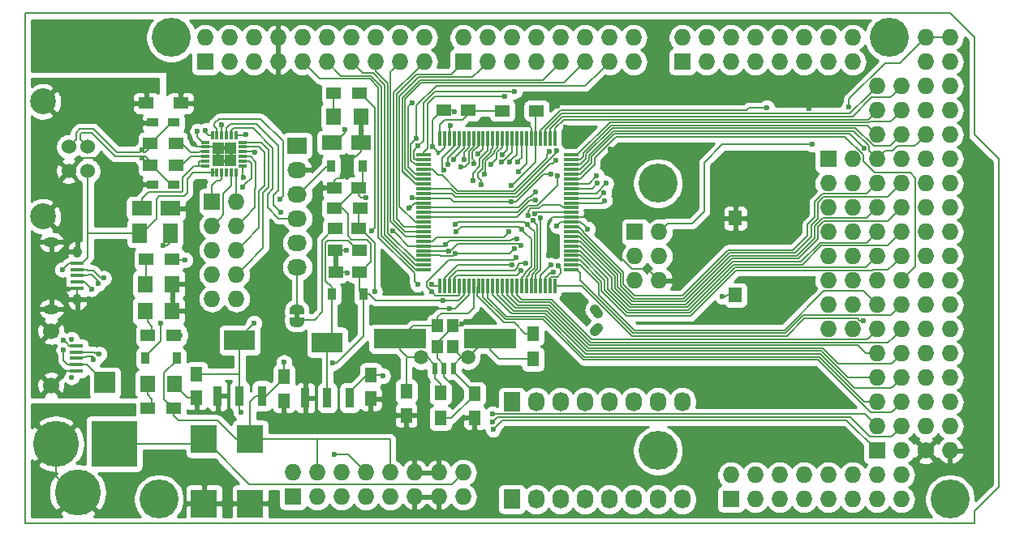
<source format=gtl>
G04 #@! TF.GenerationSoftware,KiCad,Pcbnew,6.0.0-rc1-unknown-9cac0a3~66~ubuntu16.04.1*
G04 #@! TF.CreationDate,2019-01-22T10:57:24+01:00
G04 #@! TF.ProjectId,arduino_mega_all_pins,61726475-696e-46f5-9f6d-6567615f616c,rev?*
G04 #@! TF.SameCoordinates,Original*
G04 #@! TF.FileFunction,Copper,L1,Top*
G04 #@! TF.FilePolarity,Positive*
%FSLAX46Y46*%
G04 Gerber Fmt 4.6, Leading zero omitted, Abs format (unit mm)*
G04 Created by KiCad (PCBNEW 6.0.0-rc1-unknown-9cac0a3~66~ubuntu16.04.1) date Ut 22. január 2019, 10:57:24 CET*
%MOMM*%
%LPD*%
G04 APERTURE LIST*
%ADD10C,0.150000*%
%ADD11R,0.600000X0.500000*%
%ADD12C,0.100000*%
%ADD13C,1.000000*%
%ADD14R,1.500000X0.500000*%
%ADD15R,1.500000X1.250000*%
%ADD16R,1.727200X2.032000*%
%ADD17O,1.727200X2.032000*%
%ADD18R,0.300000X1.500000*%
%ADD19R,1.500000X0.300000*%
%ADD20R,0.950000X2.150000*%
%ADD21R,3.250000X2.150000*%
%ADD22C,4.064000*%
%ADD23C,1.727200*%
%ADD24O,1.727200X1.727200*%
%ADD25R,1.727200X1.727200*%
%ADD26R,2.700020X2.948940*%
%ADD27R,1.597660X1.800860*%
%ADD28R,0.850000X0.300000*%
%ADD29R,0.300000X0.850000*%
%ADD30R,1.300000X1.300000*%
%ADD31R,2.032000X1.727200*%
%ADD32O,2.032000X1.727200*%
%ADD33R,2.148840X1.501140*%
%ADD34R,0.910000X1.220000*%
%ADD35C,1.524000*%
%ADD36C,2.700020*%
%ADD37R,1.350000X0.400000*%
%ADD38O,0.950000X1.250000*%
%ADD39O,1.550000X1.000000*%
%ADD40C,1.700000*%
%ADD41C,0.550000*%
%ADD42R,2.235200X2.235200*%
%ADD43R,1.400000X1.500000*%
%ADD44R,1.200000X0.900000*%
%ADD45R,1.600200X1.198880*%
%ADD46R,1.650000X2.030000*%
%ADD47R,1.500000X1.300000*%
%ADD48R,1.250000X1.500000*%
%ADD49C,4.800600*%
%ADD50R,4.800600X4.800600*%
%ADD51R,1.300000X1.500000*%
%ADD52C,1.000760*%
%ADD53C,1.000760*%
%ADD54C,1.501140*%
%ADD55R,5.499100X1.998980*%
%ADD56R,0.600000X1.300000*%
%ADD57R,1.150620X1.399540*%
%ADD58C,0.600000*%
%ADD59C,0.254000*%
G04 APERTURE END LIST*
D10*
X199898000Y-68326000D02*
X202438000Y-70866000D01*
X202438000Y-70866000D02*
X202438000Y-81026000D01*
X202438000Y-81026000D02*
X204978000Y-83566000D01*
X204978000Y-83566000D02*
X204978000Y-117856000D01*
X204978000Y-117856000D02*
X202438000Y-120396000D01*
X202438000Y-120396000D02*
X202438000Y-121666000D01*
X202438000Y-121666000D02*
X103378000Y-121666000D01*
X103378000Y-68326000D02*
X199898000Y-68326000D01*
X103378000Y-121666000D02*
X103378000Y-68326000D01*
D11*
X131726940Y-99964240D03*
D12*
G36*
X132025949Y-98816647D02*
G01*
X132074485Y-98823846D01*
X132122082Y-98835769D01*
X132168282Y-98852299D01*
X132212638Y-98873278D01*
X132254725Y-98898504D01*
X132294137Y-98927734D01*
X132330493Y-98960686D01*
X132363445Y-98997042D01*
X132392675Y-99036454D01*
X132417901Y-99078541D01*
X132438880Y-99122897D01*
X132455410Y-99169097D01*
X132467333Y-99216694D01*
X132474532Y-99265230D01*
X132476940Y-99314239D01*
X132476940Y-99314241D01*
X132474532Y-99363250D01*
X132467333Y-99411786D01*
X132455410Y-99459383D01*
X132438880Y-99505583D01*
X132417901Y-99549939D01*
X132392675Y-99592026D01*
X132363445Y-99631438D01*
X132330493Y-99667794D01*
X132294137Y-99700746D01*
X132254725Y-99729976D01*
X132212638Y-99755202D01*
X132168282Y-99776181D01*
X132122082Y-99792711D01*
X132074485Y-99804634D01*
X132025949Y-99811833D01*
X131976940Y-99814241D01*
X131476940Y-99814241D01*
X131427931Y-99811833D01*
X131379395Y-99804634D01*
X131331798Y-99792711D01*
X131285598Y-99776181D01*
X131241242Y-99755202D01*
X131199155Y-99729976D01*
X131159743Y-99700746D01*
X131123387Y-99667794D01*
X131090435Y-99631438D01*
X131061205Y-99592026D01*
X131035979Y-99549939D01*
X131015000Y-99505583D01*
X130998470Y-99459383D01*
X130986547Y-99411786D01*
X130979348Y-99363250D01*
X130976940Y-99314241D01*
X130976940Y-99314239D01*
X130979348Y-99265230D01*
X130986547Y-99216694D01*
X130998470Y-99169097D01*
X131015000Y-99122897D01*
X131035979Y-99078541D01*
X131061205Y-99036454D01*
X131090435Y-98997042D01*
X131123387Y-98960686D01*
X131159743Y-98927734D01*
X131199155Y-98898504D01*
X131241242Y-98873278D01*
X131285598Y-98852299D01*
X131331798Y-98835769D01*
X131379395Y-98823846D01*
X131427931Y-98816647D01*
X131476940Y-98814239D01*
X131976940Y-98814239D01*
X132025949Y-98816647D01*
X132025949Y-98816647D01*
G37*
D13*
X131726940Y-99314240D03*
D12*
G36*
X132025949Y-100116647D02*
G01*
X132074485Y-100123846D01*
X132122082Y-100135769D01*
X132168282Y-100152299D01*
X132212638Y-100173278D01*
X132254725Y-100198504D01*
X132294137Y-100227734D01*
X132330493Y-100260686D01*
X132363445Y-100297042D01*
X132392675Y-100336454D01*
X132417901Y-100378541D01*
X132438880Y-100422897D01*
X132455410Y-100469097D01*
X132467333Y-100516694D01*
X132474532Y-100565230D01*
X132476940Y-100614239D01*
X132476940Y-100614241D01*
X132474532Y-100663250D01*
X132467333Y-100711786D01*
X132455410Y-100759383D01*
X132438880Y-100805583D01*
X132417901Y-100849939D01*
X132392675Y-100892026D01*
X132363445Y-100931438D01*
X132330493Y-100967794D01*
X132294137Y-101000746D01*
X132254725Y-101029976D01*
X132212638Y-101055202D01*
X132168282Y-101076181D01*
X132122082Y-101092711D01*
X132074485Y-101104634D01*
X132025949Y-101111833D01*
X131976940Y-101114241D01*
X131476940Y-101114241D01*
X131427931Y-101111833D01*
X131379395Y-101104634D01*
X131331798Y-101092711D01*
X131285598Y-101076181D01*
X131241242Y-101055202D01*
X131199155Y-101029976D01*
X131159743Y-101000746D01*
X131123387Y-100967794D01*
X131090435Y-100931438D01*
X131061205Y-100892026D01*
X131035979Y-100849939D01*
X131015000Y-100805583D01*
X130998470Y-100759383D01*
X130986547Y-100711786D01*
X130979348Y-100663250D01*
X130976940Y-100614241D01*
X130976940Y-100614239D01*
X130979348Y-100565230D01*
X130986547Y-100516694D01*
X130998470Y-100469097D01*
X131015000Y-100422897D01*
X131035979Y-100378541D01*
X131061205Y-100336454D01*
X131090435Y-100297042D01*
X131123387Y-100260686D01*
X131159743Y-100227734D01*
X131199155Y-100198504D01*
X131241242Y-100173278D01*
X131285598Y-100152299D01*
X131331798Y-100135769D01*
X131379395Y-100123846D01*
X131427931Y-100116647D01*
X131476940Y-100114239D01*
X131976940Y-100114239D01*
X132025949Y-100116647D01*
X132025949Y-100116647D01*
G37*
D13*
X131726940Y-100614240D03*
D14*
X131726940Y-100364240D03*
X131726940Y-99564240D03*
D15*
X147078700Y-78483460D03*
X149578700Y-78483460D03*
D16*
X154178000Y-108966000D03*
D17*
X156718000Y-108966000D03*
X159258000Y-108966000D03*
X161798000Y-108966000D03*
X164338000Y-108966000D03*
X166878000Y-108966000D03*
X169418000Y-108966000D03*
X171958000Y-108966000D03*
D18*
X146676860Y-81454000D03*
X147176860Y-81454000D03*
X147676860Y-81454000D03*
X148176860Y-81454000D03*
X148676860Y-81454000D03*
X149176860Y-81454000D03*
X149676860Y-81454000D03*
X150176860Y-81454000D03*
X150676860Y-81454000D03*
X151176860Y-81454000D03*
X151676860Y-81454000D03*
X152176860Y-81454000D03*
X152676860Y-81454000D03*
X153176860Y-81454000D03*
X153676860Y-81454000D03*
X154176860Y-81454000D03*
X154676860Y-81454000D03*
X155176860Y-81454000D03*
X155676860Y-81454000D03*
X156176860Y-81454000D03*
X156676860Y-81454000D03*
X157176860Y-81454000D03*
X157676860Y-81454000D03*
X158176860Y-81454000D03*
X158676860Y-81454000D03*
D19*
X160376860Y-83154000D03*
X160376860Y-83654000D03*
X160376860Y-84154000D03*
X160376860Y-84654000D03*
X160376860Y-85154000D03*
X160376860Y-85654000D03*
X160376860Y-86154000D03*
X160376860Y-86654000D03*
X160376860Y-87154000D03*
X160376860Y-87654000D03*
X160376860Y-88154000D03*
X160376860Y-88654000D03*
X160376860Y-89154000D03*
X160376860Y-89654000D03*
X160376860Y-90154000D03*
X160376860Y-90654000D03*
X160376860Y-91154000D03*
X160376860Y-91654000D03*
X160376860Y-92154000D03*
X160376860Y-92654000D03*
X160376860Y-93154000D03*
X160376860Y-93654000D03*
X160376860Y-94154000D03*
X160376860Y-94654000D03*
X160376860Y-95154000D03*
D18*
X158676860Y-96854000D03*
X158176860Y-96854000D03*
X157676860Y-96854000D03*
X157176860Y-96854000D03*
X156676860Y-96854000D03*
X156176860Y-96854000D03*
X155676860Y-96854000D03*
X155176860Y-96854000D03*
X154676860Y-96854000D03*
X154176860Y-96854000D03*
X153676860Y-96854000D03*
X153176860Y-96854000D03*
X152676860Y-96854000D03*
X152176860Y-96854000D03*
X151676860Y-96854000D03*
X151176860Y-96854000D03*
X150676860Y-96854000D03*
X150176860Y-96854000D03*
X149676860Y-96854000D03*
X149176860Y-96854000D03*
X148676860Y-96854000D03*
X148176860Y-96854000D03*
X147676860Y-96854000D03*
X147176860Y-96854000D03*
X146676860Y-96854000D03*
D19*
X144976860Y-95154000D03*
X144976860Y-94654000D03*
X144976860Y-94154000D03*
X144976860Y-93654000D03*
X144976860Y-93154000D03*
X144976860Y-92654000D03*
X144976860Y-92154000D03*
X144976860Y-91654000D03*
X144976860Y-91154000D03*
X144976860Y-90654000D03*
X144976860Y-90154000D03*
X144976860Y-89654000D03*
X144976860Y-89154000D03*
X144976860Y-88654000D03*
X144976860Y-88154000D03*
X144976860Y-87654000D03*
X144976860Y-87154000D03*
X144976860Y-86654000D03*
X144976860Y-86154000D03*
X144976860Y-85654000D03*
X144976860Y-85154000D03*
X144976860Y-84654000D03*
X144976860Y-84154000D03*
X144976860Y-83654000D03*
X144976860Y-83154000D03*
D15*
X135678860Y-86563200D03*
X138178860Y-86563200D03*
D20*
X128075720Y-108320160D03*
X125775720Y-108320160D03*
X123475720Y-108320160D03*
D21*
X125775720Y-102520160D03*
D22*
X117348000Y-119126000D03*
D23*
X197358000Y-114046000D03*
D24*
X199898000Y-114046000D03*
X197358000Y-111506000D03*
X199898000Y-111506000D03*
X197358000Y-108966000D03*
X199898000Y-108966000D03*
X197358000Y-106426000D03*
X199898000Y-106426000D03*
X197358000Y-103886000D03*
X199898000Y-103886000D03*
X197358000Y-101346000D03*
X199898000Y-101346000D03*
X197358000Y-98806000D03*
X199898000Y-98806000D03*
X197358000Y-96266000D03*
X199898000Y-96266000D03*
X197358000Y-93726000D03*
X199898000Y-93726000D03*
X197358000Y-91186000D03*
X199898000Y-91186000D03*
X197358000Y-88646000D03*
X199898000Y-88646000D03*
X197358000Y-86106000D03*
X199898000Y-86106000D03*
X197358000Y-83566000D03*
X199898000Y-83566000D03*
X197358000Y-81026000D03*
X199898000Y-81026000D03*
X197358000Y-78486000D03*
X199898000Y-78486000D03*
X197358000Y-75946000D03*
X199898000Y-75946000D03*
X197358000Y-73406000D03*
X199898000Y-73406000D03*
X197358000Y-70866000D03*
X199898000Y-70866000D03*
D22*
X169418000Y-114046000D03*
X199898000Y-119126000D03*
X118618000Y-70866000D03*
X169418000Y-86106000D03*
X193548000Y-70866000D03*
D24*
X149098000Y-116332000D03*
X149098000Y-118872000D03*
X146558000Y-116332000D03*
X146558000Y-118872000D03*
X144018000Y-116332000D03*
X144018000Y-118872000D03*
X141478000Y-116332000D03*
X141478000Y-118872000D03*
X138938000Y-116332000D03*
X138938000Y-118872000D03*
X136398000Y-116332000D03*
X136398000Y-118872000D03*
X133858000Y-116332000D03*
X133858000Y-118872000D03*
X131318000Y-116332000D03*
D25*
X131318000Y-118872000D03*
X177038000Y-119126000D03*
D24*
X177038000Y-116586000D03*
X179578000Y-119126000D03*
X179578000Y-116586000D03*
X182118000Y-119126000D03*
X182118000Y-116586000D03*
X184658000Y-119126000D03*
X184658000Y-116586000D03*
X187198000Y-119126000D03*
X187198000Y-116586000D03*
X189738000Y-119126000D03*
X189738000Y-116586000D03*
X192278000Y-119126000D03*
X192278000Y-116586000D03*
X194818000Y-119126000D03*
X194818000Y-116586000D03*
D25*
X122174000Y-73406000D03*
D24*
X122174000Y-70866000D03*
X124714000Y-73406000D03*
X124714000Y-70866000D03*
X127254000Y-73406000D03*
X127254000Y-70866000D03*
X129794000Y-73406000D03*
X129794000Y-70866000D03*
X132334000Y-73406000D03*
X132334000Y-70866000D03*
X134874000Y-73406000D03*
X134874000Y-70866000D03*
X137414000Y-73406000D03*
X137414000Y-70866000D03*
X139954000Y-73406000D03*
X139954000Y-70866000D03*
X142494000Y-73406000D03*
X142494000Y-70866000D03*
X145034000Y-73406000D03*
X145034000Y-70866000D03*
X189738000Y-70866000D03*
X189738000Y-73406000D03*
X187198000Y-70866000D03*
X187198000Y-73406000D03*
X184658000Y-70866000D03*
X184658000Y-73406000D03*
X182118000Y-70866000D03*
X182118000Y-73406000D03*
X179578000Y-70866000D03*
X179578000Y-73406000D03*
X177038000Y-70866000D03*
X177038000Y-73406000D03*
X174498000Y-70866000D03*
X174498000Y-73406000D03*
X171958000Y-70866000D03*
D25*
X171958000Y-73406000D03*
X167005000Y-91186000D03*
D24*
X169545000Y-91186000D03*
X167005000Y-93726000D03*
X169545000Y-93726000D03*
X167005000Y-96266000D03*
X169545000Y-96266000D03*
D25*
X187185300Y-83578700D03*
D24*
X189725300Y-83578700D03*
X187185300Y-86118700D03*
X189725300Y-86118700D03*
X187185300Y-88658700D03*
X189725300Y-88658700D03*
X187185300Y-91198700D03*
X189725300Y-91198700D03*
X187185300Y-93738700D03*
X189725300Y-93738700D03*
X187185300Y-96278700D03*
X189725300Y-96278700D03*
X187185300Y-98818700D03*
X189725300Y-98818700D03*
X187185300Y-101358700D03*
X189725300Y-101358700D03*
D25*
X192278000Y-114046000D03*
D24*
X194818000Y-114046000D03*
X192278000Y-111506000D03*
X194818000Y-111506000D03*
X192278000Y-108966000D03*
X194818000Y-108966000D03*
X192278000Y-106426000D03*
X194818000Y-106426000D03*
X192278000Y-103886000D03*
X194818000Y-103886000D03*
X192278000Y-101346000D03*
X194818000Y-101346000D03*
X192278000Y-98806000D03*
X194818000Y-98806000D03*
X192278000Y-96266000D03*
X194818000Y-96266000D03*
X192278000Y-93726000D03*
X194818000Y-93726000D03*
X192278000Y-91186000D03*
X194818000Y-91186000D03*
X192278000Y-88646000D03*
X194818000Y-88646000D03*
X192278000Y-86106000D03*
X194818000Y-86106000D03*
X192278000Y-83566000D03*
X194818000Y-83566000D03*
X192278000Y-81026000D03*
X194818000Y-81026000D03*
X192278000Y-78486000D03*
X194818000Y-78486000D03*
X192278000Y-75946000D03*
X194818000Y-75946000D03*
X166878000Y-70866000D03*
X166878000Y-73406000D03*
X164338000Y-70866000D03*
X164338000Y-73406000D03*
X161798000Y-70866000D03*
X161798000Y-73406000D03*
X159258000Y-70866000D03*
X159258000Y-73406000D03*
X156718000Y-70866000D03*
X156718000Y-73406000D03*
X154178000Y-70866000D03*
X154178000Y-73406000D03*
X151638000Y-70866000D03*
X151638000Y-73406000D03*
X149098000Y-70866000D03*
D25*
X149098000Y-73406000D03*
D16*
X154178000Y-119126000D03*
D17*
X156718000Y-119126000D03*
X159258000Y-119126000D03*
X161798000Y-119126000D03*
X164338000Y-119126000D03*
X166878000Y-119126000D03*
X169418000Y-119126000D03*
X171958000Y-119126000D03*
D26*
X126873000Y-112829340D03*
X126873000Y-119580660D03*
X122047000Y-119580660D03*
X122047000Y-112829340D03*
D27*
X138412220Y-79159100D03*
X135572500Y-79159100D03*
D28*
X122202660Y-81808000D03*
X122202660Y-82308000D03*
X122202660Y-82808000D03*
X122202660Y-83308000D03*
X122202660Y-83808000D03*
X122202660Y-84308000D03*
D29*
X122902660Y-85008000D03*
X123402660Y-85008000D03*
X123902660Y-85008000D03*
X124402660Y-85008000D03*
X124902660Y-85008000D03*
X125402660Y-85008000D03*
D28*
X126102660Y-84308000D03*
X126102660Y-83808000D03*
X126102660Y-83308000D03*
X126102660Y-82808000D03*
X126102660Y-82308000D03*
X126102660Y-81808000D03*
D29*
X125402660Y-81108000D03*
X124902660Y-81108000D03*
X124402660Y-81108000D03*
X123902660Y-81108000D03*
X123402660Y-81108000D03*
X122902660Y-81108000D03*
D30*
X124802660Y-83708000D03*
X124802660Y-82408000D03*
X123502660Y-83708000D03*
X123502660Y-82408000D03*
D31*
X131772660Y-82169000D03*
D32*
X131772660Y-84709000D03*
X131772660Y-87249000D03*
X131772660Y-89789000D03*
X131772660Y-92329000D03*
X131772660Y-94869000D03*
D25*
X122882660Y-88011000D03*
D24*
X125422660Y-88011000D03*
X122882660Y-90551000D03*
X125422660Y-90551000D03*
X122882660Y-93091000D03*
X125422660Y-93091000D03*
X122882660Y-95631000D03*
X125422660Y-95631000D03*
X122882660Y-98171000D03*
X125422660Y-98171000D03*
D33*
X118551960Y-88709500D03*
X115549680Y-88709500D03*
X138417300Y-81851500D03*
X135415020Y-81851500D03*
D27*
X116151660Y-107061000D03*
X118991380Y-107061000D03*
X118711980Y-99453700D03*
X115872260Y-99453700D03*
X118750080Y-96647000D03*
X115910360Y-96647000D03*
D34*
X135377680Y-97688400D03*
X138647680Y-97688400D03*
X138576560Y-84264500D03*
X135306560Y-84264500D03*
D35*
X109928660Y-82296000D03*
X109928660Y-84836000D03*
X107929680Y-84836000D03*
X107929680Y-82296000D03*
D36*
X105229660Y-77566520D03*
X105229660Y-89565480D03*
D37*
X108824200Y-94457100D03*
X108824200Y-95107100D03*
X108824200Y-95757100D03*
X108824200Y-96407100D03*
X108824200Y-97057100D03*
D38*
X108824200Y-93257100D03*
X108824200Y-98257100D03*
D39*
X106124200Y-92257100D03*
X106124200Y-99257100D03*
D37*
X108749660Y-103094000D03*
X108749660Y-103744000D03*
X108749660Y-104394000D03*
X108749660Y-105044000D03*
X108749660Y-105694000D03*
D40*
X106074660Y-101569000D03*
X106074660Y-107219000D03*
D41*
X108224660Y-102394000D03*
X108224660Y-106392980D03*
D42*
X111706660Y-106934000D03*
D43*
X177495200Y-89736400D03*
X177486800Y-97790000D03*
D21*
X134919720Y-102736060D03*
D20*
X132619720Y-108536060D03*
X134919720Y-108536060D03*
X137219720Y-108536060D03*
D34*
X119183660Y-104394000D03*
X115913660Y-104394000D03*
D44*
X116702660Y-86233000D03*
X118902660Y-86233000D03*
X116702660Y-79756000D03*
X118902660Y-79756000D03*
D45*
X119603520Y-77724000D03*
X116001800Y-77724000D03*
D46*
X115356520Y-91313000D03*
X118516520Y-91313000D03*
D47*
X118898660Y-109601000D03*
X116198660Y-109601000D03*
X135616960Y-88734900D03*
X138316960Y-88734900D03*
X138291560Y-76695300D03*
X135591560Y-76695300D03*
X118898660Y-101981000D03*
X116198660Y-101981000D03*
X116031020Y-94018100D03*
X118731020Y-94018100D03*
X116452660Y-84201000D03*
X119152660Y-84201000D03*
X119152660Y-81915000D03*
X116452660Y-81915000D03*
D15*
X138216960Y-90843100D03*
X135716960Y-90843100D03*
D48*
X139435840Y-108633580D03*
X139435840Y-106133580D03*
D15*
X138229660Y-93091000D03*
X135729660Y-93091000D03*
D48*
X130385820Y-108846940D03*
X130385820Y-106346940D03*
X121272300Y-108526900D03*
X121272300Y-106026900D03*
D49*
X106573320Y-113347500D03*
D50*
X112669320Y-113347500D03*
D49*
X108859320Y-118427500D03*
D15*
X135788080Y-95394780D03*
X138288080Y-95394780D03*
D48*
X150266400Y-110609700D03*
X150266400Y-108109700D03*
X143141700Y-107863320D03*
X143141700Y-110363320D03*
D45*
X156763720Y-78534260D03*
X153162000Y-78534260D03*
D51*
X156359860Y-104494320D03*
X156359860Y-101794320D03*
X146710400Y-110666520D03*
X146710400Y-107966520D03*
D52*
X162983066Y-99495766D03*
D53*
X162806155Y-99318855D02*
X163159977Y-99672677D01*
D52*
X162983066Y-101418234D03*
D53*
X163159977Y-101241323D02*
X162806155Y-101595145D01*
D54*
X144696884Y-104309490D03*
X149578764Y-104309490D03*
D55*
X142476924Y-102366390D03*
X151874924Y-102366390D03*
D56*
X147097224Y-105452490D03*
X148047224Y-105452490D03*
X146147224Y-105452490D03*
D57*
X147988724Y-101004950D03*
X147988724Y-103204590D03*
X146388524Y-101004950D03*
X146388524Y-103204590D03*
D58*
X123502660Y-82408000D03*
X124802660Y-83708000D03*
X124802660Y-82408000D03*
X123502660Y-83708000D03*
X121285000Y-86106000D03*
X120904000Y-81915000D03*
X122047000Y-77851000D03*
X129794000Y-74676000D03*
X132207000Y-76962000D03*
X136906000Y-84836000D03*
X136906000Y-93091000D03*
X137033000Y-95504000D03*
X137033000Y-97282000D03*
X137795000Y-100965000D03*
X140081000Y-99822000D03*
X141351000Y-94996000D03*
X143410662Y-88745338D03*
X145923000Y-82296000D03*
X148209000Y-78613000D03*
X154813000Y-80010000D03*
X164465000Y-82550000D03*
X161036000Y-81534000D03*
X159766000Y-80264000D03*
X158929463Y-78033001D03*
X185166000Y-78255640D03*
X124460000Y-110363000D03*
X148971000Y-100838000D03*
X147701000Y-99170000D03*
X148336000Y-107569000D03*
X150241000Y-106426000D03*
X185547000Y-106426000D03*
X179578000Y-89916000D03*
X180467000Y-98425000D03*
X171831000Y-91440000D03*
X171704000Y-89154000D03*
X164338000Y-91440000D03*
X157988000Y-93599000D03*
X160782000Y-98679000D03*
X147271747Y-92502989D03*
X152201880Y-111815880D03*
X141740343Y-91050657D03*
X154664978Y-91914207D03*
X139572998Y-91059000D03*
X153886177Y-91173527D03*
X148289485Y-93434778D03*
X152172267Y-110212731D03*
X154417057Y-92964218D03*
X147581997Y-93185824D03*
X152173052Y-111030446D03*
X155101509Y-92632104D03*
X190881000Y-100432301D03*
X190889054Y-82414946D03*
X154124660Y-86360000D03*
X154124660Y-88010034D03*
X158227248Y-85164471D03*
X143736060Y-87604600D03*
X146987260Y-98354011D03*
X135444720Y-104874060D03*
X130393440Y-104823260D03*
X162088215Y-90907769D03*
X185547000Y-82042000D03*
X189357002Y-78105000D03*
X138938000Y-87630000D03*
X158877000Y-90551000D03*
X140700760Y-106235500D03*
X147087846Y-84735848D03*
X147498020Y-84107935D03*
X148107256Y-83610058D03*
X149194539Y-83646768D03*
X148888021Y-84348774D03*
X150223282Y-84089462D03*
X150587595Y-83071043D03*
X150111460Y-85852000D03*
X150936960Y-86207600D03*
X151327068Y-85141117D03*
X151951421Y-84167958D03*
X153127649Y-83138781D03*
X153117617Y-83888726D03*
X153921460Y-83870800D03*
X154759660Y-83845400D03*
X154877518Y-84871512D03*
X147716147Y-80043673D03*
X145818858Y-96659700D03*
X144327880Y-96659700D03*
X143764000Y-77688440D03*
X153416000Y-77030580D03*
X155760300Y-90435442D03*
X148268999Y-90428615D03*
X155187233Y-90919294D03*
X148336000Y-91195618D03*
X144200880Y-81445100D03*
X144386300Y-82219800D03*
X130048000Y-89154000D03*
X154431998Y-76479400D03*
X155837846Y-89446423D03*
X156566157Y-89267314D03*
X156613858Y-87845900D03*
X156677360Y-87007700D03*
X157159951Y-89725491D03*
X156373497Y-89995283D03*
X127335280Y-82862420D03*
X136779000Y-80518000D03*
X176123600Y-97967800D03*
X145761170Y-97409689D03*
X154594560Y-93853000D03*
X139852400Y-97409689D03*
X125912880Y-110002320D03*
X135679180Y-114449860D03*
X127254000Y-100711000D03*
X117548660Y-100711000D03*
X117801628Y-92583000D03*
X107261660Y-95123000D03*
X107361557Y-102483839D03*
X111571978Y-96018863D03*
X115554179Y-83483000D03*
X111118181Y-103966479D03*
X111452660Y-83693000D03*
X107886660Y-97155000D03*
X112936020Y-87185500D03*
X112758220Y-93662500D03*
X112910620Y-100901500D03*
X113139220Y-104660700D03*
X108618020Y-100850700D03*
X115554179Y-82633000D03*
X110970936Y-96619905D03*
X110517139Y-104567521D03*
X110309660Y-97155000D03*
X107388661Y-103505000D03*
X129994654Y-87757000D03*
X121358660Y-80645000D03*
X122178354Y-80587306D03*
X123898660Y-80000010D03*
X126401008Y-81020660D03*
X158960040Y-85324260D03*
X163754192Y-87099532D03*
X158735029Y-83739721D03*
X163827460Y-87909400D03*
X158832217Y-82698026D03*
X159004000Y-94742000D03*
X158090817Y-82811357D03*
X158532997Y-95353989D03*
X180764180Y-78201520D03*
X158244524Y-94661673D03*
X163027360Y-85318600D03*
X155133902Y-95262147D03*
X163103560Y-86080600D03*
X155661360Y-94475300D03*
X163992560Y-86118700D03*
X126184662Y-85471000D03*
X119580660Y-101981000D03*
X120089692Y-94106994D03*
X126067650Y-86487000D03*
X154217446Y-94660289D03*
D10*
X124802660Y-83708000D02*
X124802660Y-82408000D01*
X121243660Y-82308000D02*
X122202660Y-82308000D01*
X120372660Y-81437000D02*
X121243660Y-82308000D01*
X119603520Y-77724000D02*
X121104660Y-77724000D01*
X121358660Y-77978000D02*
X121358660Y-78389000D01*
X121104660Y-77724000D02*
X121358660Y-77978000D01*
X121358660Y-78389000D02*
X120372660Y-79375000D01*
X123402660Y-82308000D02*
X123502660Y-82408000D01*
X122202660Y-82308000D02*
X123402660Y-82308000D01*
X123502660Y-83708000D02*
X124802660Y-83708000D01*
X123502660Y-82408000D02*
X124802660Y-82408000D01*
X123502660Y-82408000D02*
X123502660Y-83708000D01*
X108258784Y-118427500D02*
X108859320Y-118427500D01*
X106573320Y-116742036D02*
X108258784Y-118427500D01*
X106573320Y-113347500D02*
X106573320Y-116742036D01*
X168681401Y-95402401D02*
X169545000Y-96266000D01*
X168356399Y-95077399D02*
X168681401Y-95402401D01*
X162081862Y-89654000D02*
X165618160Y-93190298D01*
X160376860Y-89654000D02*
X162081862Y-89654000D01*
X166745269Y-95077399D02*
X168356399Y-95077399D01*
X165618160Y-93950290D02*
X166745269Y-95077399D01*
X165618160Y-93190298D02*
X165618160Y-93950290D01*
X146388524Y-102729610D02*
X146388524Y-103204590D01*
X147988724Y-101129410D02*
X146388524Y-102729610D01*
X147988724Y-101004950D02*
X147988724Y-101129410D01*
X147097224Y-105102490D02*
X147097224Y-105452490D01*
X146388524Y-104393790D02*
X147097224Y-105102490D01*
X146388524Y-103204590D02*
X146388524Y-104393790D01*
X118551960Y-88709500D02*
X120586500Y-88709500D01*
X121285000Y-88011000D02*
X121285000Y-86106000D01*
X120586500Y-88709500D02*
X121285000Y-88011000D01*
X120372660Y-81383660D02*
X120372660Y-79629000D01*
X120904000Y-81915000D02*
X120372660Y-81383660D01*
X120372660Y-79629000D02*
X120372660Y-81437000D01*
X120372660Y-79375000D02*
X120372660Y-79629000D01*
X121920000Y-77724000D02*
X122047000Y-77851000D01*
X119603520Y-77724000D02*
X121920000Y-77724000D01*
X122346999Y-77551001D02*
X125140999Y-77551001D01*
X122047000Y-77851000D02*
X122346999Y-77551001D01*
X125140999Y-77551001D02*
X127889000Y-74803000D01*
X129667000Y-74803000D02*
X129794000Y-74676000D01*
X127889000Y-74803000D02*
X129667000Y-74803000D01*
X135678860Y-85788200D02*
X135890000Y-85577060D01*
X135678860Y-86563200D02*
X135678860Y-85788200D01*
X135890000Y-85577060D02*
X136545940Y-85577060D01*
X136906000Y-85217000D02*
X136906000Y-84836000D01*
X136545940Y-85577060D02*
X136906000Y-85217000D01*
X137205999Y-83963371D02*
X138417300Y-82752070D01*
X138417300Y-82752070D02*
X138417300Y-81851500D01*
X137205999Y-84536001D02*
X137205999Y-83963371D01*
X136906000Y-84836000D02*
X137205999Y-84536001D01*
X135729660Y-93091000D02*
X136906000Y-93091000D01*
X136923780Y-95394780D02*
X137033000Y-95504000D01*
X135788080Y-95394780D02*
X136923780Y-95394780D01*
X137033000Y-100203000D02*
X137795000Y-100965000D01*
X137033000Y-97282000D02*
X137033000Y-100203000D01*
X144002000Y-88154000D02*
X143410662Y-88745338D01*
X144976860Y-88154000D02*
X144002000Y-88154000D01*
X147176860Y-82354000D02*
X146726860Y-82804000D01*
X147176860Y-81454000D02*
X147176860Y-82354000D01*
X146431000Y-82804000D02*
X145923000Y-82296000D01*
X146726860Y-82804000D02*
X146431000Y-82804000D01*
X146953700Y-78483460D02*
X147078700Y-78483460D01*
X145923000Y-79514160D02*
X146953700Y-78483460D01*
X145923000Y-82296000D02*
X145923000Y-79514160D01*
X148079460Y-78483460D02*
X148209000Y-78613000D01*
X147078700Y-78483460D02*
X148079460Y-78483460D01*
X154813000Y-80010000D02*
X155829000Y-80010000D01*
X156176860Y-80357860D02*
X156176860Y-81454000D01*
X155829000Y-80010000D02*
X156176860Y-80357860D01*
X160376860Y-89654000D02*
X164219000Y-89654000D01*
X164219000Y-89654000D02*
X165735000Y-88138000D01*
X165735000Y-83820000D02*
X164465000Y-82550000D01*
X165735000Y-88138000D02*
X165735000Y-83820000D01*
X161036000Y-81534000D02*
X159766000Y-80264000D01*
X159229462Y-77733002D02*
X159629998Y-77733002D01*
X158929463Y-78033001D02*
X159229462Y-77733002D01*
X159629998Y-77733002D02*
X160528000Y-76835000D01*
X183745360Y-76835000D02*
X185166000Y-78255640D01*
X160528000Y-76835000D02*
X183745360Y-76835000D01*
X118991380Y-107162600D02*
X118991380Y-107061000D01*
X120355680Y-108526900D02*
X118991380Y-107162600D01*
X121272300Y-108526900D02*
X120355680Y-108526900D01*
X123475720Y-109545160D02*
X123571000Y-109640440D01*
X123475720Y-108320160D02*
X123475720Y-109545160D01*
X123571000Y-109640440D02*
X123571000Y-109855000D01*
X123571000Y-109855000D02*
X123825000Y-110109000D01*
X124079000Y-110363000D02*
X124460000Y-110363000D01*
X123825000Y-110109000D02*
X124079000Y-110363000D01*
X148804050Y-101004950D02*
X148971000Y-100838000D01*
X147988724Y-101004950D02*
X148804050Y-101004950D01*
X148260860Y-99170000D02*
X148125264Y-99170000D01*
X149676860Y-97754000D02*
X148260860Y-99170000D01*
X148125264Y-99170000D02*
X147701000Y-99170000D01*
X149676860Y-96854000D02*
X149676860Y-97754000D01*
X140733000Y-99170000D02*
X140081000Y-99822000D01*
X147701000Y-99170000D02*
X140733000Y-99170000D01*
X147097224Y-106330224D02*
X148336000Y-107569000D01*
X147097224Y-105452490D02*
X147097224Y-106330224D01*
X150241000Y-106426000D02*
X185547000Y-106426000D01*
X179398400Y-89736400D02*
X179578000Y-89916000D01*
X177495200Y-89736400D02*
X179398400Y-89736400D01*
X177495200Y-89736400D02*
X174931600Y-89736400D01*
X173228000Y-91440000D02*
X171831000Y-91440000D01*
X174931600Y-89736400D02*
X173228000Y-91440000D01*
X171704000Y-89154000D02*
X165481000Y-89154000D01*
X164338000Y-90297000D02*
X164338000Y-91440000D01*
X165481000Y-89154000D02*
X164338000Y-90297000D01*
X157988000Y-90043000D02*
X157988000Y-93599000D01*
X158377000Y-89654000D02*
X157988000Y-90043000D01*
X160376860Y-89654000D02*
X158377000Y-89654000D01*
X147120736Y-92654000D02*
X147271747Y-92502989D01*
X144976860Y-92654000D02*
X147120736Y-92654000D01*
X142040342Y-91350656D02*
X141740343Y-91050657D01*
X144976860Y-92654000D02*
X143343686Y-92654000D01*
X143343686Y-92654000D02*
X142040342Y-91350656D01*
X192278000Y-114046000D02*
X189103000Y-110871000D01*
X153146760Y-110871000D02*
X152201880Y-111815880D01*
X189103000Y-110871000D02*
X153146760Y-110871000D01*
X147673848Y-92100888D02*
X154054033Y-92100888D01*
X154240714Y-91914207D02*
X154664978Y-91914207D01*
X147271747Y-92502989D02*
X147673848Y-92100888D01*
X154054033Y-92100888D02*
X154240714Y-91914207D01*
X139872997Y-90759001D02*
X139572998Y-91059000D01*
X139872997Y-78176737D02*
X139872997Y-90759001D01*
X138291560Y-76695300D02*
X138391560Y-76695300D01*
X138391560Y-76695300D02*
X139872997Y-78176737D01*
X146298760Y-91732100D02*
X153327604Y-91732100D01*
X153327604Y-91732100D02*
X153586178Y-91473526D01*
X144976860Y-92154000D02*
X145876860Y-92154000D01*
X145876860Y-92154000D02*
X146298760Y-91732100D01*
X153586178Y-91473526D02*
X153886177Y-91173527D01*
X147989486Y-93734777D02*
X148289485Y-93434778D01*
X146739733Y-93734777D02*
X147989486Y-93734777D01*
X146658956Y-93654000D02*
X146739733Y-93734777D01*
X144976860Y-93654000D02*
X146658956Y-93654000D01*
X152596531Y-110212731D02*
X152172267Y-110212731D01*
X190984731Y-110212731D02*
X152596531Y-110212731D01*
X192278000Y-111506000D02*
X190984731Y-110212731D01*
X148289485Y-93434778D02*
X153946497Y-93434778D01*
X153946497Y-93434778D02*
X154117058Y-93264217D01*
X154117058Y-93264217D02*
X154417057Y-92964218D01*
X144976860Y-93154000D02*
X147550173Y-93154000D01*
X147550173Y-93154000D02*
X147581997Y-93185824D01*
X152173052Y-111030446D02*
X152632509Y-110570989D01*
X152632509Y-110570989D02*
X189492388Y-110570989D01*
X193954401Y-112369599D02*
X194818000Y-111506000D01*
X191516000Y-112594601D02*
X193729399Y-112594601D01*
X193729399Y-112594601D02*
X193954401Y-112369599D01*
X189492388Y-110570989D02*
X191516000Y-112594601D01*
X144976860Y-93154000D02*
X147760156Y-93154000D01*
X148474948Y-92439208D02*
X154908613Y-92439208D01*
X154908613Y-92439208D02*
X155101509Y-92632104D01*
X147760156Y-93154000D02*
X148474948Y-92439208D01*
X151676860Y-97754000D02*
X151676860Y-96854000D01*
X151676860Y-98095756D02*
X151676860Y-97754000D01*
X153510470Y-99929366D02*
X153453904Y-99872800D01*
X153453904Y-99872800D02*
X151676860Y-98095756D01*
X192278000Y-108966000D02*
X190962379Y-108966000D01*
X153618713Y-100037609D02*
X153453904Y-99872800D01*
X190962379Y-108966000D02*
X186243742Y-104247363D01*
X157550928Y-100037609D02*
X153618713Y-100037609D01*
X161760681Y-104247363D02*
X157550928Y-100037609D01*
X186243742Y-104247363D02*
X161760681Y-104247363D01*
X193954401Y-109829599D02*
X194818000Y-108966000D01*
X193729399Y-110054601D02*
X193954401Y-109829599D01*
X191626701Y-110054601D02*
X193729399Y-110054601D01*
X186119474Y-104547374D02*
X191626701Y-110054601D01*
X161636414Y-104547374D02*
X186119474Y-104547374D01*
X157426660Y-100337620D02*
X161636414Y-104547374D01*
X151176860Y-98020034D02*
X153494446Y-100337620D01*
X153494446Y-100337620D02*
X157426660Y-100337620D01*
X151176860Y-96854000D02*
X151176860Y-98020034D01*
X191056686Y-106426000D02*
X192278000Y-106426000D01*
X189270937Y-106426000D02*
X191056686Y-106426000D01*
X152676860Y-96854000D02*
X152676860Y-97754000D01*
X186492282Y-103647345D02*
X186583320Y-103738383D01*
X186583320Y-103738383D02*
X189270937Y-106426000D01*
X154137360Y-99214500D02*
X154252205Y-99329345D01*
X152676860Y-97754000D02*
X154137360Y-99214500D01*
X162009215Y-103647341D02*
X161979904Y-103618029D01*
X154360447Y-99437587D02*
X154137360Y-99214500D01*
X186583320Y-103738383D02*
X186492278Y-103647341D01*
X161979904Y-103618029D02*
X157799464Y-99437587D01*
X186492278Y-103647341D02*
X162009215Y-103647341D01*
X157799464Y-99437587D02*
X154360447Y-99437587D01*
X193729399Y-107514601D02*
X193954401Y-107289599D01*
X189935259Y-107514601D02*
X193729399Y-107514601D01*
X193954401Y-107289599D02*
X194818000Y-106426000D01*
X152176860Y-96854000D02*
X152176860Y-97754000D01*
X186368014Y-103947356D02*
X186446160Y-104025502D01*
X153952760Y-99529900D02*
X154052216Y-99629356D01*
X152176860Y-97754000D02*
X153952760Y-99529900D01*
X186446160Y-104025502D02*
X189935259Y-107514601D01*
X186368010Y-103947352D02*
X186446160Y-104025502D01*
X157675196Y-99737598D02*
X161884948Y-103947352D01*
X153952760Y-99529900D02*
X154160458Y-99737598D01*
X161884948Y-103947352D02*
X186368010Y-103947352D01*
X154160458Y-99737598D02*
X157675196Y-99737598D01*
X191056686Y-103886000D02*
X190218005Y-103047319D01*
X190218005Y-103047319D02*
X162257752Y-103047319D01*
X158048000Y-98837565D02*
X154760425Y-98837565D01*
X162257752Y-103047319D02*
X158048000Y-98837565D01*
X192278000Y-103886000D02*
X191056686Y-103886000D01*
X154760425Y-98837565D02*
X153676860Y-97754000D01*
X153676860Y-97754000D02*
X153676860Y-96854000D01*
X162133485Y-103347330D02*
X186616546Y-103347330D01*
X153176860Y-97754000D02*
X154560436Y-99137576D01*
X188250750Y-104981534D02*
X193722466Y-104981534D01*
X186616546Y-103347330D02*
X188250750Y-104981534D01*
X157923732Y-99137576D02*
X162133485Y-103347330D01*
X154560436Y-99137576D02*
X157923732Y-99137576D01*
X193722466Y-104981534D02*
X193954401Y-104749599D01*
X193954401Y-104749599D02*
X194818000Y-103886000D01*
X153176860Y-96854000D02*
X153176860Y-97754000D01*
X155160403Y-98237543D02*
X158296536Y-98237543D01*
X162506293Y-102447300D02*
X191176700Y-102447300D01*
X154676860Y-97754000D02*
X155160403Y-98237543D01*
X158296536Y-98237543D02*
X162506293Y-102447300D01*
X191414401Y-102209599D02*
X192278000Y-101346000D01*
X191176700Y-102447300D02*
X191414401Y-102209599D01*
X154676860Y-96854000D02*
X154676860Y-97754000D01*
X193416688Y-102747312D02*
X193954401Y-102209599D01*
X193954401Y-102209599D02*
X194818000Y-101346000D01*
X154176860Y-96854000D02*
X154176860Y-97754000D01*
X162382025Y-102747311D02*
X193416689Y-102747311D01*
X193416689Y-102747311D02*
X193954401Y-102209599D01*
X158172268Y-98537554D02*
X162382025Y-102747311D01*
X154960414Y-98537554D02*
X158172268Y-98537554D01*
X154176860Y-97754000D02*
X154960414Y-98537554D01*
X190839301Y-97367301D02*
X192278000Y-98806000D01*
X189202771Y-97367301D02*
X190839301Y-97367301D01*
X187716930Y-97358200D02*
X189193670Y-97358200D01*
X182626000Y-101473000D02*
X186731699Y-97367301D01*
X186731699Y-97367301D02*
X187707829Y-97367301D01*
X163215320Y-97723763D02*
X166964557Y-101473000D01*
X160376860Y-94654000D02*
X161276860Y-94654000D01*
X163215320Y-96592460D02*
X163215320Y-97723763D01*
X189193670Y-97358200D02*
X189202771Y-97367301D01*
X161276860Y-94654000D02*
X163215320Y-96592460D01*
X166964557Y-101473000D02*
X182626000Y-101473000D01*
X187707829Y-97367301D02*
X187716930Y-97358200D01*
X184615978Y-99907301D02*
X182750268Y-101773011D01*
X194818000Y-98806000D02*
X193716699Y-99907301D01*
X161276860Y-95454000D02*
X160976860Y-95154000D01*
X193716699Y-99907301D02*
X184615978Y-99907301D01*
X160976860Y-95154000D02*
X160376860Y-95154000D01*
X182750268Y-101773011D02*
X166840289Y-101773011D01*
X161276860Y-96209582D02*
X161276860Y-95454000D01*
X166840289Y-101773011D02*
X161276860Y-96209582D01*
X184690159Y-100257399D02*
X182874536Y-102073022D01*
X182874536Y-102073022D02*
X166716021Y-102073022D01*
X161496999Y-96854000D02*
X158976860Y-96854000D01*
X158976860Y-96854000D02*
X158676860Y-96854000D01*
X190281834Y-100257399D02*
X184690159Y-100257399D01*
X190456736Y-100432301D02*
X190281834Y-100257399D01*
X166716021Y-102073022D02*
X161496999Y-96854000D01*
X190881000Y-100432301D02*
X190456736Y-100432301D01*
X196269399Y-94814601D02*
X196269399Y-85532597D01*
X165016180Y-81236820D02*
X162806380Y-83446620D01*
X190813901Y-83116791D02*
X188933930Y-81236820D01*
X191996697Y-85017399D02*
X190813901Y-83834603D01*
X162806380Y-83446620D02*
X162806380Y-84124480D01*
X161276860Y-85654000D02*
X160376860Y-85654000D01*
X196269399Y-85532597D02*
X195754201Y-85017399D01*
X190813901Y-83834603D02*
X190813901Y-83116791D01*
X195754201Y-85017399D02*
X191996697Y-85017399D01*
X188933930Y-81236820D02*
X165016180Y-81236820D01*
X162806380Y-84124480D02*
X161276860Y-85654000D01*
X194818000Y-96266000D02*
X196269399Y-94814601D01*
X192278000Y-93726000D02*
X191113912Y-94890088D01*
X191113912Y-94890088D02*
X184596470Y-94890088D01*
X184596470Y-94890088D02*
X184595492Y-94891066D01*
X184595492Y-94891066D02*
X177460928Y-94891066D01*
X177460928Y-94891066D02*
X172698430Y-99653564D01*
X166235762Y-99653564D02*
X163860480Y-97278282D01*
X163860480Y-97278282D02*
X163860480Y-96237620D01*
X161276860Y-93654000D02*
X160376860Y-93654000D01*
X163860480Y-96237620D02*
X161276860Y-93654000D01*
X172698430Y-99653564D02*
X166235762Y-99653564D01*
X166111494Y-99953575D02*
X172822698Y-99953575D01*
X160376860Y-94154000D02*
X161276860Y-94154000D01*
X184720738Y-95190099D02*
X191742771Y-95190099D01*
X177585196Y-95191077D02*
X184719760Y-95191077D01*
X191742771Y-95190099D02*
X191755471Y-95177399D01*
X161276860Y-94154000D02*
X163515331Y-96392471D01*
X191755471Y-95177399D02*
X193366601Y-95177399D01*
X193954401Y-94589599D02*
X194818000Y-93726000D01*
X193366601Y-95177399D02*
X193954401Y-94589599D01*
X163515331Y-97357412D02*
X166111494Y-99953575D01*
X184719760Y-95191077D02*
X184720738Y-95190099D01*
X163515331Y-96392471D02*
X163515331Y-97357412D01*
X172822698Y-99953575D02*
X177585196Y-95191077D01*
X161276860Y-92654000D02*
X160376860Y-92654000D01*
X164592000Y-95969140D02*
X161276860Y-92654000D01*
X166484298Y-99053542D02*
X164592000Y-97161244D01*
X172449894Y-99053542D02*
X166484298Y-99053542D01*
X177212392Y-94291044D02*
X172449894Y-99053542D01*
X184346956Y-94291044D02*
X177212392Y-94291044D01*
X186316911Y-92321089D02*
X184346956Y-94291044D01*
X191142911Y-92321089D02*
X186316911Y-92321089D01*
X192278000Y-91186000D02*
X191142911Y-92321089D01*
X164592000Y-97161244D02*
X164592000Y-95969140D01*
X166360030Y-99353553D02*
X164167880Y-97161403D01*
X194818000Y-91186000D02*
X193382900Y-92621100D01*
X164167880Y-96045020D02*
X161276860Y-93154000D01*
X161276860Y-93154000D02*
X160376860Y-93154000D01*
X172574162Y-99353553D02*
X166360030Y-99353553D01*
X186441178Y-92621100D02*
X184471224Y-94591055D01*
X184471224Y-94591055D02*
X177336660Y-94591055D01*
X164167880Y-97161403D02*
X164167880Y-96045020D01*
X193382900Y-92621100D02*
X186441178Y-92621100D01*
X177336660Y-94591055D02*
X172574162Y-99353553D01*
X165211470Y-96932156D02*
X165211470Y-95656072D01*
X166732834Y-98453520D02*
X165211470Y-96932156D01*
X176963856Y-93691022D02*
X172201358Y-98453520D01*
X165211470Y-95656072D02*
X161209398Y-91654000D01*
X161209398Y-91654000D02*
X160376860Y-91654000D01*
X192278000Y-88646000D02*
X191176699Y-89747301D01*
X185796688Y-91825312D02*
X183930978Y-93691022D01*
X183930978Y-93691022D02*
X176963856Y-93691022D01*
X172201358Y-98453520D02*
X166732834Y-98453520D01*
X186601290Y-89747301D02*
X185796688Y-90551903D01*
X185796688Y-90551903D02*
X185796688Y-91825312D01*
X191176699Y-89747301D02*
X186601290Y-89747301D01*
X163566652Y-94435533D02*
X164904420Y-95811438D01*
X161254423Y-92154000D02*
X164333633Y-95233210D01*
X164333633Y-95240651D02*
X164904420Y-95811438D01*
X164333633Y-95233210D02*
X164333633Y-95240651D01*
X160376860Y-92154000D02*
X161254423Y-92154000D01*
X164904420Y-97049385D02*
X164904420Y-95811438D01*
X177088124Y-93991033D02*
X172325626Y-98753531D01*
X184055246Y-93991033D02*
X177088124Y-93991033D01*
X186096699Y-91949580D02*
X184055246Y-93991033D01*
X186725560Y-90047310D02*
X186096699Y-90676171D01*
X193416690Y-90047310D02*
X186725560Y-90047310D01*
X194818000Y-88646000D02*
X193416690Y-90047310D01*
X172325626Y-98753531D02*
X166608566Y-98753531D01*
X166608566Y-98753531D02*
X164904420Y-97049385D01*
X186096699Y-90676171D02*
X186096699Y-91949580D01*
X161651872Y-91199731D02*
X161106141Y-90654000D01*
X161651872Y-91247916D02*
X161651872Y-91199731D01*
X165811491Y-96683621D02*
X165811491Y-95407535D01*
X166981369Y-97853499D02*
X165811491Y-96683621D01*
X186601290Y-87207301D02*
X185796688Y-88011903D01*
X191176699Y-87207301D02*
X186601290Y-87207301D01*
X165811491Y-95407535D02*
X161651872Y-91247916D01*
X192278000Y-86106000D02*
X191176699Y-87207301D01*
X185039000Y-90424000D02*
X185039000Y-91567000D01*
X185796688Y-88011903D02*
X185796688Y-89666312D01*
X185039000Y-91567000D02*
X183515000Y-93091000D01*
X161106141Y-90654000D02*
X160376860Y-90654000D01*
X171945301Y-97853499D02*
X166981369Y-97853499D01*
X185796688Y-89666312D02*
X185039000Y-90424000D01*
X183515000Y-93091000D02*
X176707800Y-93091000D01*
X176707800Y-93091000D02*
X171945301Y-97853499D01*
X163815188Y-93835511D02*
X163723457Y-93743780D01*
X172158660Y-98071940D02*
X172077089Y-98153511D01*
X172077090Y-98153510D02*
X172158660Y-98071940D01*
X166857102Y-98153510D02*
X172077090Y-98153510D01*
X165511480Y-96807888D02*
X166857102Y-98153510D01*
X163723457Y-93743780D02*
X165511480Y-95531803D01*
X165511480Y-95531803D02*
X165511480Y-96807888D01*
X161133677Y-91154000D02*
X161095577Y-91154000D01*
X163723457Y-93743780D02*
X161133677Y-91154000D01*
X161095577Y-91154000D02*
X160376860Y-91154000D01*
X193416689Y-87507311D02*
X194818000Y-86106000D01*
X186725558Y-87507312D02*
X193416689Y-87507311D01*
X186096699Y-88136171D02*
X186725558Y-87507312D01*
X186096699Y-89827614D02*
X186096699Y-88136171D01*
X185420000Y-91694000D02*
X185420000Y-90504313D01*
X185420000Y-90504313D02*
X186096699Y-89827614D01*
X183722989Y-93391011D02*
X185420000Y-91694000D01*
X176839589Y-93391011D02*
X183722989Y-93391011D01*
X172158660Y-98071940D02*
X176839589Y-93391011D01*
X196494401Y-81889599D02*
X197358000Y-81026000D01*
X194410269Y-82214601D02*
X196169399Y-82214601D01*
X193922469Y-82702401D02*
X194410269Y-82214601D01*
X196169399Y-82214601D02*
X196494401Y-81889599D01*
X193141599Y-82702401D02*
X193922469Y-82702401D01*
X192278000Y-83566000D02*
X193141599Y-82702401D01*
X191414401Y-82197809D02*
X189853390Y-80636798D01*
X189853390Y-80636798D02*
X164767644Y-80636798D01*
X164767644Y-80636798D02*
X162206358Y-83198084D01*
X162206358Y-83198084D02*
X162206358Y-83724502D01*
X162206358Y-83724502D02*
X161276860Y-84654000D01*
X191414401Y-82702401D02*
X191414401Y-82197809D01*
X161276860Y-84654000D02*
X160376860Y-84654000D01*
X192278000Y-83566000D02*
X191414401Y-82702401D01*
X162506369Y-83924491D02*
X162506369Y-83322352D01*
X162506369Y-83322352D02*
X164891912Y-80936809D01*
X161276860Y-85154000D02*
X162506369Y-83924491D01*
X190589055Y-82114947D02*
X190889054Y-82414946D01*
X160376860Y-85154000D02*
X161276860Y-85154000D01*
X189410917Y-80936809D02*
X190589055Y-82114947D01*
X164891912Y-80936809D02*
X189410917Y-80936809D01*
X161276860Y-83654000D02*
X160376860Y-83654000D01*
X164519108Y-80036776D02*
X161606336Y-82949548D01*
X192278000Y-81026000D02*
X191288776Y-80036776D01*
X191288776Y-80036776D02*
X164519108Y-80036776D01*
X161606336Y-82949548D02*
X161606336Y-83324524D01*
X161606336Y-83324524D02*
X161276860Y-83654000D01*
X161906347Y-83073816D02*
X161906347Y-83524513D01*
X164643376Y-80336787D02*
X161906347Y-83073816D01*
X194818000Y-81026000D02*
X193629399Y-82214601D01*
X161906347Y-83524513D02*
X161276860Y-84154000D01*
X191916092Y-82214601D02*
X190038278Y-80336787D01*
X161276860Y-84154000D02*
X160376860Y-84154000D01*
X190038278Y-80336787D02*
X164643376Y-80336787D01*
X193629399Y-82214601D02*
X191916092Y-82214601D01*
X191414401Y-79349599D02*
X192278000Y-78486000D01*
X191327246Y-79436754D02*
X191414401Y-79349599D01*
X159577245Y-79436754D02*
X191327246Y-79436754D01*
X158676860Y-80337139D02*
X159577245Y-79436754D01*
X158676860Y-81454000D02*
X158676860Y-80337139D01*
X164394095Y-79736765D02*
X191451514Y-79736765D01*
X191513678Y-79674601D02*
X193629399Y-79674601D01*
X193954401Y-79349599D02*
X194818000Y-78486000D01*
X191451514Y-79736765D02*
X191513678Y-79674601D01*
X193629399Y-79674601D02*
X193954401Y-79349599D01*
X160376860Y-83154000D02*
X160976860Y-83154000D01*
X160976860Y-83154000D02*
X164394095Y-79736765D01*
X157676860Y-81454000D02*
X157676860Y-80488582D01*
X178759928Y-78786011D02*
X178765299Y-78780640D01*
X157676860Y-80488582D02*
X159379431Y-78786011D01*
X189443360Y-78780640D02*
X191414401Y-76809599D01*
X191414401Y-76809599D02*
X192278000Y-75946000D01*
X178765299Y-78780640D02*
X189443360Y-78780640D01*
X159379431Y-78786011D02*
X178759928Y-78786011D01*
X191725809Y-77134601D02*
X193629399Y-77134601D01*
X159465891Y-79123830D02*
X189736580Y-79123830D01*
X193629399Y-77134601D02*
X193954401Y-76809599D01*
X158176860Y-80412861D02*
X159465891Y-79123830D01*
X158176860Y-81454000D02*
X158176860Y-80412861D01*
X189736580Y-79123830D02*
X191725809Y-77134601D01*
X193954401Y-76809599D02*
X194818000Y-75946000D01*
X154124660Y-88010034D02*
X154602065Y-88010034D01*
X157447628Y-85164471D02*
X157802984Y-85164471D01*
X157802984Y-85164471D02*
X158227248Y-85164471D01*
X154602065Y-88010034D02*
X157447628Y-85164471D01*
X156676860Y-81454000D02*
X156676860Y-83849174D01*
X154424659Y-86060001D02*
X154124660Y-86360000D01*
X156676860Y-83849174D02*
X154466033Y-86060001D01*
X154466033Y-86060001D02*
X154424659Y-86060001D01*
X117867549Y-105906451D02*
X119183660Y-104590340D01*
X118498660Y-109301000D02*
X117867549Y-108669889D01*
X118498660Y-109601000D02*
X118498660Y-109301000D01*
X119183660Y-104590340D02*
X119183660Y-104394000D01*
X117867549Y-108669889D02*
X117867549Y-105906451D01*
X144976860Y-87654000D02*
X143941618Y-87654000D01*
X143941618Y-87654000D02*
X143941618Y-87652594D01*
X143893624Y-87604600D02*
X143736060Y-87604600D01*
X143941618Y-87652594D02*
X143893624Y-87604600D01*
X149176860Y-97754000D02*
X148576849Y-98354011D01*
X147411524Y-98354011D02*
X146987260Y-98354011D01*
X148576849Y-98354011D02*
X147411524Y-98354011D01*
X149176860Y-96854000D02*
X149176860Y-97754000D01*
X156676860Y-78621120D02*
X156763720Y-78534260D01*
X156676860Y-81454000D02*
X156676860Y-78621120D01*
X138288080Y-97328800D02*
X138647680Y-97688400D01*
X138288080Y-95394780D02*
X138288080Y-97328800D01*
X138576560Y-86165500D02*
X138178860Y-86563200D01*
X138576560Y-84264500D02*
X138576560Y-86165500D01*
X138053860Y-86563200D02*
X138178860Y-86563200D01*
X135882160Y-88734900D02*
X138053860Y-86563200D01*
X135616960Y-88734900D02*
X135882160Y-88734900D01*
X138413080Y-95394780D02*
X138288080Y-95394780D01*
X139479020Y-92407740D02*
X139479020Y-94328840D01*
X139479020Y-94328840D02*
X138413080Y-95394780D01*
X139070080Y-91998800D02*
X139479020Y-92407740D01*
X137441940Y-91998800D02*
X139070080Y-91998800D01*
X135616960Y-88734900D02*
X136516960Y-88734900D01*
X137048240Y-89266180D02*
X137048240Y-91605100D01*
X136516960Y-88734900D02*
X137048240Y-89266180D01*
X137048240Y-91605100D02*
X137441940Y-91998800D01*
X146562996Y-98354011D02*
X146987260Y-98354011D01*
X139918291Y-98354011D02*
X146562996Y-98354011D01*
X139252680Y-97688400D02*
X139918291Y-98354011D01*
X138647680Y-97688400D02*
X139252680Y-97688400D01*
X135886722Y-104874060D02*
X135444720Y-104874060D01*
X138647680Y-102113102D02*
X135886722Y-104874060D01*
X138647680Y-97688400D02*
X138647680Y-102113102D01*
X130393440Y-106339320D02*
X130385820Y-106346940D01*
X130393440Y-104823260D02*
X130393440Y-106339320D01*
X128537600Y-108320160D02*
X128075720Y-108320160D01*
X130385820Y-106471940D02*
X128537600Y-108320160D01*
X130385820Y-106346940D02*
X130385820Y-106471940D01*
X127450720Y-108320160D02*
X128075720Y-108320160D01*
X126873000Y-108897880D02*
X127450720Y-108320160D01*
X126873000Y-112829340D02*
X126873000Y-108897880D01*
X118898660Y-109601000D02*
X118898660Y-110401000D01*
X119368660Y-110871000D02*
X123414650Y-110871000D01*
X125372990Y-112829340D02*
X126873000Y-112829340D01*
X118898660Y-110401000D02*
X119368660Y-110871000D01*
X123414650Y-110871000D02*
X125372990Y-112829340D01*
X128373010Y-112829340D02*
X126873000Y-112829340D01*
X133786880Y-112829340D02*
X128373010Y-112829340D01*
X133858000Y-112900460D02*
X133786880Y-112829340D01*
X133858000Y-116332000D02*
X133858000Y-112900460D01*
X133786880Y-112829340D02*
X141411960Y-112829340D01*
X141478000Y-112895380D02*
X141478000Y-116332000D01*
X141411960Y-112829340D02*
X141478000Y-112895380D01*
X147725000Y-87654000D02*
X143941618Y-87654000D01*
X148081034Y-88010034D02*
X147725000Y-87654000D01*
X154124660Y-88010034D02*
X148081034Y-88010034D01*
X161334446Y-90154000D02*
X161788216Y-90607770D01*
X161788216Y-90607770D02*
X162088215Y-90907769D01*
X160376860Y-90154000D02*
X161334446Y-90154000D01*
X170408599Y-90322401D02*
X172948599Y-90322401D01*
X169545000Y-91186000D02*
X170408599Y-90322401D01*
X172948599Y-90322401D02*
X174244000Y-89027000D01*
X174244000Y-89027000D02*
X174244000Y-83947000D01*
X176149000Y-82042000D02*
X185547000Y-82042000D01*
X174244000Y-83947000D02*
X176149000Y-82042000D01*
X189357002Y-77299734D02*
X189357002Y-77680736D01*
X197358000Y-70866000D02*
X194691000Y-73533000D01*
X194691000Y-73533000D02*
X193123736Y-73533000D01*
X189357002Y-77680736D02*
X189357002Y-78105000D01*
X193123736Y-73533000D02*
X189357002Y-77299734D01*
X138470660Y-87630000D02*
X138513736Y-87630000D01*
X138178860Y-87338200D02*
X138470660Y-87630000D01*
X138178860Y-86563200D02*
X138178860Y-87338200D01*
X138513736Y-87630000D02*
X138938000Y-87630000D01*
X197358000Y-70866000D02*
X199898000Y-70866000D01*
X159176999Y-90251001D02*
X158877000Y-90551000D01*
X160376860Y-90154000D02*
X159274000Y-90154000D01*
X159274000Y-90154000D02*
X159176999Y-90251001D01*
X140598840Y-106133580D02*
X140700760Y-106235500D01*
X139435840Y-106133580D02*
X140598840Y-106133580D01*
X139022200Y-106133580D02*
X139435840Y-106133580D01*
X137219720Y-107936060D02*
X139022200Y-106133580D01*
X137219720Y-108536060D02*
X137219720Y-107936060D01*
X147888960Y-117541040D02*
X149098000Y-116332000D01*
X126758700Y-117541040D02*
X147888960Y-117541040D01*
X122565160Y-113347500D02*
X126758700Y-117541040D01*
X112669320Y-113347500D02*
X122565160Y-113347500D01*
X146936460Y-84584462D02*
X147087846Y-84735848D01*
X146936460Y-83441540D02*
X146936460Y-84584462D01*
X148176860Y-82201140D02*
X146936460Y-83441540D01*
X148176860Y-81454000D02*
X148176860Y-82201140D01*
X147498020Y-83683671D02*
X147498020Y-84107935D01*
X147498020Y-83476817D02*
X147498020Y-83683671D01*
X148676860Y-82297977D02*
X147498020Y-83476817D01*
X148676860Y-81454000D02*
X148676860Y-82297977D01*
X148107256Y-83524986D02*
X148107256Y-83610058D01*
X149176860Y-82455382D02*
X148107256Y-83524986D01*
X149176860Y-81454000D02*
X149176860Y-82455382D01*
X149194539Y-82861981D02*
X149194539Y-83222504D01*
X149676860Y-82354000D02*
X149462572Y-82568288D01*
X149462572Y-82593948D02*
X149194539Y-82861981D01*
X149194539Y-83222504D02*
X149194539Y-83646768D01*
X149462572Y-82568288D02*
X149462572Y-82593948D01*
X149676860Y-81454000D02*
X149676860Y-82354000D01*
X150176859Y-82280498D02*
X149762583Y-82694774D01*
X149762583Y-82694774D02*
X149762583Y-82718216D01*
X149312285Y-84348774D02*
X148888021Y-84348774D01*
X149762583Y-82718216D02*
X149719549Y-82761250D01*
X149719549Y-83941510D02*
X149312285Y-84348774D01*
X149719549Y-82761250D02*
X149719549Y-83941510D01*
X150176860Y-81454000D02*
X150176859Y-82280498D01*
X150676860Y-82204776D02*
X150062594Y-82819042D01*
X150062594Y-83504510D02*
X150223282Y-83665198D01*
X150223282Y-83665198D02*
X150223282Y-84089462D01*
X150676860Y-81454000D02*
X150676860Y-82204776D01*
X150062594Y-82819042D02*
X150062594Y-83504510D01*
X150887594Y-82771044D02*
X150587595Y-83071043D01*
X151176860Y-81454000D02*
X151176860Y-82481778D01*
X151176860Y-82481778D02*
X150887594Y-82771044D01*
X151676860Y-81454000D02*
X151676860Y-82724255D01*
X150826397Y-83574718D02*
X150826397Y-84306399D01*
X150826397Y-84306399D02*
X150111460Y-85021336D01*
X150111460Y-85427736D02*
X150111460Y-85852000D01*
X151676860Y-82724255D02*
X150826397Y-83574718D01*
X150111460Y-85021336D02*
X150111460Y-85427736D01*
X150649161Y-85495537D02*
X150936960Y-85783336D01*
X150649161Y-85021475D02*
X150649161Y-85495537D01*
X152002583Y-82642795D02*
X152002583Y-82822811D01*
X152176860Y-82468518D02*
X152002583Y-82642795D01*
X152176860Y-81454000D02*
X152176860Y-82468518D01*
X151126408Y-83698986D02*
X151126408Y-84544228D01*
X152002583Y-82822811D02*
X151126408Y-83698986D01*
X151126408Y-84544228D02*
X150649161Y-85021475D01*
X150936960Y-85783336D02*
X150936960Y-86207600D01*
X151426419Y-83823254D02*
X151426419Y-85041766D01*
X152302594Y-82947079D02*
X151426419Y-83823254D01*
X152302594Y-82767063D02*
X152302594Y-82947079D01*
X152676860Y-81454000D02*
X152676860Y-82392797D01*
X151426419Y-85041766D02*
X151327068Y-85141117D01*
X152676860Y-82392797D02*
X152302594Y-82767063D01*
X153176860Y-82317076D02*
X152602605Y-82891331D01*
X152251420Y-83867959D02*
X151951421Y-84167958D01*
X152602605Y-83516774D02*
X152251420Y-83867959D01*
X152602605Y-82891331D02*
X152602605Y-83516774D01*
X153176860Y-81454000D02*
X153176860Y-82317076D01*
X153427648Y-82838782D02*
X153127649Y-83138781D01*
X153676860Y-82589570D02*
X153427648Y-82838782D01*
X153676860Y-81454000D02*
X153676860Y-82589570D01*
X154176860Y-81454000D02*
X154176860Y-82834977D01*
X153423110Y-83588727D02*
X153417616Y-83588727D01*
X153417616Y-83588727D02*
X153117617Y-83888726D01*
X154176860Y-82834977D02*
X153423110Y-83588727D01*
X154676860Y-83115400D02*
X154221459Y-83570801D01*
X154676860Y-81454000D02*
X154676860Y-83115400D01*
X154221459Y-83570801D02*
X153921460Y-83870800D01*
X155176860Y-81454000D02*
X155176860Y-83428200D01*
X155176860Y-83428200D02*
X155059659Y-83545401D01*
X155059659Y-83545401D02*
X154759660Y-83845400D01*
X155177517Y-84571513D02*
X154877518Y-84871512D01*
X155676860Y-81454000D02*
X155676860Y-84072170D01*
X155676860Y-84072170D02*
X155177517Y-84571513D01*
X147676860Y-81454000D02*
X147676860Y-80082960D01*
X147676860Y-80082960D02*
X147716147Y-80043673D01*
X146013158Y-96854000D02*
X145818858Y-96659700D01*
X146676860Y-96854000D02*
X146013158Y-96854000D01*
X144027881Y-95513881D02*
X144027881Y-96359701D01*
X144027881Y-96359701D02*
X144327880Y-96659700D01*
X140254011Y-91740011D02*
X144027881Y-95513881D01*
X134104669Y-75176669D02*
X139337069Y-75176669D01*
X132334000Y-73406000D02*
X134104669Y-75176669D01*
X139337069Y-75176669D02*
X140254011Y-76093611D01*
X140254011Y-76093611D02*
X140254011Y-91740011D01*
X139461337Y-74876658D02*
X140554022Y-75969343D01*
X136344658Y-74876658D02*
X139461337Y-74876658D01*
X144092278Y-95154000D02*
X144976860Y-95154000D01*
X140554022Y-75969343D02*
X140554022Y-91615744D01*
X140554022Y-91615744D02*
X144092278Y-95154000D01*
X134874000Y-73406000D02*
X136344658Y-74876658D01*
X139684371Y-74576649D02*
X140915331Y-75807609D01*
X140915331Y-75807609D02*
X140915331Y-91492471D01*
X144076860Y-94654000D02*
X144976860Y-94654000D01*
X138584649Y-74576649D02*
X139684371Y-74576649D01*
X140915331Y-91492471D02*
X144076860Y-94654000D01*
X137414000Y-73406000D02*
X138584649Y-74576649D01*
X139954000Y-74422000D02*
X139954000Y-73406000D01*
X144976860Y-94154000D02*
X144076860Y-94154000D01*
X144076860Y-94154000D02*
X141215342Y-91292482D01*
X141215342Y-91292482D02*
X141215342Y-75683342D01*
X141215342Y-75683342D02*
X139954000Y-74422000D01*
X141518349Y-74381651D02*
X141630401Y-74269599D01*
X141630401Y-74269599D02*
X142494000Y-73406000D01*
X143086164Y-91654000D02*
X141518350Y-90086186D01*
X144976860Y-91654000D02*
X143086164Y-91654000D01*
X141518350Y-90086186D02*
X141518349Y-74381651D01*
X141818360Y-89961918D02*
X141818360Y-76621640D01*
X144976860Y-91154000D02*
X143010442Y-91154000D01*
X144170401Y-74269599D02*
X145034000Y-73406000D01*
X141818360Y-76621640D02*
X144170401Y-74269599D01*
X143010442Y-91154000D02*
X141818360Y-89961918D01*
X144076860Y-90654000D02*
X144976860Y-90654000D01*
X142934721Y-90654000D02*
X144076860Y-90654000D01*
X149098000Y-73406000D02*
X147804346Y-74699654D01*
X142118371Y-89837650D02*
X142934721Y-90654000D01*
X144174680Y-74699654D02*
X142118371Y-76755963D01*
X147804346Y-74699654D02*
X144174680Y-74699654D01*
X142118371Y-76755963D02*
X142118371Y-89837650D01*
X144076860Y-90154000D02*
X142418382Y-88495522D01*
X150044335Y-74999665D02*
X150774401Y-74269599D01*
X142418382Y-88495522D02*
X142418382Y-77041627D01*
X142418382Y-77041627D02*
X144460344Y-74999665D01*
X144460344Y-74999665D02*
X150044335Y-74999665D01*
X150774401Y-74269599D02*
X151638000Y-73406000D01*
X144976860Y-90154000D02*
X144076860Y-90154000D01*
X143464001Y-77988439D02*
X143764000Y-77688440D01*
X144976860Y-85154000D02*
X144076860Y-85154000D01*
X144076860Y-85154000D02*
X143318415Y-84395555D01*
X143318415Y-84395555D02*
X143318415Y-78134025D01*
X143318415Y-78134025D02*
X143464001Y-77988439D01*
X146105880Y-77030580D02*
X152991736Y-77030580D01*
X145359120Y-77777340D02*
X146105880Y-77030580D01*
X144976860Y-82854000D02*
X145359120Y-82471740D01*
X152991736Y-77030580D02*
X153416000Y-77030580D01*
X145359120Y-82471740D02*
X145359120Y-77777340D01*
X144976860Y-83154000D02*
X144976860Y-82854000D01*
X144076860Y-86154000D02*
X142777104Y-84854244D01*
X144976860Y-86154000D02*
X144076860Y-86154000D01*
X158394401Y-74269599D02*
X159258000Y-73406000D01*
X144076860Y-86154000D02*
X142718393Y-84795533D01*
X142718393Y-84795533D02*
X142718393Y-77165895D01*
X142718393Y-77165895D02*
X144584612Y-75299676D01*
X157364324Y-75299676D02*
X158394401Y-74269599D01*
X144584612Y-75299676D02*
X157364324Y-75299676D01*
X144708880Y-75599687D02*
X159604313Y-75599687D01*
X159604313Y-75599687D02*
X161798000Y-73406000D01*
X143018404Y-77290163D02*
X144708880Y-75599687D01*
X143018404Y-84595544D02*
X143018404Y-77290163D01*
X144076860Y-85654000D02*
X143018404Y-84595544D01*
X144976860Y-85654000D02*
X144076860Y-85654000D01*
X156520171Y-94932072D02*
X156520171Y-91195313D01*
X155676860Y-96854000D02*
X155676860Y-95920470D01*
X155676860Y-95920470D02*
X155958914Y-95638416D01*
X156520171Y-91195313D02*
X156060299Y-90735441D01*
X155958914Y-95638416D02*
X155958914Y-95493329D01*
X156060299Y-90735441D02*
X155760300Y-90435442D01*
X155958914Y-95493329D02*
X156520171Y-94932072D01*
X148562171Y-90135443D02*
X148268999Y-90428615D01*
X155460301Y-90135443D02*
X148562171Y-90135443D01*
X155760300Y-90435442D02*
X155460301Y-90135443D01*
X155176860Y-95996191D02*
X155658903Y-95514148D01*
X155658903Y-95514148D02*
X155658903Y-95369061D01*
X155487232Y-91219293D02*
X155187233Y-90919294D01*
X156220160Y-94807804D02*
X156220160Y-91952221D01*
X155176860Y-96854000D02*
X155176860Y-95996191D01*
X156220160Y-91952221D02*
X155487232Y-91219293D01*
X155658903Y-95369061D02*
X156220160Y-94807804D01*
X148912323Y-90619295D02*
X148635999Y-90895619D01*
X155187233Y-90919294D02*
X154887234Y-90619295D01*
X154887234Y-90619295D02*
X148912323Y-90619295D01*
X148635999Y-90895619D02*
X148336000Y-91195618D01*
X130506660Y-89789000D02*
X131772660Y-89789000D01*
X128665635Y-87270597D02*
X128665635Y-88622963D01*
X129831672Y-89789000D02*
X130506660Y-89789000D01*
X128665635Y-88622963D02*
X129831672Y-89789000D01*
X124902660Y-81108000D02*
X124902660Y-80557425D01*
X129233684Y-82418576D02*
X129233684Y-86702548D01*
X125102088Y-80357997D02*
X127173106Y-80357998D01*
X129233684Y-86702548D02*
X128665635Y-87270597D01*
X124902660Y-80557425D02*
X125102088Y-80357997D01*
X127173106Y-80357998D02*
X129233684Y-82418576D01*
X144076860Y-84154000D02*
X143618426Y-83695566D01*
X144976860Y-84154000D02*
X144076860Y-84154000D01*
X143618426Y-82646520D02*
X143618426Y-82027554D01*
X143618426Y-83695566D02*
X143618426Y-82646520D01*
X143618426Y-82027554D02*
X144200880Y-81445100D01*
X163474401Y-74269599D02*
X164338000Y-73406000D01*
X144200880Y-81445100D02*
X144200880Y-77987962D01*
X144200880Y-77987962D02*
X146289144Y-75899698D01*
X146289144Y-75899698D02*
X161844302Y-75899698D01*
X161844302Y-75899698D02*
X163474401Y-74269599D01*
X144976860Y-83654000D02*
X144076860Y-83654000D01*
X144076860Y-83654000D02*
X143977148Y-83554288D01*
X144076860Y-83654000D02*
X143918437Y-83495577D01*
X143918437Y-82687663D02*
X144386300Y-82219800D01*
X143918437Y-82928460D02*
X143918437Y-82687663D01*
X143918437Y-83495577D02*
X143918437Y-82928460D01*
X129794000Y-86868000D02*
X129286000Y-87376000D01*
X129794000Y-82169000D02*
X129794000Y-86868000D01*
X124402660Y-81108000D02*
X124402660Y-80321340D01*
X129286000Y-87376000D02*
X129286000Y-88392000D01*
X124402660Y-80321340D02*
X124841000Y-79883000D01*
X129286000Y-88392000D02*
X130048000Y-89154000D01*
X124841000Y-79883000D02*
X127508000Y-79883000D01*
X127508000Y-79883000D02*
X129794000Y-82169000D01*
X144934940Y-81671160D02*
X144934940Y-77678181D01*
X144934940Y-77678181D02*
X146133721Y-76479400D01*
X144386300Y-82219800D02*
X144934940Y-81671160D01*
X154007734Y-76479400D02*
X154431998Y-76479400D01*
X146133721Y-76479400D02*
X154007734Y-76479400D01*
X157383830Y-88366113D02*
X157007631Y-88742312D01*
X157007631Y-88742312D02*
X156117693Y-88742312D01*
X155837846Y-89022159D02*
X155837846Y-89446423D01*
X160376860Y-88654000D02*
X159476860Y-88654000D01*
X159188973Y-88366113D02*
X157383830Y-88366113D01*
X159476860Y-88654000D02*
X159188973Y-88366113D01*
X156117693Y-88742312D02*
X155837846Y-89022159D01*
X160376860Y-89154000D02*
X156679471Y-89154000D01*
X156679471Y-89154000D02*
X156566157Y-89267314D01*
X156189594Y-87845900D02*
X156613858Y-87845900D01*
X156085638Y-87845900D02*
X156189594Y-87845900D01*
X154777538Y-89154000D02*
X156085638Y-87845900D01*
X144976860Y-89154000D02*
X154777538Y-89154000D01*
X144976860Y-88654000D02*
X154853260Y-88654000D01*
X156156660Y-87528400D02*
X155978860Y-87528400D01*
X156677360Y-87007700D02*
X156156660Y-87528400D01*
X154853260Y-88654000D02*
X155978860Y-87528400D01*
X157159951Y-90149755D02*
X157159951Y-89725491D01*
X156676860Y-96854000D02*
X156676860Y-95623941D01*
X157159951Y-95140850D02*
X157159951Y-90149755D01*
X156676860Y-95623941D02*
X157159951Y-95140850D01*
X156258925Y-95871935D02*
X156258925Y-95617597D01*
X156820182Y-95056340D02*
X156820182Y-90441968D01*
X156176860Y-96854000D02*
X156176860Y-95954000D01*
X156258925Y-95617597D02*
X156820182Y-95056340D01*
X156820182Y-90441968D02*
X156673496Y-90295282D01*
X156176860Y-95954000D02*
X156258925Y-95871935D01*
X156673496Y-90295282D02*
X156373497Y-89995283D01*
X116047520Y-88392000D02*
X116371370Y-88392000D01*
X122202660Y-83808000D02*
X121527660Y-83808000D01*
X122202660Y-84308000D02*
X121518680Y-84308000D01*
X121527660Y-83808000D02*
X121518680Y-83816980D01*
X121518680Y-83816980D02*
X121518680Y-84308000D01*
X121518680Y-84308000D02*
X120976396Y-84308000D01*
X119762661Y-87008001D02*
X116250609Y-87008001D01*
X120976396Y-84308000D02*
X119827661Y-85456735D01*
X116250609Y-87008001D02*
X115549680Y-87708930D01*
X119827661Y-85456735D02*
X119827661Y-86943001D01*
X115549680Y-87708930D02*
X115549680Y-88709500D01*
X119827661Y-86943001D02*
X119762661Y-87008001D01*
X127280860Y-82808000D02*
X127335280Y-82862420D01*
X126102660Y-82808000D02*
X127280860Y-82808000D01*
X135415020Y-81851500D02*
X135738870Y-81851500D01*
X136779000Y-80811370D02*
X136779000Y-80518000D01*
X135738870Y-81851500D02*
X136779000Y-80811370D01*
X135591960Y-90843100D02*
X135716960Y-90843100D01*
X131726940Y-100364240D02*
X133569760Y-100364240D01*
X133569760Y-100364240D02*
X134366000Y-99568000D01*
X134366000Y-99568000D02*
X134366000Y-92069060D01*
X134366000Y-92069060D02*
X135591960Y-90843100D01*
X176636800Y-97790000D02*
X176459000Y-97967800D01*
X177486800Y-97790000D02*
X176636800Y-97790000D01*
X176459000Y-97967800D02*
X176123600Y-97967800D01*
X146061169Y-97709688D02*
X145761170Y-97409689D01*
X146180482Y-97829001D02*
X146061169Y-97709688D01*
X148676860Y-96854000D02*
X148676860Y-97754000D01*
X148601859Y-97829001D02*
X146180482Y-97829001D01*
X148676860Y-97754000D02*
X148601859Y-97829001D01*
X154312271Y-94135288D02*
X154594560Y-93853000D01*
X145761170Y-97409689D02*
X145293857Y-96942376D01*
X147566268Y-94135288D02*
X154312271Y-94135288D01*
X145293857Y-96942376D02*
X145293857Y-96407699D01*
X145293857Y-96407699D02*
X147566268Y-94135288D01*
X139852400Y-92356842D02*
X139852400Y-97409689D01*
X139852400Y-92353540D02*
X139852400Y-92356842D01*
X138341960Y-90843100D02*
X139852400Y-92353540D01*
X138216960Y-90843100D02*
X138341960Y-90843100D01*
X138216960Y-88834900D02*
X138316960Y-88734900D01*
X138216960Y-90843100D02*
X138216960Y-88834900D01*
X138104660Y-93091000D02*
X138229660Y-93091000D01*
X134919720Y-108536060D02*
X134919720Y-102736060D01*
X138104660Y-93091000D02*
X137088660Y-92075000D01*
X134965658Y-92075000D02*
X134747000Y-92293658D01*
X137088660Y-92075000D02*
X134965658Y-92075000D01*
X135377680Y-96928400D02*
X135377680Y-97688400D01*
X134747000Y-96297720D02*
X135377680Y-96928400D01*
X134747000Y-92293658D02*
X134747000Y-96297720D01*
X135382000Y-97692720D02*
X135377680Y-97688400D01*
X135382000Y-102273780D02*
X135382000Y-97692720D01*
X134919720Y-102736060D02*
X135382000Y-102273780D01*
X125775720Y-108320160D02*
X125775720Y-105996740D01*
X125775720Y-105996740D02*
X125775720Y-102520160D01*
X125745560Y-106026900D02*
X125775720Y-105996740D01*
X121272300Y-106026900D02*
X125745560Y-106026900D01*
X125775720Y-109865160D02*
X125912880Y-110002320D01*
X125775720Y-108320160D02*
X125775720Y-109865160D01*
X136103444Y-114449860D02*
X135679180Y-114449860D01*
X137055860Y-114449860D02*
X136103444Y-114449860D01*
X138938000Y-116332000D02*
X137055860Y-114449860D01*
X125775720Y-102189280D02*
X125775720Y-102520160D01*
X127254000Y-100711000D02*
X125775720Y-102189280D01*
X150266400Y-108234700D02*
X150266400Y-108109700D01*
X147834580Y-110666520D02*
X150266400Y-108234700D01*
X146710400Y-110666520D02*
X147834580Y-110666520D01*
X150266400Y-108021666D02*
X150266400Y-108109700D01*
X148047224Y-105802490D02*
X150266400Y-108021666D01*
X148047224Y-105452490D02*
X148047224Y-105802490D01*
X148840224Y-104309490D02*
X149578764Y-104309490D01*
X148047224Y-105102490D02*
X148840224Y-104309490D01*
X148047224Y-105452490D02*
X148047224Y-105102490D01*
X148969164Y-104309490D02*
X149578764Y-104309490D01*
X147988724Y-103329050D02*
X148969164Y-104309490D01*
X147988724Y-103204590D02*
X147988724Y-103329050D01*
X151521864Y-102366390D02*
X151874924Y-102366390D01*
X149578764Y-104309490D02*
X151521864Y-102366390D01*
X155559860Y-104494320D02*
X156359860Y-104494320D01*
X152853364Y-104494320D02*
X155559860Y-104494320D01*
X151874924Y-103515880D02*
X152853364Y-104494320D01*
X151874924Y-102366390D02*
X151874924Y-103515880D01*
X143838364Y-101004950D02*
X142476924Y-102366390D01*
X146388524Y-101004950D02*
X143838364Y-101004950D01*
X142476924Y-103515880D02*
X143270534Y-104309490D01*
X143635418Y-104309490D02*
X144696884Y-104309490D01*
X143270534Y-104309490D02*
X143635418Y-104309490D01*
X142476924Y-102366390D02*
X142476924Y-103515880D01*
X143141700Y-104438324D02*
X143141700Y-107863320D01*
X143270534Y-104309490D02*
X143141700Y-104438324D01*
X146147224Y-106503344D02*
X146147224Y-106252490D01*
X146710400Y-107066520D02*
X146147224Y-106503344D01*
X146147224Y-106252490D02*
X146147224Y-105452490D01*
X146710400Y-107966520D02*
X146710400Y-107066520D01*
X145354224Y-104309490D02*
X144696884Y-104309490D01*
X146147224Y-105102490D02*
X145354224Y-104309490D01*
X146147224Y-105452490D02*
X146147224Y-105102490D01*
X150176860Y-96854000D02*
X150176860Y-99124140D01*
X150176860Y-99124140D02*
X149606000Y-99695000D01*
X146776440Y-99695000D02*
X146388524Y-100082916D01*
X146388524Y-100082916D02*
X146388524Y-101004950D01*
X149606000Y-99695000D02*
X146776440Y-99695000D01*
X134909560Y-84264500D02*
X135306560Y-84264500D01*
X131925060Y-87249000D02*
X134909560Y-84264500D01*
X131772660Y-87249000D02*
X131925060Y-87249000D01*
X116151660Y-108211430D02*
X116598660Y-108658430D01*
X116598660Y-108658430D02*
X116598660Y-109601000D01*
X116151660Y-107061000D02*
X116151660Y-108211430D01*
X135572500Y-76714360D02*
X135591560Y-76695300D01*
X135572500Y-79159100D02*
X135572500Y-76714360D01*
X116598660Y-101061290D02*
X116598660Y-101981000D01*
X116128800Y-100591430D02*
X116598660Y-101061290D01*
X116128800Y-99441000D02*
X116128800Y-100591430D01*
X116031020Y-96526360D02*
X116151660Y-96647000D01*
X116031020Y-94018100D02*
X116031020Y-96526360D01*
X117548660Y-101135264D02*
X117548660Y-100711000D01*
X115913660Y-104239000D02*
X117548660Y-102604000D01*
X115913660Y-104394000D02*
X115913660Y-104239000D01*
X117548660Y-102604000D02*
X117548660Y-101135264D01*
X118177660Y-92583000D02*
X117801628Y-92583000D01*
X119002660Y-91313000D02*
X119002660Y-91758000D01*
X119002660Y-91758000D02*
X118177660Y-92583000D01*
X109928660Y-85913630D02*
X109928660Y-84836000D01*
X109299200Y-94457100D02*
X109928660Y-93827640D01*
X108824200Y-94457100D02*
X109299200Y-94457100D01*
X107927560Y-94457100D02*
X107261660Y-95123000D01*
X108824200Y-94457100D02*
X107927560Y-94457100D01*
X109928660Y-91313000D02*
X109928660Y-85913630D01*
X109928660Y-93827640D02*
X109928660Y-91313000D01*
X108749660Y-103094000D02*
X107971718Y-103094000D01*
X107971718Y-103094000D02*
X107661556Y-102783838D01*
X107661556Y-102783838D02*
X107361557Y-102483839D01*
X123402660Y-85008000D02*
X122902660Y-85008000D01*
X113494820Y-91313000D02*
X113507520Y-91300300D01*
X113507520Y-91300300D02*
X115801020Y-91300300D01*
X109928660Y-91313000D02*
X113494820Y-91313000D01*
X120912808Y-85008000D02*
X122902660Y-85008000D01*
X119949061Y-87458012D02*
X120277672Y-87129401D01*
X120277672Y-87129401D02*
X120277672Y-85643136D01*
X117393457Y-87458011D02*
X119949061Y-87458012D01*
X115801020Y-91300300D02*
X115801020Y-91110300D01*
X117076220Y-87775248D02*
X117393457Y-87458011D01*
X120277672Y-85643136D02*
X120912808Y-85008000D01*
X115801020Y-91110300D02*
X117076220Y-89835100D01*
X117076220Y-89835100D02*
X117076220Y-87775248D01*
X118584660Y-86233000D02*
X118902660Y-86233000D01*
X116852660Y-84501000D02*
X118584660Y-86233000D01*
X116852660Y-84201000D02*
X116852660Y-84501000D01*
X109936701Y-95207100D02*
X110477372Y-95207100D01*
X111289135Y-96018863D02*
X111571978Y-96018863D01*
X110477372Y-95207100D02*
X111289135Y-96018863D01*
X108824200Y-95107100D02*
X109836701Y-95107100D01*
X109836701Y-95107100D02*
X109936701Y-95207100D01*
X115754179Y-83283000D02*
X115554179Y-83483000D01*
X116852660Y-84201000D02*
X115934660Y-83283000D01*
X115934660Y-83283000D02*
X115754179Y-83283000D01*
X109928660Y-82296000D02*
X109154170Y-81521510D01*
X109154170Y-81521510D02*
X109154170Y-80975690D01*
X109154170Y-80975690D02*
X109259860Y-80870000D01*
X109259860Y-80870000D02*
X110343460Y-80870000D01*
X112756460Y-83283000D02*
X115354179Y-83283000D01*
X115354179Y-83283000D02*
X115554179Y-83483000D01*
X110343460Y-80870000D02*
X112756460Y-83283000D01*
X110612859Y-103744000D02*
X108949660Y-103744000D01*
X108949660Y-103744000D02*
X108749660Y-103744000D01*
X110835338Y-103966479D02*
X110612859Y-103744000D01*
X111118181Y-103966479D02*
X110835338Y-103966479D01*
X107599660Y-105694000D02*
X106074660Y-107219000D01*
X108749660Y-105694000D02*
X107599660Y-105694000D01*
X108824200Y-97057100D02*
X108824200Y-98257100D01*
X107984560Y-97057100D02*
X107886660Y-97155000D01*
X108824200Y-97057100D02*
X107984560Y-97057100D01*
X111028396Y-83693000D02*
X110774396Y-83439000D01*
X111452660Y-83693000D02*
X111028396Y-83693000D01*
X110774396Y-83439000D02*
X109166660Y-83439000D01*
X109166660Y-83599020D02*
X107929680Y-84836000D01*
X109166660Y-83439000D02*
X109166660Y-83599020D01*
X111452660Y-85702140D02*
X112936020Y-87185500D01*
X111452660Y-83693000D02*
X111452660Y-85702140D01*
X112758220Y-100749100D02*
X112910620Y-100901500D01*
X112758220Y-93662500D02*
X112758220Y-100749100D01*
X108668820Y-100901500D02*
X108618020Y-100850700D01*
X112910620Y-100901500D02*
X108668820Y-100901500D01*
X116852660Y-81615000D02*
X116852660Y-81915000D01*
X118711660Y-79756000D02*
X116852660Y-81615000D01*
X118902660Y-79756000D02*
X118711660Y-79756000D01*
X115754179Y-82833000D02*
X115554179Y-82633000D01*
X116852660Y-81915000D02*
X115934660Y-82833000D01*
X115934660Y-82833000D02*
X115754179Y-82833000D01*
X107929680Y-82296000D02*
X108704170Y-81521510D01*
X108704170Y-81521510D02*
X108704170Y-80789290D01*
X108704170Y-80789290D02*
X109073460Y-80420000D01*
X109073460Y-80420000D02*
X110529860Y-80420000D01*
X110529860Y-80420000D02*
X112942860Y-82833000D01*
X112942860Y-82833000D02*
X115354179Y-82833000D01*
X115354179Y-82833000D02*
X115554179Y-82633000D01*
X110290974Y-95657100D02*
X110970936Y-96337062D01*
X109836701Y-95757100D02*
X109936701Y-95657100D01*
X108824200Y-95757100D02*
X109836701Y-95757100D01*
X109936701Y-95657100D02*
X110290974Y-95657100D01*
X110970936Y-96337062D02*
X110970936Y-96619905D01*
X108899659Y-104244001D02*
X108749660Y-104394000D01*
X110517139Y-104567521D02*
X110517139Y-104284678D01*
X109714662Y-104194000D02*
X109664661Y-104244001D01*
X109664661Y-104244001D02*
X108899659Y-104244001D01*
X110517139Y-104284678D02*
X110426461Y-104194000D01*
X110426461Y-104194000D02*
X109714662Y-104194000D01*
X109816660Y-105044000D02*
X108749660Y-105044000D01*
X109561760Y-96407100D02*
X108824200Y-96407100D01*
X110309660Y-97155000D02*
X109561760Y-96407100D01*
X111706660Y-106934000D02*
X109816660Y-105044000D01*
X107388661Y-104608001D02*
X107388661Y-103929264D01*
X108749660Y-105044000D02*
X107824660Y-105044000D01*
X107388661Y-103929264D02*
X107388661Y-103505000D01*
X107824660Y-105044000D02*
X107388661Y-104608001D01*
X130294653Y-87457001D02*
X129994654Y-87757000D01*
X123402660Y-81108000D02*
X123402660Y-80403000D01*
X127962660Y-79375000D02*
X130294653Y-81706993D01*
X123598668Y-79375000D02*
X127962660Y-79375000D01*
X123136660Y-79837008D02*
X123598668Y-79375000D01*
X123136660Y-80137000D02*
X123136660Y-79837008D01*
X123402660Y-80403000D02*
X123136660Y-80137000D01*
X130294653Y-81706993D02*
X130294653Y-87457001D01*
X131772660Y-94869000D02*
X131772660Y-99489239D01*
X123723662Y-85861998D02*
X123344658Y-85861998D01*
X123902660Y-85683000D02*
X123723662Y-85861998D01*
X122882660Y-86323996D02*
X122882660Y-86897400D01*
X123902660Y-85008000D02*
X123902660Y-85683000D01*
X122882660Y-86897400D02*
X122882660Y-88011000D01*
X123344658Y-85861998D02*
X122882660Y-86323996D01*
X125402660Y-87991000D02*
X125422660Y-88011000D01*
X125402660Y-85008000D02*
X125402660Y-87991000D01*
X123746259Y-89687401D02*
X122882660Y-90551000D01*
X124902660Y-85008000D02*
X124902660Y-86314380D01*
X124071261Y-87145779D02*
X124071261Y-89362399D01*
X124902660Y-86314380D02*
X124071261Y-87145779D01*
X124071261Y-89362399D02*
X123746259Y-89687401D01*
X126102660Y-83308000D02*
X126914070Y-83308000D01*
X127315603Y-88658057D02*
X126286259Y-89687401D01*
X126286259Y-89687401D02*
X125422660Y-90551000D01*
X126914070Y-83308000D02*
X127442669Y-83836599D01*
X127442669Y-86584332D02*
X127315603Y-86711398D01*
X127315603Y-86711398D02*
X127315603Y-88658057D01*
X127442669Y-83836599D02*
X127442669Y-86584332D01*
X121358660Y-81069264D02*
X121358660Y-80645000D01*
X121927660Y-81808000D02*
X121358660Y-81239000D01*
X121358660Y-81239000D02*
X121358660Y-81069264D01*
X122202660Y-81808000D02*
X121927660Y-81808000D01*
X127765614Y-86897798D02*
X127765614Y-90748046D01*
X127765614Y-90748046D02*
X126286259Y-92227401D01*
X128333661Y-82884997D02*
X128333661Y-86329751D01*
X126102660Y-82308000D02*
X127756664Y-82308000D01*
X127756664Y-82308000D02*
X128333661Y-82884997D01*
X128333661Y-86329751D02*
X127765614Y-86897798D01*
X126286259Y-92227401D02*
X125422660Y-93091000D01*
X122902660Y-81108000D02*
X122502660Y-81108000D01*
X122178354Y-80783694D02*
X122178354Y-80587306D01*
X122502660Y-81108000D02*
X122178354Y-80783694D01*
X126286259Y-94767401D02*
X125422660Y-95631000D01*
X128215625Y-92838035D02*
X126286259Y-94767401D01*
X128215625Y-87084198D02*
X128215625Y-92838035D01*
X128783672Y-82604974D02*
X128783672Y-86516150D01*
X126102660Y-81808000D02*
X127986698Y-81808000D01*
X127986698Y-81808000D02*
X128783672Y-82604974D01*
X128783672Y-86516150D02*
X128215625Y-87084198D01*
X123902660Y-81108000D02*
X123902660Y-80004010D01*
X123902660Y-80004010D02*
X123898660Y-80000010D01*
X126313668Y-81108000D02*
X126401008Y-81020660D01*
X125402660Y-81108000D02*
X126313668Y-81108000D01*
X158960040Y-85748524D02*
X158960040Y-85324260D01*
X155913516Y-88442301D02*
X156845263Y-88442301D01*
X158960040Y-86327524D02*
X158960040Y-85748524D01*
X156845263Y-88442301D02*
X158960040Y-86327524D01*
X144976860Y-89654000D02*
X154701817Y-89654000D01*
X154701817Y-89654000D02*
X155913516Y-88442301D01*
X161276860Y-87654000D02*
X160376860Y-87654000D01*
X163754192Y-87136848D02*
X163237040Y-87654000D01*
X163237040Y-87654000D02*
X161276860Y-87654000D01*
X163754192Y-87099532D02*
X163754192Y-87136848D01*
X147918442Y-87154000D02*
X148249466Y-87485024D01*
X144976860Y-87154000D02*
X147918442Y-87154000D01*
X158435030Y-84039720D02*
X158735029Y-83739721D01*
X158148101Y-84039720D02*
X158435030Y-84039720D01*
X148249466Y-87485024D02*
X154702797Y-87485024D01*
X154702797Y-87485024D02*
X158148101Y-84039720D01*
X160376860Y-88154000D02*
X163582860Y-88154000D01*
X163582860Y-88154000D02*
X163827460Y-87909400D01*
X147842720Y-86654000D02*
X148373734Y-87185014D01*
X144976860Y-86654000D02*
X147842720Y-86654000D01*
X148373734Y-87185014D02*
X154518596Y-87185014D01*
X158832217Y-82871393D02*
X158832217Y-82698026D01*
X154518596Y-87185014D02*
X158832217Y-82871393D01*
X159303999Y-95462716D02*
X159303999Y-95041999D01*
X159303999Y-95041999D02*
X159004000Y-94742000D01*
X158887716Y-95878999D02*
X159303999Y-95462716D01*
X158251861Y-95878999D02*
X158887716Y-95878999D01*
X158176860Y-95954000D02*
X158251861Y-95878999D01*
X158176860Y-96854000D02*
X158176860Y-95954000D01*
X154389362Y-86885002D02*
X157790818Y-83483546D01*
X148498000Y-86885002D02*
X154389362Y-86885002D01*
X157790818Y-83111356D02*
X158090817Y-82811357D01*
X146483709Y-85260849D02*
X146873847Y-85260849D01*
X144976860Y-84654000D02*
X145876860Y-84654000D01*
X146873847Y-85260849D02*
X148498000Y-86885002D01*
X145876860Y-84654000D02*
X146483709Y-85260849D01*
X157790818Y-83483546D02*
X157790818Y-83111356D01*
X157676860Y-95954000D02*
X158276871Y-95353989D01*
X158276871Y-95353989D02*
X158532997Y-95353989D01*
X157676860Y-96854000D02*
X157676860Y-95954000D01*
X178920140Y-78201520D02*
X180764180Y-78201520D01*
X178635660Y-78486000D02*
X178920140Y-78201520D01*
X157176860Y-81454000D02*
X157176860Y-80554000D01*
X157176860Y-80554000D02*
X159244860Y-78486000D01*
X159244860Y-78486000D02*
X178635660Y-78486000D01*
X157176860Y-96854000D02*
X157176860Y-95729337D01*
X157944525Y-94961672D02*
X158244524Y-94661673D01*
X157176860Y-95729337D02*
X157944525Y-94961672D01*
X163027360Y-85318600D02*
X162191960Y-86154000D01*
X162191960Y-86154000D02*
X160376860Y-86154000D01*
X154655538Y-95740511D02*
X154833903Y-95562146D01*
X154833903Y-95562146D02*
X155133902Y-95262147D01*
X148390349Y-95740511D02*
X154655538Y-95740511D01*
X148176860Y-96854000D02*
X148176860Y-95954000D01*
X148176860Y-95954000D02*
X148390349Y-95740511D01*
X163103560Y-86080600D02*
X162530160Y-86654000D01*
X162530160Y-86654000D02*
X160376860Y-86654000D01*
X147676860Y-95954000D02*
X148445570Y-95185290D01*
X155237096Y-94475300D02*
X155661360Y-94475300D01*
X154742447Y-94912290D02*
X154742447Y-94709090D01*
X154742447Y-94709090D02*
X154976237Y-94475300D01*
X154976237Y-94475300D02*
X155237096Y-94475300D01*
X147676860Y-96854000D02*
X147676860Y-95954000D01*
X148445570Y-95185290D02*
X154469447Y-95185290D01*
X154469447Y-95185290D02*
X154742447Y-94912290D01*
X162957260Y-87154000D02*
X163992560Y-86118700D01*
X160376860Y-87154000D02*
X162957260Y-87154000D01*
X118752660Y-84201000D02*
X119727661Y-84201000D01*
X120645661Y-83283000D02*
X121540159Y-83283000D01*
X121565159Y-83308000D02*
X122202660Y-83308000D01*
X121540159Y-83283000D02*
X121565159Y-83308000D01*
X119727661Y-84201000D02*
X120645661Y-83283000D01*
X118752660Y-81915000D02*
X118752660Y-82357000D01*
X121540159Y-82833000D02*
X121565159Y-82808000D01*
X120645661Y-82833000D02*
X121540159Y-82833000D01*
X121565159Y-82808000D02*
X122202660Y-82808000D01*
X119727661Y-81915000D02*
X120645661Y-82833000D01*
X118752660Y-81915000D02*
X119727661Y-81915000D01*
X126102660Y-84308000D02*
X126102660Y-85388998D01*
X126102660Y-85388998D02*
X126184662Y-85471000D01*
X118498660Y-101981000D02*
X119580660Y-101981000D01*
X120089686Y-94107000D02*
X120089692Y-94106994D01*
X118559660Y-94107000D02*
X120089686Y-94107000D01*
X126992659Y-85561991D02*
X126367649Y-86187001D01*
X126992659Y-84022999D02*
X126992659Y-85561991D01*
X126367649Y-86187001D02*
X126067650Y-86487000D01*
X126102660Y-83808000D02*
X126777660Y-83808000D01*
X126777660Y-83808000D02*
X126992659Y-84022999D01*
X150551861Y-96978999D02*
X150676860Y-96854000D01*
X153370177Y-100637629D02*
X150551861Y-97819313D01*
X150551861Y-97819313D02*
X150551861Y-96978999D01*
X154403170Y-100637630D02*
X153370177Y-100637629D01*
X155559860Y-101794320D02*
X154403170Y-100637630D01*
X156359860Y-101794320D02*
X155559860Y-101794320D01*
X147176860Y-96854000D02*
X147176860Y-95954000D01*
X147176860Y-95954000D02*
X148470571Y-94660289D01*
X148470571Y-94660289D02*
X153793182Y-94660289D01*
X153793182Y-94660289D02*
X154217446Y-94660289D01*
X149629500Y-78534260D02*
X149578700Y-78483460D01*
X153162000Y-78534260D02*
X149629500Y-78534260D01*
X146676860Y-79977500D02*
X146676860Y-81454000D01*
X149578700Y-78483460D02*
X149578700Y-78894300D01*
X148988780Y-79484220D02*
X147170140Y-79484220D01*
X149578700Y-78894300D02*
X148988780Y-79484220D01*
X147170140Y-79484220D02*
X146676860Y-79977500D01*
D59*
G36*
X117294660Y-76719294D02*
G01*
X117206689Y-76631323D01*
X117102685Y-76561830D01*
X116987123Y-76513963D01*
X116864442Y-76489560D01*
X116287550Y-76489560D01*
X116128800Y-76648310D01*
X116128800Y-77597000D01*
X116148800Y-77597000D01*
X116148800Y-77851000D01*
X116128800Y-77851000D01*
X116128800Y-77871000D01*
X115874800Y-77871000D01*
X115874800Y-77851000D01*
X114725450Y-77851000D01*
X114566700Y-78009750D01*
X114566700Y-78385982D01*
X114591103Y-78508663D01*
X114638970Y-78624225D01*
X114708463Y-78728229D01*
X114796911Y-78816677D01*
X114900915Y-78886170D01*
X115016477Y-78934037D01*
X115139158Y-78958440D01*
X115571184Y-78958440D01*
X115539930Y-79005215D01*
X115492063Y-79120777D01*
X115467660Y-79243458D01*
X115467660Y-79470250D01*
X115626410Y-79629000D01*
X116575660Y-79629000D01*
X116575660Y-79609000D01*
X116829660Y-79609000D01*
X116829660Y-79629000D01*
X116849660Y-79629000D01*
X116849660Y-79883000D01*
X116829660Y-79883000D01*
X116829660Y-79903000D01*
X116575660Y-79903000D01*
X116575660Y-79883000D01*
X115626410Y-79883000D01*
X115467660Y-80041750D01*
X115467660Y-80268542D01*
X115492063Y-80391223D01*
X115539930Y-80506785D01*
X115609423Y-80610789D01*
X115632474Y-80633840D01*
X115578178Y-80639188D01*
X115458480Y-80675498D01*
X115348166Y-80734463D01*
X115251475Y-80813815D01*
X115172123Y-80910506D01*
X115113158Y-81020820D01*
X115076848Y-81140518D01*
X115064588Y-81265000D01*
X115064588Y-81835619D01*
X114958151Y-81906738D01*
X114827917Y-82036972D01*
X114770435Y-82123000D01*
X113236952Y-82123000D01*
X111056572Y-79942621D01*
X111034335Y-79915525D01*
X110926223Y-79826800D01*
X110802880Y-79760872D01*
X110669044Y-79720273D01*
X110564737Y-79710000D01*
X110564735Y-79710000D01*
X110529860Y-79706565D01*
X110494985Y-79710000D01*
X109108335Y-79710000D01*
X109073460Y-79706565D01*
X109038585Y-79710000D01*
X109038583Y-79710000D01*
X108934276Y-79720273D01*
X108800440Y-79760872D01*
X108677097Y-79826800D01*
X108568985Y-79915525D01*
X108546744Y-79942626D01*
X108226787Y-80262582D01*
X108199696Y-80284815D01*
X108177463Y-80311906D01*
X108110971Y-80392927D01*
X108045042Y-80516271D01*
X108032025Y-80559184D01*
X108004443Y-80650106D01*
X107996494Y-80730816D01*
X107990735Y-80789290D01*
X107994170Y-80824165D01*
X107994170Y-80899000D01*
X107792088Y-80899000D01*
X107522190Y-80952686D01*
X107267953Y-81057995D01*
X107039145Y-81210880D01*
X106844560Y-81405465D01*
X106691675Y-81634273D01*
X106586366Y-81888510D01*
X106532680Y-82158408D01*
X106532680Y-82433592D01*
X106586366Y-82703490D01*
X106691675Y-82957727D01*
X106844560Y-83186535D01*
X107039145Y-83381120D01*
X107267953Y-83534005D01*
X107339623Y-83563692D01*
X107326657Y-83568364D01*
X107210700Y-83630344D01*
X107143720Y-83870435D01*
X107929680Y-84656395D01*
X108715640Y-83870435D01*
X108648660Y-83630344D01*
X108512920Y-83566515D01*
X108591407Y-83534005D01*
X108820215Y-83381120D01*
X108929170Y-83272165D01*
X109038125Y-83381120D01*
X109266933Y-83534005D01*
X109344175Y-83566000D01*
X109266933Y-83597995D01*
X109038125Y-83750880D01*
X108843540Y-83945465D01*
X108690655Y-84174273D01*
X108633833Y-84311452D01*
X108109285Y-84836000D01*
X108633833Y-85360548D01*
X108690655Y-85497727D01*
X108843540Y-85726535D01*
X109038125Y-85921120D01*
X109218661Y-86041751D01*
X109218660Y-91278123D01*
X109215225Y-91313000D01*
X109218661Y-91347887D01*
X109218661Y-92073559D01*
X109122138Y-92037832D01*
X108951200Y-92164366D01*
X108951200Y-93130100D01*
X108971200Y-93130100D01*
X108971200Y-93384100D01*
X108951200Y-93384100D01*
X108951200Y-93404100D01*
X108697200Y-93404100D01*
X108697200Y-93384100D01*
X107871636Y-93384100D01*
X107722970Y-93558231D01*
X107768361Y-93748184D01*
X107738862Y-93772393D01*
X107654540Y-93797972D01*
X107531197Y-93863900D01*
X107423085Y-93952625D01*
X107400848Y-93979721D01*
X107192569Y-94188000D01*
X107169571Y-94188000D01*
X106988931Y-94223932D01*
X106818771Y-94294414D01*
X106665632Y-94396738D01*
X106535398Y-94526972D01*
X106433074Y-94680111D01*
X106362592Y-94850271D01*
X106326660Y-95030911D01*
X106326660Y-95215089D01*
X106362592Y-95395729D01*
X106433074Y-95565889D01*
X106535398Y-95719028D01*
X106665632Y-95849262D01*
X106818771Y-95951586D01*
X106988931Y-96022068D01*
X107169571Y-96058000D01*
X107353749Y-96058000D01*
X107517851Y-96025358D01*
X107523388Y-96081582D01*
X107523545Y-96082100D01*
X107523388Y-96082618D01*
X107511128Y-96207100D01*
X107511128Y-96607100D01*
X107523388Y-96731582D01*
X107525405Y-96738230D01*
X107514200Y-96794558D01*
X107514200Y-96798350D01*
X107556462Y-96840612D01*
X107559698Y-96851280D01*
X107618663Y-96961594D01*
X107698015Y-97058285D01*
X107794706Y-97137637D01*
X107831118Y-97157100D01*
X107672950Y-97157100D01*
X107514200Y-97315850D01*
X107514200Y-97319642D01*
X107538603Y-97442323D01*
X107586470Y-97557885D01*
X107655963Y-97661889D01*
X107744411Y-97750337D01*
X107768294Y-97766295D01*
X107722970Y-97955969D01*
X107871636Y-98130100D01*
X108697200Y-98130100D01*
X108697200Y-98110100D01*
X108951200Y-98110100D01*
X108951200Y-98130100D01*
X109776764Y-98130100D01*
X109892687Y-97994321D01*
X110036931Y-98054068D01*
X110217571Y-98090000D01*
X110401749Y-98090000D01*
X110582389Y-98054068D01*
X110752549Y-97983586D01*
X110905688Y-97881262D01*
X111035922Y-97751028D01*
X111138246Y-97597889D01*
X111164403Y-97534739D01*
X111243665Y-97518973D01*
X111413825Y-97448491D01*
X111566964Y-97346167D01*
X111697198Y-97215933D01*
X111799522Y-97062794D01*
X111862595Y-96910522D01*
X112014867Y-96847449D01*
X112168006Y-96745125D01*
X112298240Y-96614891D01*
X112400564Y-96461752D01*
X112471046Y-96291592D01*
X112506978Y-96110952D01*
X112506978Y-95926774D01*
X112471046Y-95746134D01*
X112400564Y-95575974D01*
X112298240Y-95422835D01*
X112168006Y-95292601D01*
X112014867Y-95190277D01*
X111844707Y-95119795D01*
X111664067Y-95083863D01*
X111479889Y-95083863D01*
X111378412Y-95104048D01*
X111004084Y-94729721D01*
X110981847Y-94702625D01*
X110873735Y-94613900D01*
X110750392Y-94547972D01*
X110616556Y-94507373D01*
X110512249Y-94497100D01*
X110512247Y-94497100D01*
X110477372Y-94493665D01*
X110442497Y-94497100D01*
X110263291Y-94497100D01*
X110406043Y-94354348D01*
X110433134Y-94332115D01*
X110521860Y-94224003D01*
X110587788Y-94100660D01*
X110628387Y-93966824D01*
X110638660Y-93862517D01*
X110638660Y-93862515D01*
X110642095Y-93827640D01*
X110638660Y-93792765D01*
X110638660Y-92023000D01*
X113459945Y-92023000D01*
X113494820Y-92026435D01*
X113529695Y-92023000D01*
X113529697Y-92023000D01*
X113634004Y-92012727D01*
X113642005Y-92010300D01*
X113893448Y-92010300D01*
X113893448Y-92328000D01*
X113905708Y-92452482D01*
X113942018Y-92572180D01*
X114000983Y-92682494D01*
X114080335Y-92779185D01*
X114177026Y-92858537D01*
X114287340Y-92917502D01*
X114407038Y-92953812D01*
X114531520Y-92966072D01*
X114789493Y-92966072D01*
X114750483Y-93013606D01*
X114691518Y-93123920D01*
X114655208Y-93243618D01*
X114642948Y-93368100D01*
X114642948Y-94668100D01*
X114655208Y-94792582D01*
X114691518Y-94912280D01*
X114750483Y-95022594D01*
X114829835Y-95119285D01*
X114873573Y-95155180D01*
X114867350Y-95157068D01*
X114757036Y-95216033D01*
X114660345Y-95295385D01*
X114580993Y-95392076D01*
X114522028Y-95502390D01*
X114485718Y-95622088D01*
X114473458Y-95746570D01*
X114473458Y-97547430D01*
X114485718Y-97671912D01*
X114522028Y-97791610D01*
X114580993Y-97901924D01*
X114660345Y-97998615D01*
X114704334Y-98034716D01*
X114622245Y-98102085D01*
X114542893Y-98198776D01*
X114483928Y-98309090D01*
X114447618Y-98428788D01*
X114435358Y-98553270D01*
X114435358Y-100354130D01*
X114447618Y-100478612D01*
X114483928Y-100598310D01*
X114542893Y-100708624D01*
X114622245Y-100805315D01*
X114718936Y-100884667D01*
X114829250Y-100943632D01*
X114922009Y-100971770D01*
X114918123Y-100976506D01*
X114859158Y-101086820D01*
X114822848Y-101206518D01*
X114810588Y-101331000D01*
X114810588Y-102631000D01*
X114822848Y-102755482D01*
X114859158Y-102875180D01*
X114918123Y-102985494D01*
X114997475Y-103082185D01*
X115094166Y-103161537D01*
X115185155Y-103210173D01*
X115104166Y-103253463D01*
X115007475Y-103332815D01*
X114928123Y-103429506D01*
X114869158Y-103539820D01*
X114832848Y-103659518D01*
X114820588Y-103784000D01*
X114820588Y-105004000D01*
X114832848Y-105128482D01*
X114869158Y-105248180D01*
X114928123Y-105358494D01*
X115007475Y-105455185D01*
X115104166Y-105534537D01*
X115149389Y-105558710D01*
X115108650Y-105571068D01*
X114998336Y-105630033D01*
X114901645Y-105709385D01*
X114822293Y-105806076D01*
X114763328Y-105916390D01*
X114727018Y-106036088D01*
X114714758Y-106160570D01*
X114714758Y-107961430D01*
X114727018Y-108085912D01*
X114763328Y-108205610D01*
X114822293Y-108315924D01*
X114901645Y-108412615D01*
X114956947Y-108458000D01*
X113312199Y-108458000D01*
X113354797Y-108406094D01*
X113413762Y-108295780D01*
X113450072Y-108176082D01*
X113462332Y-108051600D01*
X113462332Y-105816400D01*
X113450072Y-105691918D01*
X113413762Y-105572220D01*
X113354797Y-105461906D01*
X113275445Y-105365215D01*
X113178754Y-105285863D01*
X113068440Y-105226898D01*
X112948742Y-105190588D01*
X112824260Y-105178328D01*
X111228622Y-105178328D01*
X111243401Y-105163549D01*
X111345725Y-105010410D01*
X111408798Y-104858138D01*
X111561070Y-104795065D01*
X111714209Y-104692741D01*
X111844443Y-104562507D01*
X111946767Y-104409368D01*
X112017249Y-104239208D01*
X112053181Y-104058568D01*
X112053181Y-103874390D01*
X112017249Y-103693750D01*
X111946767Y-103523590D01*
X111844443Y-103370451D01*
X111714209Y-103240217D01*
X111561070Y-103137893D01*
X111390910Y-103067411D01*
X111210270Y-103031479D01*
X111026092Y-103031479D01*
X110845452Y-103067411D01*
X110838209Y-103070411D01*
X110752043Y-103044273D01*
X110647736Y-103034000D01*
X110647734Y-103034000D01*
X110612859Y-103030565D01*
X110577984Y-103034000D01*
X110062732Y-103034000D01*
X110062732Y-102894000D01*
X110050472Y-102769518D01*
X110014162Y-102649820D01*
X109955197Y-102539506D01*
X109875845Y-102442815D01*
X109779154Y-102363463D01*
X109668840Y-102304498D01*
X109549142Y-102268188D01*
X109424660Y-102255928D01*
X109125024Y-102255928D01*
X109099689Y-102128563D01*
X109031091Y-101962953D01*
X108931503Y-101813909D01*
X108804751Y-101687157D01*
X108655707Y-101587569D01*
X108490097Y-101518971D01*
X108314287Y-101484000D01*
X108135033Y-101484000D01*
X107959223Y-101518971D01*
X107793613Y-101587569D01*
X107735227Y-101626582D01*
X107634286Y-101584771D01*
X107561619Y-101570317D01*
X107565271Y-101500469D01*
X107523259Y-101210981D01*
X107425579Y-100935253D01*
X107352132Y-100797843D01*
X107103057Y-100720208D01*
X106254265Y-101569000D01*
X106268408Y-101583143D01*
X106088803Y-101762748D01*
X106074660Y-101748605D01*
X105225868Y-102597397D01*
X105303503Y-102846472D01*
X105567543Y-102972371D01*
X105851071Y-103044339D01*
X106143191Y-103059611D01*
X106432679Y-103017599D01*
X106562871Y-102971477D01*
X106591753Y-103014702D01*
X106560075Y-103062111D01*
X106489593Y-103232271D01*
X106453661Y-103412911D01*
X106453661Y-103597089D01*
X106489593Y-103777729D01*
X106560075Y-103947889D01*
X106662399Y-104101028D01*
X106678661Y-104117290D01*
X106678661Y-104573126D01*
X106675226Y-104608001D01*
X106678661Y-104642876D01*
X106678661Y-104642877D01*
X106688934Y-104747184D01*
X106729533Y-104881020D01*
X106795461Y-105004363D01*
X106884186Y-105112475D01*
X106911279Y-105134710D01*
X107297944Y-105521374D01*
X107320185Y-105548475D01*
X107428297Y-105637200D01*
X107551640Y-105703128D01*
X107609904Y-105720802D01*
X107517817Y-105812889D01*
X107418229Y-105961933D01*
X107349631Y-106127543D01*
X107314660Y-106303353D01*
X107314660Y-106436163D01*
X107103057Y-106370208D01*
X106254265Y-107219000D01*
X107103057Y-108067792D01*
X107352132Y-107990157D01*
X107478031Y-107726117D01*
X107549999Y-107442589D01*
X107565271Y-107150469D01*
X107543211Y-106998465D01*
X107644569Y-107099823D01*
X107793613Y-107199411D01*
X107959223Y-107268009D01*
X108135033Y-107302980D01*
X108314287Y-107302980D01*
X108490097Y-107268009D01*
X108655707Y-107199411D01*
X108804751Y-107099823D01*
X108931503Y-106973071D01*
X109031091Y-106824027D01*
X109099689Y-106658417D01*
X109125432Y-106529000D01*
X109487202Y-106529000D01*
X109609883Y-106504597D01*
X109725445Y-106456730D01*
X109829449Y-106387237D01*
X109917897Y-106298789D01*
X109950988Y-106249265D01*
X109950988Y-108051600D01*
X109963248Y-108176082D01*
X109999558Y-108295780D01*
X110058523Y-108406094D01*
X110101121Y-108458000D01*
X106857808Y-108458000D01*
X106923452Y-108247397D01*
X106074660Y-107398605D01*
X105225868Y-108247397D01*
X105291512Y-108458000D01*
X104088000Y-108458000D01*
X104088000Y-107287531D01*
X104584049Y-107287531D01*
X104626061Y-107577019D01*
X104723741Y-107852747D01*
X104797188Y-107990157D01*
X105046263Y-108067792D01*
X105895055Y-107219000D01*
X105046263Y-106370208D01*
X104797188Y-106447843D01*
X104671289Y-106711883D01*
X104599321Y-106995411D01*
X104584049Y-107287531D01*
X104088000Y-107287531D01*
X104088000Y-106190603D01*
X105225868Y-106190603D01*
X106074660Y-107039395D01*
X106923452Y-106190603D01*
X106845817Y-105941528D01*
X106581777Y-105815629D01*
X106298249Y-105743661D01*
X106006129Y-105728389D01*
X105716641Y-105770401D01*
X105440913Y-105868081D01*
X105303503Y-105941528D01*
X105225868Y-106190603D01*
X104088000Y-106190603D01*
X104088000Y-101637531D01*
X104584049Y-101637531D01*
X104626061Y-101927019D01*
X104723741Y-102202747D01*
X104797188Y-102340157D01*
X105046263Y-102417792D01*
X105895055Y-101569000D01*
X105046263Y-100720208D01*
X104797188Y-100797843D01*
X104671289Y-101061883D01*
X104599321Y-101345411D01*
X104584049Y-101637531D01*
X104088000Y-101637531D01*
X104088000Y-99558974D01*
X104755081Y-99558974D01*
X104834924Y-99782076D01*
X104956831Y-99969864D01*
X105113031Y-100130261D01*
X105297522Y-100257103D01*
X105336535Y-100273872D01*
X105303503Y-100291528D01*
X105225868Y-100540603D01*
X106074660Y-101389395D01*
X106923452Y-100540603D01*
X106848767Y-100300993D01*
X106950878Y-100257103D01*
X107135369Y-100130261D01*
X107291569Y-99969864D01*
X107413476Y-99782076D01*
X107493319Y-99558974D01*
X107367154Y-99384100D01*
X106251200Y-99384100D01*
X106251200Y-99404100D01*
X105997200Y-99404100D01*
X105997200Y-99384100D01*
X104881246Y-99384100D01*
X104755081Y-99558974D01*
X104088000Y-99558974D01*
X104088000Y-98955226D01*
X104755081Y-98955226D01*
X104881246Y-99130100D01*
X105997200Y-99130100D01*
X105997200Y-98122100D01*
X106251200Y-98122100D01*
X106251200Y-99130100D01*
X107367154Y-99130100D01*
X107493319Y-98955226D01*
X107413476Y-98732124D01*
X107300590Y-98558231D01*
X107722970Y-98558231D01*
X107773614Y-98770166D01*
X107864631Y-98968149D01*
X107992524Y-99144571D01*
X108152378Y-99292653D01*
X108338050Y-99406703D01*
X108526262Y-99476368D01*
X108697200Y-99349834D01*
X108697200Y-98384100D01*
X108951200Y-98384100D01*
X108951200Y-99349834D01*
X109122138Y-99476368D01*
X109310350Y-99406703D01*
X109496022Y-99292653D01*
X109655876Y-99144571D01*
X109783769Y-98968149D01*
X109874786Y-98770166D01*
X109925430Y-98558231D01*
X109776764Y-98384100D01*
X108951200Y-98384100D01*
X108697200Y-98384100D01*
X107871636Y-98384100D01*
X107722970Y-98558231D01*
X107300590Y-98558231D01*
X107291569Y-98544336D01*
X107135369Y-98383939D01*
X106950878Y-98257097D01*
X106745187Y-98168685D01*
X106526200Y-98122100D01*
X106251200Y-98122100D01*
X105997200Y-98122100D01*
X105722200Y-98122100D01*
X105503213Y-98168685D01*
X105297522Y-98257097D01*
X105113031Y-98383939D01*
X104956831Y-98544336D01*
X104834924Y-98732124D01*
X104755081Y-98955226D01*
X104088000Y-98955226D01*
X104088000Y-92558974D01*
X104755081Y-92558974D01*
X104834924Y-92782076D01*
X104956831Y-92969864D01*
X105113031Y-93130261D01*
X105297522Y-93257103D01*
X105503213Y-93345515D01*
X105722200Y-93392100D01*
X105997200Y-93392100D01*
X105997200Y-92384100D01*
X106251200Y-92384100D01*
X106251200Y-93392100D01*
X106526200Y-93392100D01*
X106745187Y-93345515D01*
X106950878Y-93257103D01*
X107135369Y-93130261D01*
X107291569Y-92969864D01*
X107300589Y-92955969D01*
X107722970Y-92955969D01*
X107871636Y-93130100D01*
X108697200Y-93130100D01*
X108697200Y-92164366D01*
X108526262Y-92037832D01*
X108338050Y-92107497D01*
X108152378Y-92221547D01*
X107992524Y-92369629D01*
X107864631Y-92546051D01*
X107773614Y-92744034D01*
X107722970Y-92955969D01*
X107300589Y-92955969D01*
X107413476Y-92782076D01*
X107493319Y-92558974D01*
X107367154Y-92384100D01*
X106251200Y-92384100D01*
X105997200Y-92384100D01*
X104881246Y-92384100D01*
X104755081Y-92558974D01*
X104088000Y-92558974D01*
X104088000Y-91088680D01*
X104162378Y-91250532D01*
X104511623Y-91426371D01*
X104888462Y-91530696D01*
X104964635Y-91536322D01*
X104956831Y-91544336D01*
X104834924Y-91732124D01*
X104755081Y-91955226D01*
X104881246Y-92130100D01*
X105997200Y-92130100D01*
X105997200Y-92110100D01*
X106251200Y-92110100D01*
X106251200Y-92130100D01*
X107367154Y-92130100D01*
X107493319Y-91955226D01*
X107413476Y-91732124D01*
X107291569Y-91544336D01*
X107135369Y-91383939D01*
X106950878Y-91257097D01*
X106745187Y-91168685D01*
X106526200Y-91122100D01*
X106355962Y-91122100D01*
X106434900Y-90950325D01*
X105229660Y-89745085D01*
X105215518Y-89759228D01*
X105035913Y-89579623D01*
X105050055Y-89565480D01*
X105409265Y-89565480D01*
X106614505Y-90770720D01*
X106914712Y-90632762D01*
X107090551Y-90283517D01*
X107194876Y-89906678D01*
X107223679Y-89516727D01*
X107175853Y-89128650D01*
X107053236Y-88757360D01*
X106914712Y-88498198D01*
X106614505Y-88360240D01*
X105409265Y-89565480D01*
X105050055Y-89565480D01*
X105035913Y-89551338D01*
X105215518Y-89371733D01*
X105229660Y-89385875D01*
X106434900Y-88180635D01*
X106296942Y-87880428D01*
X105947697Y-87704589D01*
X105570858Y-87600264D01*
X105180907Y-87571461D01*
X104792830Y-87619287D01*
X104421540Y-87741904D01*
X104162378Y-87880428D01*
X104088000Y-88042280D01*
X104088000Y-85801565D01*
X107143720Y-85801565D01*
X107210700Y-86041656D01*
X107459728Y-86158756D01*
X107726815Y-86225023D01*
X108001697Y-86237910D01*
X108273813Y-86196922D01*
X108532703Y-86103636D01*
X108648660Y-86041656D01*
X108715640Y-85801565D01*
X107929680Y-85015605D01*
X107143720Y-85801565D01*
X104088000Y-85801565D01*
X104088000Y-84908017D01*
X106527770Y-84908017D01*
X106568758Y-85180133D01*
X106662044Y-85439023D01*
X106724024Y-85554980D01*
X106964115Y-85621960D01*
X107750075Y-84836000D01*
X106964115Y-84050040D01*
X106724024Y-84117020D01*
X106606924Y-84366048D01*
X106540657Y-84633135D01*
X106527770Y-84908017D01*
X104088000Y-84908017D01*
X104088000Y-79089720D01*
X104162378Y-79251572D01*
X104511623Y-79427411D01*
X104888462Y-79531736D01*
X105278413Y-79560539D01*
X105666490Y-79512713D01*
X106037780Y-79390096D01*
X106296942Y-79251572D01*
X106434900Y-78951365D01*
X105229660Y-77746125D01*
X105215518Y-77760268D01*
X105035913Y-77580663D01*
X105050055Y-77566520D01*
X105409265Y-77566520D01*
X106614505Y-78771760D01*
X106914712Y-78633802D01*
X107090551Y-78284557D01*
X107194876Y-77907718D01*
X107223679Y-77517767D01*
X107175853Y-77129690D01*
X107153505Y-77062018D01*
X114566700Y-77062018D01*
X114566700Y-77438250D01*
X114725450Y-77597000D01*
X115874800Y-77597000D01*
X115874800Y-76648310D01*
X115716050Y-76489560D01*
X115139158Y-76489560D01*
X115016477Y-76513963D01*
X114900915Y-76561830D01*
X114796911Y-76631323D01*
X114708463Y-76719771D01*
X114638970Y-76823775D01*
X114591103Y-76939337D01*
X114566700Y-77062018D01*
X107153505Y-77062018D01*
X107053236Y-76758400D01*
X106914712Y-76499238D01*
X106614505Y-76361280D01*
X105409265Y-77566520D01*
X105050055Y-77566520D01*
X105035913Y-77552378D01*
X105215518Y-77372773D01*
X105229660Y-77386915D01*
X106434900Y-76181675D01*
X106296942Y-75881468D01*
X105947697Y-75705629D01*
X105570858Y-75601304D01*
X105180907Y-75572501D01*
X104792830Y-75620327D01*
X104421540Y-75742944D01*
X104162378Y-75881468D01*
X104088000Y-76043320D01*
X104088000Y-75184000D01*
X117294660Y-75184000D01*
X117294660Y-76719294D01*
X117294660Y-76719294D01*
G37*
X117294660Y-76719294D02*
X117206689Y-76631323D01*
X117102685Y-76561830D01*
X116987123Y-76513963D01*
X116864442Y-76489560D01*
X116287550Y-76489560D01*
X116128800Y-76648310D01*
X116128800Y-77597000D01*
X116148800Y-77597000D01*
X116148800Y-77851000D01*
X116128800Y-77851000D01*
X116128800Y-77871000D01*
X115874800Y-77871000D01*
X115874800Y-77851000D01*
X114725450Y-77851000D01*
X114566700Y-78009750D01*
X114566700Y-78385982D01*
X114591103Y-78508663D01*
X114638970Y-78624225D01*
X114708463Y-78728229D01*
X114796911Y-78816677D01*
X114900915Y-78886170D01*
X115016477Y-78934037D01*
X115139158Y-78958440D01*
X115571184Y-78958440D01*
X115539930Y-79005215D01*
X115492063Y-79120777D01*
X115467660Y-79243458D01*
X115467660Y-79470250D01*
X115626410Y-79629000D01*
X116575660Y-79629000D01*
X116575660Y-79609000D01*
X116829660Y-79609000D01*
X116829660Y-79629000D01*
X116849660Y-79629000D01*
X116849660Y-79883000D01*
X116829660Y-79883000D01*
X116829660Y-79903000D01*
X116575660Y-79903000D01*
X116575660Y-79883000D01*
X115626410Y-79883000D01*
X115467660Y-80041750D01*
X115467660Y-80268542D01*
X115492063Y-80391223D01*
X115539930Y-80506785D01*
X115609423Y-80610789D01*
X115632474Y-80633840D01*
X115578178Y-80639188D01*
X115458480Y-80675498D01*
X115348166Y-80734463D01*
X115251475Y-80813815D01*
X115172123Y-80910506D01*
X115113158Y-81020820D01*
X115076848Y-81140518D01*
X115064588Y-81265000D01*
X115064588Y-81835619D01*
X114958151Y-81906738D01*
X114827917Y-82036972D01*
X114770435Y-82123000D01*
X113236952Y-82123000D01*
X111056572Y-79942621D01*
X111034335Y-79915525D01*
X110926223Y-79826800D01*
X110802880Y-79760872D01*
X110669044Y-79720273D01*
X110564737Y-79710000D01*
X110564735Y-79710000D01*
X110529860Y-79706565D01*
X110494985Y-79710000D01*
X109108335Y-79710000D01*
X109073460Y-79706565D01*
X109038585Y-79710000D01*
X109038583Y-79710000D01*
X108934276Y-79720273D01*
X108800440Y-79760872D01*
X108677097Y-79826800D01*
X108568985Y-79915525D01*
X108546744Y-79942626D01*
X108226787Y-80262582D01*
X108199696Y-80284815D01*
X108177463Y-80311906D01*
X108110971Y-80392927D01*
X108045042Y-80516271D01*
X108032025Y-80559184D01*
X108004443Y-80650106D01*
X107996494Y-80730816D01*
X107990735Y-80789290D01*
X107994170Y-80824165D01*
X107994170Y-80899000D01*
X107792088Y-80899000D01*
X107522190Y-80952686D01*
X107267953Y-81057995D01*
X107039145Y-81210880D01*
X106844560Y-81405465D01*
X106691675Y-81634273D01*
X106586366Y-81888510D01*
X106532680Y-82158408D01*
X106532680Y-82433592D01*
X106586366Y-82703490D01*
X106691675Y-82957727D01*
X106844560Y-83186535D01*
X107039145Y-83381120D01*
X107267953Y-83534005D01*
X107339623Y-83563692D01*
X107326657Y-83568364D01*
X107210700Y-83630344D01*
X107143720Y-83870435D01*
X107929680Y-84656395D01*
X108715640Y-83870435D01*
X108648660Y-83630344D01*
X108512920Y-83566515D01*
X108591407Y-83534005D01*
X108820215Y-83381120D01*
X108929170Y-83272165D01*
X109038125Y-83381120D01*
X109266933Y-83534005D01*
X109344175Y-83566000D01*
X109266933Y-83597995D01*
X109038125Y-83750880D01*
X108843540Y-83945465D01*
X108690655Y-84174273D01*
X108633833Y-84311452D01*
X108109285Y-84836000D01*
X108633833Y-85360548D01*
X108690655Y-85497727D01*
X108843540Y-85726535D01*
X109038125Y-85921120D01*
X109218661Y-86041751D01*
X109218660Y-91278123D01*
X109215225Y-91313000D01*
X109218661Y-91347887D01*
X109218661Y-92073559D01*
X109122138Y-92037832D01*
X108951200Y-92164366D01*
X108951200Y-93130100D01*
X108971200Y-93130100D01*
X108971200Y-93384100D01*
X108951200Y-93384100D01*
X108951200Y-93404100D01*
X108697200Y-93404100D01*
X108697200Y-93384100D01*
X107871636Y-93384100D01*
X107722970Y-93558231D01*
X107768361Y-93748184D01*
X107738862Y-93772393D01*
X107654540Y-93797972D01*
X107531197Y-93863900D01*
X107423085Y-93952625D01*
X107400848Y-93979721D01*
X107192569Y-94188000D01*
X107169571Y-94188000D01*
X106988931Y-94223932D01*
X106818771Y-94294414D01*
X106665632Y-94396738D01*
X106535398Y-94526972D01*
X106433074Y-94680111D01*
X106362592Y-94850271D01*
X106326660Y-95030911D01*
X106326660Y-95215089D01*
X106362592Y-95395729D01*
X106433074Y-95565889D01*
X106535398Y-95719028D01*
X106665632Y-95849262D01*
X106818771Y-95951586D01*
X106988931Y-96022068D01*
X107169571Y-96058000D01*
X107353749Y-96058000D01*
X107517851Y-96025358D01*
X107523388Y-96081582D01*
X107523545Y-96082100D01*
X107523388Y-96082618D01*
X107511128Y-96207100D01*
X107511128Y-96607100D01*
X107523388Y-96731582D01*
X107525405Y-96738230D01*
X107514200Y-96794558D01*
X107514200Y-96798350D01*
X107556462Y-96840612D01*
X107559698Y-96851280D01*
X107618663Y-96961594D01*
X107698015Y-97058285D01*
X107794706Y-97137637D01*
X107831118Y-97157100D01*
X107672950Y-97157100D01*
X107514200Y-97315850D01*
X107514200Y-97319642D01*
X107538603Y-97442323D01*
X107586470Y-97557885D01*
X107655963Y-97661889D01*
X107744411Y-97750337D01*
X107768294Y-97766295D01*
X107722970Y-97955969D01*
X107871636Y-98130100D01*
X108697200Y-98130100D01*
X108697200Y-98110100D01*
X108951200Y-98110100D01*
X108951200Y-98130100D01*
X109776764Y-98130100D01*
X109892687Y-97994321D01*
X110036931Y-98054068D01*
X110217571Y-98090000D01*
X110401749Y-98090000D01*
X110582389Y-98054068D01*
X110752549Y-97983586D01*
X110905688Y-97881262D01*
X111035922Y-97751028D01*
X111138246Y-97597889D01*
X111164403Y-97534739D01*
X111243665Y-97518973D01*
X111413825Y-97448491D01*
X111566964Y-97346167D01*
X111697198Y-97215933D01*
X111799522Y-97062794D01*
X111862595Y-96910522D01*
X112014867Y-96847449D01*
X112168006Y-96745125D01*
X112298240Y-96614891D01*
X112400564Y-96461752D01*
X112471046Y-96291592D01*
X112506978Y-96110952D01*
X112506978Y-95926774D01*
X112471046Y-95746134D01*
X112400564Y-95575974D01*
X112298240Y-95422835D01*
X112168006Y-95292601D01*
X112014867Y-95190277D01*
X111844707Y-95119795D01*
X111664067Y-95083863D01*
X111479889Y-95083863D01*
X111378412Y-95104048D01*
X111004084Y-94729721D01*
X110981847Y-94702625D01*
X110873735Y-94613900D01*
X110750392Y-94547972D01*
X110616556Y-94507373D01*
X110512249Y-94497100D01*
X110512247Y-94497100D01*
X110477372Y-94493665D01*
X110442497Y-94497100D01*
X110263291Y-94497100D01*
X110406043Y-94354348D01*
X110433134Y-94332115D01*
X110521860Y-94224003D01*
X110587788Y-94100660D01*
X110628387Y-93966824D01*
X110638660Y-93862517D01*
X110638660Y-93862515D01*
X110642095Y-93827640D01*
X110638660Y-93792765D01*
X110638660Y-92023000D01*
X113459945Y-92023000D01*
X113494820Y-92026435D01*
X113529695Y-92023000D01*
X113529697Y-92023000D01*
X113634004Y-92012727D01*
X113642005Y-92010300D01*
X113893448Y-92010300D01*
X113893448Y-92328000D01*
X113905708Y-92452482D01*
X113942018Y-92572180D01*
X114000983Y-92682494D01*
X114080335Y-92779185D01*
X114177026Y-92858537D01*
X114287340Y-92917502D01*
X114407038Y-92953812D01*
X114531520Y-92966072D01*
X114789493Y-92966072D01*
X114750483Y-93013606D01*
X114691518Y-93123920D01*
X114655208Y-93243618D01*
X114642948Y-93368100D01*
X114642948Y-94668100D01*
X114655208Y-94792582D01*
X114691518Y-94912280D01*
X114750483Y-95022594D01*
X114829835Y-95119285D01*
X114873573Y-95155180D01*
X114867350Y-95157068D01*
X114757036Y-95216033D01*
X114660345Y-95295385D01*
X114580993Y-95392076D01*
X114522028Y-95502390D01*
X114485718Y-95622088D01*
X114473458Y-95746570D01*
X114473458Y-97547430D01*
X114485718Y-97671912D01*
X114522028Y-97791610D01*
X114580993Y-97901924D01*
X114660345Y-97998615D01*
X114704334Y-98034716D01*
X114622245Y-98102085D01*
X114542893Y-98198776D01*
X114483928Y-98309090D01*
X114447618Y-98428788D01*
X114435358Y-98553270D01*
X114435358Y-100354130D01*
X114447618Y-100478612D01*
X114483928Y-100598310D01*
X114542893Y-100708624D01*
X114622245Y-100805315D01*
X114718936Y-100884667D01*
X114829250Y-100943632D01*
X114922009Y-100971770D01*
X114918123Y-100976506D01*
X114859158Y-101086820D01*
X114822848Y-101206518D01*
X114810588Y-101331000D01*
X114810588Y-102631000D01*
X114822848Y-102755482D01*
X114859158Y-102875180D01*
X114918123Y-102985494D01*
X114997475Y-103082185D01*
X115094166Y-103161537D01*
X115185155Y-103210173D01*
X115104166Y-103253463D01*
X115007475Y-103332815D01*
X114928123Y-103429506D01*
X114869158Y-103539820D01*
X114832848Y-103659518D01*
X114820588Y-103784000D01*
X114820588Y-105004000D01*
X114832848Y-105128482D01*
X114869158Y-105248180D01*
X114928123Y-105358494D01*
X115007475Y-105455185D01*
X115104166Y-105534537D01*
X115149389Y-105558710D01*
X115108650Y-105571068D01*
X114998336Y-105630033D01*
X114901645Y-105709385D01*
X114822293Y-105806076D01*
X114763328Y-105916390D01*
X114727018Y-106036088D01*
X114714758Y-106160570D01*
X114714758Y-107961430D01*
X114727018Y-108085912D01*
X114763328Y-108205610D01*
X114822293Y-108315924D01*
X114901645Y-108412615D01*
X114956947Y-108458000D01*
X113312199Y-108458000D01*
X113354797Y-108406094D01*
X113413762Y-108295780D01*
X113450072Y-108176082D01*
X113462332Y-108051600D01*
X113462332Y-105816400D01*
X113450072Y-105691918D01*
X113413762Y-105572220D01*
X113354797Y-105461906D01*
X113275445Y-105365215D01*
X113178754Y-105285863D01*
X113068440Y-105226898D01*
X112948742Y-105190588D01*
X112824260Y-105178328D01*
X111228622Y-105178328D01*
X111243401Y-105163549D01*
X111345725Y-105010410D01*
X111408798Y-104858138D01*
X111561070Y-104795065D01*
X111714209Y-104692741D01*
X111844443Y-104562507D01*
X111946767Y-104409368D01*
X112017249Y-104239208D01*
X112053181Y-104058568D01*
X112053181Y-103874390D01*
X112017249Y-103693750D01*
X111946767Y-103523590D01*
X111844443Y-103370451D01*
X111714209Y-103240217D01*
X111561070Y-103137893D01*
X111390910Y-103067411D01*
X111210270Y-103031479D01*
X111026092Y-103031479D01*
X110845452Y-103067411D01*
X110838209Y-103070411D01*
X110752043Y-103044273D01*
X110647736Y-103034000D01*
X110647734Y-103034000D01*
X110612859Y-103030565D01*
X110577984Y-103034000D01*
X110062732Y-103034000D01*
X110062732Y-102894000D01*
X110050472Y-102769518D01*
X110014162Y-102649820D01*
X109955197Y-102539506D01*
X109875845Y-102442815D01*
X109779154Y-102363463D01*
X109668840Y-102304498D01*
X109549142Y-102268188D01*
X109424660Y-102255928D01*
X109125024Y-102255928D01*
X109099689Y-102128563D01*
X109031091Y-101962953D01*
X108931503Y-101813909D01*
X108804751Y-101687157D01*
X108655707Y-101587569D01*
X108490097Y-101518971D01*
X108314287Y-101484000D01*
X108135033Y-101484000D01*
X107959223Y-101518971D01*
X107793613Y-101587569D01*
X107735227Y-101626582D01*
X107634286Y-101584771D01*
X107561619Y-101570317D01*
X107565271Y-101500469D01*
X107523259Y-101210981D01*
X107425579Y-100935253D01*
X107352132Y-100797843D01*
X107103057Y-100720208D01*
X106254265Y-101569000D01*
X106268408Y-101583143D01*
X106088803Y-101762748D01*
X106074660Y-101748605D01*
X105225868Y-102597397D01*
X105303503Y-102846472D01*
X105567543Y-102972371D01*
X105851071Y-103044339D01*
X106143191Y-103059611D01*
X106432679Y-103017599D01*
X106562871Y-102971477D01*
X106591753Y-103014702D01*
X106560075Y-103062111D01*
X106489593Y-103232271D01*
X106453661Y-103412911D01*
X106453661Y-103597089D01*
X106489593Y-103777729D01*
X106560075Y-103947889D01*
X106662399Y-104101028D01*
X106678661Y-104117290D01*
X106678661Y-104573126D01*
X106675226Y-104608001D01*
X106678661Y-104642876D01*
X106678661Y-104642877D01*
X106688934Y-104747184D01*
X106729533Y-104881020D01*
X106795461Y-105004363D01*
X106884186Y-105112475D01*
X106911279Y-105134710D01*
X107297944Y-105521374D01*
X107320185Y-105548475D01*
X107428297Y-105637200D01*
X107551640Y-105703128D01*
X107609904Y-105720802D01*
X107517817Y-105812889D01*
X107418229Y-105961933D01*
X107349631Y-106127543D01*
X107314660Y-106303353D01*
X107314660Y-106436163D01*
X107103057Y-106370208D01*
X106254265Y-107219000D01*
X107103057Y-108067792D01*
X107352132Y-107990157D01*
X107478031Y-107726117D01*
X107549999Y-107442589D01*
X107565271Y-107150469D01*
X107543211Y-106998465D01*
X107644569Y-107099823D01*
X107793613Y-107199411D01*
X107959223Y-107268009D01*
X108135033Y-107302980D01*
X108314287Y-107302980D01*
X108490097Y-107268009D01*
X108655707Y-107199411D01*
X108804751Y-107099823D01*
X108931503Y-106973071D01*
X109031091Y-106824027D01*
X109099689Y-106658417D01*
X109125432Y-106529000D01*
X109487202Y-106529000D01*
X109609883Y-106504597D01*
X109725445Y-106456730D01*
X109829449Y-106387237D01*
X109917897Y-106298789D01*
X109950988Y-106249265D01*
X109950988Y-108051600D01*
X109963248Y-108176082D01*
X109999558Y-108295780D01*
X110058523Y-108406094D01*
X110101121Y-108458000D01*
X106857808Y-108458000D01*
X106923452Y-108247397D01*
X106074660Y-107398605D01*
X105225868Y-108247397D01*
X105291512Y-108458000D01*
X104088000Y-108458000D01*
X104088000Y-107287531D01*
X104584049Y-107287531D01*
X104626061Y-107577019D01*
X104723741Y-107852747D01*
X104797188Y-107990157D01*
X105046263Y-108067792D01*
X105895055Y-107219000D01*
X105046263Y-106370208D01*
X104797188Y-106447843D01*
X104671289Y-106711883D01*
X104599321Y-106995411D01*
X104584049Y-107287531D01*
X104088000Y-107287531D01*
X104088000Y-106190603D01*
X105225868Y-106190603D01*
X106074660Y-107039395D01*
X106923452Y-106190603D01*
X106845817Y-105941528D01*
X106581777Y-105815629D01*
X106298249Y-105743661D01*
X106006129Y-105728389D01*
X105716641Y-105770401D01*
X105440913Y-105868081D01*
X105303503Y-105941528D01*
X105225868Y-106190603D01*
X104088000Y-106190603D01*
X104088000Y-101637531D01*
X104584049Y-101637531D01*
X104626061Y-101927019D01*
X104723741Y-102202747D01*
X104797188Y-102340157D01*
X105046263Y-102417792D01*
X105895055Y-101569000D01*
X105046263Y-100720208D01*
X104797188Y-100797843D01*
X104671289Y-101061883D01*
X104599321Y-101345411D01*
X104584049Y-101637531D01*
X104088000Y-101637531D01*
X104088000Y-99558974D01*
X104755081Y-99558974D01*
X104834924Y-99782076D01*
X104956831Y-99969864D01*
X105113031Y-100130261D01*
X105297522Y-100257103D01*
X105336535Y-100273872D01*
X105303503Y-100291528D01*
X105225868Y-100540603D01*
X106074660Y-101389395D01*
X106923452Y-100540603D01*
X106848767Y-100300993D01*
X106950878Y-100257103D01*
X107135369Y-100130261D01*
X107291569Y-99969864D01*
X107413476Y-99782076D01*
X107493319Y-99558974D01*
X107367154Y-99384100D01*
X106251200Y-99384100D01*
X106251200Y-99404100D01*
X105997200Y-99404100D01*
X105997200Y-99384100D01*
X104881246Y-99384100D01*
X104755081Y-99558974D01*
X104088000Y-99558974D01*
X104088000Y-98955226D01*
X104755081Y-98955226D01*
X104881246Y-99130100D01*
X105997200Y-99130100D01*
X105997200Y-98122100D01*
X106251200Y-98122100D01*
X106251200Y-99130100D01*
X107367154Y-99130100D01*
X107493319Y-98955226D01*
X107413476Y-98732124D01*
X107300590Y-98558231D01*
X107722970Y-98558231D01*
X107773614Y-98770166D01*
X107864631Y-98968149D01*
X107992524Y-99144571D01*
X108152378Y-99292653D01*
X108338050Y-99406703D01*
X108526262Y-99476368D01*
X108697200Y-99349834D01*
X108697200Y-98384100D01*
X108951200Y-98384100D01*
X108951200Y-99349834D01*
X109122138Y-99476368D01*
X109310350Y-99406703D01*
X109496022Y-99292653D01*
X109655876Y-99144571D01*
X109783769Y-98968149D01*
X109874786Y-98770166D01*
X109925430Y-98558231D01*
X109776764Y-98384100D01*
X108951200Y-98384100D01*
X108697200Y-98384100D01*
X107871636Y-98384100D01*
X107722970Y-98558231D01*
X107300590Y-98558231D01*
X107291569Y-98544336D01*
X107135369Y-98383939D01*
X106950878Y-98257097D01*
X106745187Y-98168685D01*
X106526200Y-98122100D01*
X106251200Y-98122100D01*
X105997200Y-98122100D01*
X105722200Y-98122100D01*
X105503213Y-98168685D01*
X105297522Y-98257097D01*
X105113031Y-98383939D01*
X104956831Y-98544336D01*
X104834924Y-98732124D01*
X104755081Y-98955226D01*
X104088000Y-98955226D01*
X104088000Y-92558974D01*
X104755081Y-92558974D01*
X104834924Y-92782076D01*
X104956831Y-92969864D01*
X105113031Y-93130261D01*
X105297522Y-93257103D01*
X105503213Y-93345515D01*
X105722200Y-93392100D01*
X105997200Y-93392100D01*
X105997200Y-92384100D01*
X106251200Y-92384100D01*
X106251200Y-93392100D01*
X106526200Y-93392100D01*
X106745187Y-93345515D01*
X106950878Y-93257103D01*
X107135369Y-93130261D01*
X107291569Y-92969864D01*
X107300589Y-92955969D01*
X107722970Y-92955969D01*
X107871636Y-93130100D01*
X108697200Y-93130100D01*
X108697200Y-92164366D01*
X108526262Y-92037832D01*
X108338050Y-92107497D01*
X108152378Y-92221547D01*
X107992524Y-92369629D01*
X107864631Y-92546051D01*
X107773614Y-92744034D01*
X107722970Y-92955969D01*
X107300589Y-92955969D01*
X107413476Y-92782076D01*
X107493319Y-92558974D01*
X107367154Y-92384100D01*
X106251200Y-92384100D01*
X105997200Y-92384100D01*
X104881246Y-92384100D01*
X104755081Y-92558974D01*
X104088000Y-92558974D01*
X104088000Y-91088680D01*
X104162378Y-91250532D01*
X104511623Y-91426371D01*
X104888462Y-91530696D01*
X104964635Y-91536322D01*
X104956831Y-91544336D01*
X104834924Y-91732124D01*
X104755081Y-91955226D01*
X104881246Y-92130100D01*
X105997200Y-92130100D01*
X105997200Y-92110100D01*
X106251200Y-92110100D01*
X106251200Y-92130100D01*
X107367154Y-92130100D01*
X107493319Y-91955226D01*
X107413476Y-91732124D01*
X107291569Y-91544336D01*
X107135369Y-91383939D01*
X106950878Y-91257097D01*
X106745187Y-91168685D01*
X106526200Y-91122100D01*
X106355962Y-91122100D01*
X106434900Y-90950325D01*
X105229660Y-89745085D01*
X105215518Y-89759228D01*
X105035913Y-89579623D01*
X105050055Y-89565480D01*
X105409265Y-89565480D01*
X106614505Y-90770720D01*
X106914712Y-90632762D01*
X107090551Y-90283517D01*
X107194876Y-89906678D01*
X107223679Y-89516727D01*
X107175853Y-89128650D01*
X107053236Y-88757360D01*
X106914712Y-88498198D01*
X106614505Y-88360240D01*
X105409265Y-89565480D01*
X105050055Y-89565480D01*
X105035913Y-89551338D01*
X105215518Y-89371733D01*
X105229660Y-89385875D01*
X106434900Y-88180635D01*
X106296942Y-87880428D01*
X105947697Y-87704589D01*
X105570858Y-87600264D01*
X105180907Y-87571461D01*
X104792830Y-87619287D01*
X104421540Y-87741904D01*
X104162378Y-87880428D01*
X104088000Y-88042280D01*
X104088000Y-85801565D01*
X107143720Y-85801565D01*
X107210700Y-86041656D01*
X107459728Y-86158756D01*
X107726815Y-86225023D01*
X108001697Y-86237910D01*
X108273813Y-86196922D01*
X108532703Y-86103636D01*
X108648660Y-86041656D01*
X108715640Y-85801565D01*
X107929680Y-85015605D01*
X107143720Y-85801565D01*
X104088000Y-85801565D01*
X104088000Y-84908017D01*
X106527770Y-84908017D01*
X106568758Y-85180133D01*
X106662044Y-85439023D01*
X106724024Y-85554980D01*
X106964115Y-85621960D01*
X107750075Y-84836000D01*
X106964115Y-84050040D01*
X106724024Y-84117020D01*
X106606924Y-84366048D01*
X106540657Y-84633135D01*
X106527770Y-84908017D01*
X104088000Y-84908017D01*
X104088000Y-79089720D01*
X104162378Y-79251572D01*
X104511623Y-79427411D01*
X104888462Y-79531736D01*
X105278413Y-79560539D01*
X105666490Y-79512713D01*
X106037780Y-79390096D01*
X106296942Y-79251572D01*
X106434900Y-78951365D01*
X105229660Y-77746125D01*
X105215518Y-77760268D01*
X105035913Y-77580663D01*
X105050055Y-77566520D01*
X105409265Y-77566520D01*
X106614505Y-78771760D01*
X106914712Y-78633802D01*
X107090551Y-78284557D01*
X107194876Y-77907718D01*
X107223679Y-77517767D01*
X107175853Y-77129690D01*
X107153505Y-77062018D01*
X114566700Y-77062018D01*
X114566700Y-77438250D01*
X114725450Y-77597000D01*
X115874800Y-77597000D01*
X115874800Y-76648310D01*
X115716050Y-76489560D01*
X115139158Y-76489560D01*
X115016477Y-76513963D01*
X114900915Y-76561830D01*
X114796911Y-76631323D01*
X114708463Y-76719771D01*
X114638970Y-76823775D01*
X114591103Y-76939337D01*
X114566700Y-77062018D01*
X107153505Y-77062018D01*
X107053236Y-76758400D01*
X106914712Y-76499238D01*
X106614505Y-76361280D01*
X105409265Y-77566520D01*
X105050055Y-77566520D01*
X105035913Y-77552378D01*
X105215518Y-77372773D01*
X105229660Y-77386915D01*
X106434900Y-76181675D01*
X106296942Y-75881468D01*
X105947697Y-75705629D01*
X105570858Y-75601304D01*
X105180907Y-75572501D01*
X104792830Y-75620327D01*
X104421540Y-75742944D01*
X104162378Y-75881468D01*
X104088000Y-76043320D01*
X104088000Y-75184000D01*
X117294660Y-75184000D01*
X117294660Y-76719294D01*
G36*
X112229751Y-83760383D02*
G01*
X112251985Y-83787475D01*
X112360097Y-83876200D01*
X112483440Y-83942128D01*
X112617276Y-83982727D01*
X112721583Y-83993000D01*
X112721584Y-83993000D01*
X112756459Y-83996435D01*
X112791334Y-83993000D01*
X114770435Y-83993000D01*
X114827917Y-84079028D01*
X114958151Y-84209262D01*
X115064588Y-84280381D01*
X115064588Y-84851000D01*
X115076848Y-84975482D01*
X115113158Y-85095180D01*
X115172123Y-85205494D01*
X115251475Y-85302185D01*
X115348166Y-85381537D01*
X115458480Y-85440502D01*
X115549378Y-85468076D01*
X115539930Y-85482215D01*
X115492063Y-85597777D01*
X115467660Y-85720458D01*
X115467660Y-85947250D01*
X115626410Y-86106000D01*
X116575660Y-86106000D01*
X116575660Y-86086000D01*
X116829660Y-86086000D01*
X116829660Y-86106000D01*
X116849660Y-86106000D01*
X116849660Y-86298001D01*
X116285483Y-86298001D01*
X116250608Y-86294566D01*
X116215733Y-86298001D01*
X116215732Y-86298001D01*
X116111425Y-86308274D01*
X115977589Y-86348873D01*
X115956772Y-86360000D01*
X115626410Y-86360000D01*
X115467660Y-86518750D01*
X115467660Y-86745542D01*
X115474515Y-86780004D01*
X115072297Y-87182222D01*
X115045205Y-87204456D01*
X114956480Y-87312568D01*
X114952049Y-87320858D01*
X114475260Y-87320858D01*
X114350778Y-87333118D01*
X114231080Y-87369428D01*
X114120766Y-87428393D01*
X114024075Y-87507745D01*
X113944723Y-87604436D01*
X113885758Y-87714750D01*
X113849448Y-87834448D01*
X113837188Y-87958930D01*
X113837188Y-89460070D01*
X113849448Y-89584552D01*
X113885758Y-89704250D01*
X113944723Y-89814564D01*
X114024075Y-89911255D01*
X114026092Y-89912910D01*
X114000983Y-89943506D01*
X113942018Y-90053820D01*
X113905708Y-90173518D01*
X113893448Y-90298000D01*
X113893448Y-90590300D01*
X113542397Y-90590300D01*
X113507520Y-90586865D01*
X113472643Y-90590300D01*
X113368336Y-90600573D01*
X113360335Y-90603000D01*
X110638660Y-90603000D01*
X110638660Y-86041750D01*
X110819195Y-85921120D01*
X111013780Y-85726535D01*
X111166665Y-85497727D01*
X111271974Y-85243490D01*
X111325660Y-84973592D01*
X111325660Y-84698408D01*
X111271974Y-84428510D01*
X111166665Y-84174273D01*
X111013780Y-83945465D01*
X110819195Y-83750880D01*
X110590387Y-83597995D01*
X110513145Y-83566000D01*
X110590387Y-83534005D01*
X110819195Y-83381120D01*
X111013780Y-83186535D01*
X111166665Y-82957727D01*
X111242944Y-82773575D01*
X112229751Y-83760383D01*
X112229751Y-83760383D01*
G37*
X112229751Y-83760383D02*
X112251985Y-83787475D01*
X112360097Y-83876200D01*
X112483440Y-83942128D01*
X112617276Y-83982727D01*
X112721583Y-83993000D01*
X112721584Y-83993000D01*
X112756459Y-83996435D01*
X112791334Y-83993000D01*
X114770435Y-83993000D01*
X114827917Y-84079028D01*
X114958151Y-84209262D01*
X115064588Y-84280381D01*
X115064588Y-84851000D01*
X115076848Y-84975482D01*
X115113158Y-85095180D01*
X115172123Y-85205494D01*
X115251475Y-85302185D01*
X115348166Y-85381537D01*
X115458480Y-85440502D01*
X115549378Y-85468076D01*
X115539930Y-85482215D01*
X115492063Y-85597777D01*
X115467660Y-85720458D01*
X115467660Y-85947250D01*
X115626410Y-86106000D01*
X116575660Y-86106000D01*
X116575660Y-86086000D01*
X116829660Y-86086000D01*
X116829660Y-86106000D01*
X116849660Y-86106000D01*
X116849660Y-86298001D01*
X116285483Y-86298001D01*
X116250608Y-86294566D01*
X116215733Y-86298001D01*
X116215732Y-86298001D01*
X116111425Y-86308274D01*
X115977589Y-86348873D01*
X115956772Y-86360000D01*
X115626410Y-86360000D01*
X115467660Y-86518750D01*
X115467660Y-86745542D01*
X115474515Y-86780004D01*
X115072297Y-87182222D01*
X115045205Y-87204456D01*
X114956480Y-87312568D01*
X114952049Y-87320858D01*
X114475260Y-87320858D01*
X114350778Y-87333118D01*
X114231080Y-87369428D01*
X114120766Y-87428393D01*
X114024075Y-87507745D01*
X113944723Y-87604436D01*
X113885758Y-87714750D01*
X113849448Y-87834448D01*
X113837188Y-87958930D01*
X113837188Y-89460070D01*
X113849448Y-89584552D01*
X113885758Y-89704250D01*
X113944723Y-89814564D01*
X114024075Y-89911255D01*
X114026092Y-89912910D01*
X114000983Y-89943506D01*
X113942018Y-90053820D01*
X113905708Y-90173518D01*
X113893448Y-90298000D01*
X113893448Y-90590300D01*
X113542397Y-90590300D01*
X113507520Y-90586865D01*
X113472643Y-90590300D01*
X113368336Y-90600573D01*
X113360335Y-90603000D01*
X110638660Y-90603000D01*
X110638660Y-86041750D01*
X110819195Y-85921120D01*
X111013780Y-85726535D01*
X111166665Y-85497727D01*
X111271974Y-85243490D01*
X111325660Y-84973592D01*
X111325660Y-84698408D01*
X111271974Y-84428510D01*
X111166665Y-84174273D01*
X111013780Y-83945465D01*
X110819195Y-83750880D01*
X110590387Y-83597995D01*
X110513145Y-83566000D01*
X110590387Y-83534005D01*
X110819195Y-83381120D01*
X111013780Y-83186535D01*
X111166665Y-82957727D01*
X111242944Y-82773575D01*
X112229751Y-83760383D01*
G36*
X201728000Y-71160092D02*
G01*
X201728001Y-80991115D01*
X201724565Y-81026000D01*
X201738274Y-81165184D01*
X201778872Y-81299019D01*
X201844801Y-81422363D01*
X201886839Y-81473586D01*
X201933526Y-81530475D01*
X201960616Y-81552707D01*
X204268000Y-83860092D01*
X204268001Y-117561907D01*
X202565000Y-119264909D01*
X202565000Y-118863323D01*
X202462508Y-118348065D01*
X202261464Y-117862702D01*
X201969594Y-117425887D01*
X201598113Y-117054406D01*
X201161298Y-116762536D01*
X200675935Y-116561492D01*
X200160677Y-116459000D01*
X199635323Y-116459000D01*
X199120065Y-116561492D01*
X198634702Y-116762536D01*
X198197887Y-117054406D01*
X197826406Y-117425887D01*
X197534536Y-117862702D01*
X197333492Y-118348065D01*
X197231000Y-118863323D01*
X197231000Y-119388677D01*
X197333492Y-119903935D01*
X197534536Y-120389298D01*
X197826406Y-120826113D01*
X197956293Y-120956000D01*
X128858010Y-120956000D01*
X128858010Y-119866410D01*
X128699260Y-119707660D01*
X127000000Y-119707660D01*
X127000000Y-119727660D01*
X126746000Y-119727660D01*
X126746000Y-119707660D01*
X125046740Y-119707660D01*
X124887990Y-119866410D01*
X124887990Y-120956000D01*
X124032010Y-120956000D01*
X124032010Y-119866410D01*
X123873260Y-119707660D01*
X122174000Y-119707660D01*
X122174000Y-119727660D01*
X121920000Y-119727660D01*
X121920000Y-119707660D01*
X120220740Y-119707660D01*
X120061990Y-119866410D01*
X120061990Y-120956000D01*
X119289707Y-120956000D01*
X119419594Y-120826113D01*
X119711464Y-120389298D01*
X119912508Y-119903935D01*
X120015000Y-119388677D01*
X120015000Y-118863323D01*
X119912508Y-118348065D01*
X119786415Y-118043648D01*
X120061990Y-118043648D01*
X120061990Y-119294910D01*
X120220740Y-119453660D01*
X121920000Y-119453660D01*
X121920000Y-117629940D01*
X122174000Y-117629940D01*
X122174000Y-119453660D01*
X123873260Y-119453660D01*
X124032010Y-119294910D01*
X124032010Y-118043648D01*
X124007607Y-117920967D01*
X123959740Y-117805405D01*
X123890247Y-117701401D01*
X123801799Y-117612953D01*
X123697795Y-117543460D01*
X123582233Y-117495593D01*
X123459552Y-117471190D01*
X122332750Y-117471190D01*
X122174000Y-117629940D01*
X121920000Y-117629940D01*
X121761250Y-117471190D01*
X120634448Y-117471190D01*
X120511767Y-117495593D01*
X120396205Y-117543460D01*
X120292201Y-117612953D01*
X120203753Y-117701401D01*
X120134260Y-117805405D01*
X120086393Y-117920967D01*
X120061990Y-118043648D01*
X119786415Y-118043648D01*
X119711464Y-117862702D01*
X119419594Y-117425887D01*
X119048113Y-117054406D01*
X118611298Y-116762536D01*
X118125935Y-116561492D01*
X117610677Y-116459000D01*
X117085323Y-116459000D01*
X116570065Y-116561492D01*
X116084702Y-116762536D01*
X115647887Y-117054406D01*
X115276406Y-117425887D01*
X114984536Y-117862702D01*
X114783492Y-118348065D01*
X114681000Y-118863323D01*
X114681000Y-119388677D01*
X114783492Y-119903935D01*
X114984536Y-120389298D01*
X115276406Y-120826113D01*
X115406293Y-120956000D01*
X110555208Y-120956000D01*
X110811957Y-120559742D01*
X108859320Y-118607105D01*
X106906683Y-120559742D01*
X107163432Y-120956000D01*
X104088000Y-120956000D01*
X104088000Y-115071366D01*
X104441078Y-115300137D01*
X106393715Y-113347500D01*
X104441078Y-111394863D01*
X104088000Y-111623634D01*
X104088000Y-111215258D01*
X104620683Y-111215258D01*
X106573320Y-113167895D01*
X108525957Y-111215258D01*
X108261757Y-110807500D01*
X107733785Y-110526907D01*
X107161216Y-110354708D01*
X106566055Y-110297521D01*
X105971173Y-110357543D01*
X105399432Y-110532467D01*
X104884883Y-110807500D01*
X104620683Y-111215258D01*
X104088000Y-111215258D01*
X104088000Y-109220000D01*
X114810588Y-109220000D01*
X114810588Y-110251000D01*
X114816313Y-110309128D01*
X110269020Y-110309128D01*
X110144538Y-110321388D01*
X110024840Y-110357698D01*
X109914526Y-110416663D01*
X109817835Y-110496015D01*
X109738483Y-110592706D01*
X109679518Y-110703020D01*
X109643208Y-110822718D01*
X109630948Y-110947200D01*
X109630948Y-115489965D01*
X109447216Y-115434708D01*
X108852055Y-115377521D01*
X108789282Y-115383854D01*
X108705564Y-115300136D01*
X109113320Y-115035937D01*
X109393913Y-114507965D01*
X109566112Y-113935396D01*
X109623299Y-113340235D01*
X109563277Y-112745353D01*
X109388353Y-112173612D01*
X109113320Y-111659063D01*
X108705562Y-111394863D01*
X106752925Y-113347500D01*
X106767068Y-113361643D01*
X106587463Y-113541248D01*
X106573320Y-113527105D01*
X104620683Y-115479742D01*
X104884883Y-115887500D01*
X105412855Y-116168093D01*
X105985424Y-116340292D01*
X106580585Y-116397479D01*
X106643358Y-116391146D01*
X106727076Y-116474864D01*
X106319320Y-116739063D01*
X106038727Y-117267035D01*
X105866528Y-117839604D01*
X105809341Y-118434765D01*
X105869363Y-119029647D01*
X106044287Y-119601388D01*
X106319320Y-120115937D01*
X106727078Y-120380137D01*
X108679715Y-118427500D01*
X108665573Y-118413358D01*
X108845178Y-118233753D01*
X108859320Y-118247895D01*
X108873463Y-118233753D01*
X109053068Y-118413358D01*
X109038925Y-118427500D01*
X110991562Y-120380137D01*
X111399320Y-120115937D01*
X111679913Y-119587965D01*
X111852112Y-119015396D01*
X111909299Y-118420235D01*
X111849277Y-117825353D01*
X111674353Y-117253612D01*
X111399320Y-116739063D01*
X110991564Y-116474864D01*
X111080556Y-116385872D01*
X115069620Y-116385872D01*
X115194102Y-116373612D01*
X115313800Y-116337302D01*
X115424114Y-116278337D01*
X115520805Y-116198985D01*
X115600157Y-116102294D01*
X115659122Y-115991980D01*
X115695432Y-115872282D01*
X115707692Y-115747800D01*
X115707692Y-114057500D01*
X120058918Y-114057500D01*
X120058918Y-114303810D01*
X120071178Y-114428292D01*
X120107488Y-114547990D01*
X120166453Y-114658304D01*
X120245805Y-114754995D01*
X120342496Y-114834347D01*
X120452810Y-114893312D01*
X120572508Y-114929622D01*
X120696990Y-114941882D01*
X123155451Y-114941882D01*
X125684758Y-117471190D01*
X125460448Y-117471190D01*
X125337767Y-117495593D01*
X125222205Y-117543460D01*
X125118201Y-117612953D01*
X125029753Y-117701401D01*
X124960260Y-117805405D01*
X124912393Y-117920967D01*
X124887990Y-118043648D01*
X124887990Y-119294910D01*
X125046740Y-119453660D01*
X126746000Y-119453660D01*
X126746000Y-119433660D01*
X127000000Y-119433660D01*
X127000000Y-119453660D01*
X128699260Y-119453660D01*
X128858010Y-119294910D01*
X128858010Y-118251040D01*
X129816328Y-118251040D01*
X129816328Y-119735600D01*
X129828588Y-119860082D01*
X129864898Y-119979780D01*
X129923863Y-120090094D01*
X130003215Y-120186785D01*
X130099906Y-120266137D01*
X130210220Y-120325102D01*
X130329918Y-120361412D01*
X130454400Y-120373672D01*
X132181600Y-120373672D01*
X132306082Y-120361412D01*
X132425780Y-120325102D01*
X132536094Y-120266137D01*
X132632785Y-120186785D01*
X132712137Y-120090094D01*
X132771102Y-119979780D01*
X132786586Y-119928735D01*
X132793203Y-119936797D01*
X133021394Y-120124069D01*
X133281736Y-120263225D01*
X133564223Y-120348916D01*
X133784381Y-120370600D01*
X133931619Y-120370600D01*
X134151777Y-120348916D01*
X134434264Y-120263225D01*
X134694606Y-120124069D01*
X134922797Y-119936797D01*
X135110069Y-119708606D01*
X135128000Y-119675060D01*
X135145931Y-119708606D01*
X135333203Y-119936797D01*
X135561394Y-120124069D01*
X135821736Y-120263225D01*
X136104223Y-120348916D01*
X136324381Y-120370600D01*
X136471619Y-120370600D01*
X136691777Y-120348916D01*
X136974264Y-120263225D01*
X137234606Y-120124069D01*
X137462797Y-119936797D01*
X137650069Y-119708606D01*
X137668000Y-119675060D01*
X137685931Y-119708606D01*
X137873203Y-119936797D01*
X138101394Y-120124069D01*
X138361736Y-120263225D01*
X138644223Y-120348916D01*
X138864381Y-120370600D01*
X139011619Y-120370600D01*
X139231777Y-120348916D01*
X139514264Y-120263225D01*
X139774606Y-120124069D01*
X140002797Y-119936797D01*
X140190069Y-119708606D01*
X140208000Y-119675060D01*
X140225931Y-119708606D01*
X140413203Y-119936797D01*
X140641394Y-120124069D01*
X140901736Y-120263225D01*
X141184223Y-120348916D01*
X141404381Y-120370600D01*
X141551619Y-120370600D01*
X141771777Y-120348916D01*
X142054264Y-120263225D01*
X142314606Y-120124069D01*
X142542797Y-119936797D01*
X142730069Y-119708606D01*
X142753863Y-119664090D01*
X142811183Y-119760488D01*
X143007707Y-119978854D01*
X143243056Y-120154684D01*
X143508186Y-120281222D01*
X143658974Y-120326958D01*
X143891000Y-120205817D01*
X143891000Y-118999000D01*
X144145000Y-118999000D01*
X144145000Y-120205817D01*
X144377026Y-120326958D01*
X144527814Y-120281222D01*
X144792944Y-120154684D01*
X145028293Y-119978854D01*
X145224817Y-119760488D01*
X145288000Y-119654230D01*
X145351183Y-119760488D01*
X145547707Y-119978854D01*
X145783056Y-120154684D01*
X146048186Y-120281222D01*
X146198974Y-120326958D01*
X146431000Y-120205817D01*
X146431000Y-118999000D01*
X144145000Y-118999000D01*
X143891000Y-118999000D01*
X143871000Y-118999000D01*
X143871000Y-118745000D01*
X143891000Y-118745000D01*
X143891000Y-118725000D01*
X144145000Y-118725000D01*
X144145000Y-118745000D01*
X146431000Y-118745000D01*
X146431000Y-118725000D01*
X146685000Y-118725000D01*
X146685000Y-118745000D01*
X146705000Y-118745000D01*
X146705000Y-118999000D01*
X146685000Y-118999000D01*
X146685000Y-120205817D01*
X146917026Y-120326958D01*
X147067814Y-120281222D01*
X147332944Y-120154684D01*
X147568293Y-119978854D01*
X147764817Y-119760488D01*
X147822137Y-119664090D01*
X147845931Y-119708606D01*
X148033203Y-119936797D01*
X148261394Y-120124069D01*
X148521736Y-120263225D01*
X148804223Y-120348916D01*
X149024381Y-120370600D01*
X149171619Y-120370600D01*
X149391777Y-120348916D01*
X149674264Y-120263225D01*
X149934606Y-120124069D01*
X150162797Y-119936797D01*
X150350069Y-119708606D01*
X150489225Y-119448264D01*
X150574916Y-119165777D01*
X150603851Y-118872000D01*
X150574916Y-118578223D01*
X150489225Y-118295736D01*
X150389947Y-118110000D01*
X152676328Y-118110000D01*
X152676328Y-120142000D01*
X152688588Y-120266482D01*
X152724898Y-120386180D01*
X152783863Y-120496494D01*
X152863215Y-120593185D01*
X152959906Y-120672537D01*
X153070220Y-120731502D01*
X153189918Y-120767812D01*
X153314400Y-120780072D01*
X155041600Y-120780072D01*
X155166082Y-120767812D01*
X155285780Y-120731502D01*
X155396094Y-120672537D01*
X155492785Y-120593185D01*
X155572137Y-120496494D01*
X155631102Y-120386180D01*
X155646586Y-120335135D01*
X155653203Y-120343197D01*
X155881395Y-120530469D01*
X156141737Y-120669625D01*
X156424224Y-120755316D01*
X156718000Y-120784251D01*
X157011777Y-120755316D01*
X157294264Y-120669625D01*
X157554606Y-120530469D01*
X157782797Y-120343197D01*
X157970069Y-120115006D01*
X157988000Y-120081459D01*
X158005931Y-120115006D01*
X158193203Y-120343197D01*
X158421395Y-120530469D01*
X158681737Y-120669625D01*
X158964224Y-120755316D01*
X159258000Y-120784251D01*
X159551777Y-120755316D01*
X159834264Y-120669625D01*
X160094606Y-120530469D01*
X160322797Y-120343197D01*
X160510069Y-120115006D01*
X160528000Y-120081459D01*
X160545931Y-120115006D01*
X160733203Y-120343197D01*
X160961395Y-120530469D01*
X161221737Y-120669625D01*
X161504224Y-120755316D01*
X161798000Y-120784251D01*
X162091777Y-120755316D01*
X162374264Y-120669625D01*
X162634606Y-120530469D01*
X162862797Y-120343197D01*
X163050069Y-120115006D01*
X163068000Y-120081459D01*
X163085931Y-120115006D01*
X163273203Y-120343197D01*
X163501395Y-120530469D01*
X163761737Y-120669625D01*
X164044224Y-120755316D01*
X164338000Y-120784251D01*
X164631777Y-120755316D01*
X164914264Y-120669625D01*
X165174606Y-120530469D01*
X165402797Y-120343197D01*
X165590069Y-120115006D01*
X165608000Y-120081459D01*
X165625931Y-120115006D01*
X165813203Y-120343197D01*
X166041395Y-120530469D01*
X166301737Y-120669625D01*
X166584224Y-120755316D01*
X166878000Y-120784251D01*
X167171777Y-120755316D01*
X167454264Y-120669625D01*
X167714606Y-120530469D01*
X167942797Y-120343197D01*
X168130069Y-120115006D01*
X168148000Y-120081459D01*
X168165931Y-120115006D01*
X168353203Y-120343197D01*
X168581395Y-120530469D01*
X168841737Y-120669625D01*
X169124224Y-120755316D01*
X169418000Y-120784251D01*
X169711777Y-120755316D01*
X169994264Y-120669625D01*
X170254606Y-120530469D01*
X170482797Y-120343197D01*
X170670069Y-120115006D01*
X170688000Y-120081459D01*
X170705931Y-120115006D01*
X170893203Y-120343197D01*
X171121395Y-120530469D01*
X171381737Y-120669625D01*
X171664224Y-120755316D01*
X171958000Y-120784251D01*
X172251777Y-120755316D01*
X172534264Y-120669625D01*
X172794606Y-120530469D01*
X173022797Y-120343197D01*
X173210069Y-120115006D01*
X173349225Y-119854663D01*
X173434916Y-119572176D01*
X173456600Y-119352018D01*
X173456600Y-118899981D01*
X173434916Y-118679823D01*
X173349225Y-118397336D01*
X173210069Y-118136994D01*
X173022797Y-117908803D01*
X172794605Y-117721531D01*
X172534263Y-117582375D01*
X172251776Y-117496684D01*
X171958000Y-117467749D01*
X171664223Y-117496684D01*
X171381736Y-117582375D01*
X171121394Y-117721531D01*
X170893203Y-117908803D01*
X170705931Y-118136995D01*
X170688000Y-118170541D01*
X170670069Y-118136994D01*
X170482797Y-117908803D01*
X170254605Y-117721531D01*
X169994263Y-117582375D01*
X169711776Y-117496684D01*
X169418000Y-117467749D01*
X169124223Y-117496684D01*
X168841736Y-117582375D01*
X168581394Y-117721531D01*
X168353203Y-117908803D01*
X168165931Y-118136995D01*
X168148000Y-118170541D01*
X168130069Y-118136994D01*
X167942797Y-117908803D01*
X167714605Y-117721531D01*
X167454263Y-117582375D01*
X167171776Y-117496684D01*
X166878000Y-117467749D01*
X166584223Y-117496684D01*
X166301736Y-117582375D01*
X166041394Y-117721531D01*
X165813203Y-117908803D01*
X165625931Y-118136995D01*
X165608000Y-118170541D01*
X165590069Y-118136994D01*
X165402797Y-117908803D01*
X165174605Y-117721531D01*
X164914263Y-117582375D01*
X164631776Y-117496684D01*
X164338000Y-117467749D01*
X164044223Y-117496684D01*
X163761736Y-117582375D01*
X163501394Y-117721531D01*
X163273203Y-117908803D01*
X163085931Y-118136995D01*
X163068000Y-118170541D01*
X163050069Y-118136994D01*
X162862797Y-117908803D01*
X162634605Y-117721531D01*
X162374263Y-117582375D01*
X162091776Y-117496684D01*
X161798000Y-117467749D01*
X161504223Y-117496684D01*
X161221736Y-117582375D01*
X160961394Y-117721531D01*
X160733203Y-117908803D01*
X160545931Y-118136995D01*
X160528000Y-118170541D01*
X160510069Y-118136994D01*
X160322797Y-117908803D01*
X160094605Y-117721531D01*
X159834263Y-117582375D01*
X159551776Y-117496684D01*
X159258000Y-117467749D01*
X158964223Y-117496684D01*
X158681736Y-117582375D01*
X158421394Y-117721531D01*
X158193203Y-117908803D01*
X158005931Y-118136995D01*
X157988000Y-118170541D01*
X157970069Y-118136994D01*
X157782797Y-117908803D01*
X157554605Y-117721531D01*
X157294263Y-117582375D01*
X157011776Y-117496684D01*
X156718000Y-117467749D01*
X156424223Y-117496684D01*
X156141736Y-117582375D01*
X155881394Y-117721531D01*
X155653203Y-117908803D01*
X155646586Y-117916865D01*
X155631102Y-117865820D01*
X155572137Y-117755506D01*
X155492785Y-117658815D01*
X155396094Y-117579463D01*
X155285780Y-117520498D01*
X155166082Y-117484188D01*
X155041600Y-117471928D01*
X153314400Y-117471928D01*
X153189918Y-117484188D01*
X153070220Y-117520498D01*
X152959906Y-117579463D01*
X152863215Y-117658815D01*
X152783863Y-117755506D01*
X152724898Y-117865820D01*
X152688588Y-117985518D01*
X152676328Y-118110000D01*
X150389947Y-118110000D01*
X150350069Y-118035394D01*
X150162797Y-117807203D01*
X149934606Y-117619931D01*
X149901060Y-117602000D01*
X149934606Y-117584069D01*
X150162797Y-117396797D01*
X150350069Y-117168606D01*
X150489225Y-116908264D01*
X150574916Y-116625777D01*
X150603851Y-116332000D01*
X150574916Y-116038223D01*
X150489225Y-115755736D01*
X150350069Y-115495394D01*
X150162797Y-115267203D01*
X149934606Y-115079931D01*
X149674264Y-114940775D01*
X149391777Y-114855084D01*
X149171619Y-114833400D01*
X149024381Y-114833400D01*
X148804223Y-114855084D01*
X148521736Y-114940775D01*
X148261394Y-115079931D01*
X148033203Y-115267203D01*
X147845931Y-115495394D01*
X147822137Y-115539910D01*
X147764817Y-115443512D01*
X147568293Y-115225146D01*
X147332944Y-115049316D01*
X147067814Y-114922778D01*
X146917026Y-114877042D01*
X146685000Y-114998183D01*
X146685000Y-116205000D01*
X146705000Y-116205000D01*
X146705000Y-116459000D01*
X146685000Y-116459000D01*
X146685000Y-116479000D01*
X146431000Y-116479000D01*
X146431000Y-116459000D01*
X144145000Y-116459000D01*
X144145000Y-116479000D01*
X143891000Y-116479000D01*
X143891000Y-116459000D01*
X143871000Y-116459000D01*
X143871000Y-116205000D01*
X143891000Y-116205000D01*
X143891000Y-114998183D01*
X144145000Y-114998183D01*
X144145000Y-116205000D01*
X146431000Y-116205000D01*
X146431000Y-114998183D01*
X146198974Y-114877042D01*
X146048186Y-114922778D01*
X145783056Y-115049316D01*
X145547707Y-115225146D01*
X145351183Y-115443512D01*
X145288000Y-115549770D01*
X145224817Y-115443512D01*
X145028293Y-115225146D01*
X144792944Y-115049316D01*
X144527814Y-114922778D01*
X144377026Y-114877042D01*
X144145000Y-114998183D01*
X143891000Y-114998183D01*
X143658974Y-114877042D01*
X143508186Y-114922778D01*
X143243056Y-115049316D01*
X143007707Y-115225146D01*
X142811183Y-115443512D01*
X142753863Y-115539910D01*
X142730069Y-115495394D01*
X142542797Y-115267203D01*
X142314606Y-115079931D01*
X142188000Y-115012259D01*
X142188000Y-112930255D01*
X142191435Y-112895380D01*
X142186668Y-112846982D01*
X142177727Y-112756196D01*
X142137128Y-112622360D01*
X142071200Y-112499017D01*
X141982474Y-112390905D01*
X141955380Y-112368670D01*
X141938674Y-112351964D01*
X141916435Y-112324865D01*
X141808323Y-112236140D01*
X141684980Y-112170212D01*
X141551144Y-112129613D01*
X141446837Y-112119340D01*
X141446835Y-112119340D01*
X141411960Y-112115905D01*
X141377085Y-112119340D01*
X133821755Y-112119340D01*
X133786880Y-112115905D01*
X133752005Y-112119340D01*
X128861082Y-112119340D01*
X128861082Y-111354870D01*
X128848822Y-111230388D01*
X128812512Y-111110690D01*
X128753547Y-111000376D01*
X128674195Y-110903685D01*
X128577504Y-110824333D01*
X128467190Y-110765368D01*
X128347492Y-110729058D01*
X128223010Y-110716798D01*
X127583000Y-110716798D01*
X127583000Y-110649070D01*
X141881700Y-110649070D01*
X141881700Y-111175862D01*
X141906103Y-111298543D01*
X141953970Y-111414105D01*
X142023463Y-111518109D01*
X142111911Y-111606557D01*
X142215915Y-111676050D01*
X142331477Y-111723917D01*
X142454158Y-111748320D01*
X142855950Y-111748320D01*
X143014700Y-111589570D01*
X143014700Y-110490320D01*
X143268700Y-110490320D01*
X143268700Y-111589570D01*
X143427450Y-111748320D01*
X143829242Y-111748320D01*
X143951923Y-111723917D01*
X144067485Y-111676050D01*
X144171489Y-111606557D01*
X144259937Y-111518109D01*
X144329430Y-111414105D01*
X144377297Y-111298543D01*
X144401700Y-111175862D01*
X144401700Y-110649070D01*
X144242950Y-110490320D01*
X143268700Y-110490320D01*
X143014700Y-110490320D01*
X142040450Y-110490320D01*
X141881700Y-110649070D01*
X127583000Y-110649070D01*
X127583000Y-110031487D01*
X127600720Y-110033232D01*
X128550720Y-110033232D01*
X128675202Y-110020972D01*
X128794900Y-109984662D01*
X128905214Y-109925697D01*
X129001905Y-109846345D01*
X129081257Y-109749654D01*
X129126806Y-109664439D01*
X129150223Y-109782163D01*
X129198090Y-109897725D01*
X129267583Y-110001729D01*
X129356031Y-110090177D01*
X129460035Y-110159670D01*
X129575597Y-110207537D01*
X129698278Y-110231940D01*
X130100070Y-110231940D01*
X130258820Y-110073190D01*
X130258820Y-108973940D01*
X130238820Y-108973940D01*
X130238820Y-108719940D01*
X130258820Y-108719940D01*
X130258820Y-108699940D01*
X130512820Y-108699940D01*
X130512820Y-108719940D01*
X130532820Y-108719940D01*
X130532820Y-108973940D01*
X130512820Y-108973940D01*
X130512820Y-110073190D01*
X130671570Y-110231940D01*
X131073362Y-110231940D01*
X131196043Y-110207537D01*
X131311605Y-110159670D01*
X131415609Y-110090177D01*
X131504057Y-110001729D01*
X131573550Y-109897725D01*
X131574846Y-109894597D01*
X131581990Y-109911845D01*
X131651483Y-110015849D01*
X131739931Y-110104297D01*
X131843935Y-110173790D01*
X131959497Y-110221657D01*
X132082178Y-110246060D01*
X132333970Y-110246060D01*
X132492720Y-110087310D01*
X132492720Y-108663060D01*
X132746720Y-108663060D01*
X132746720Y-110087310D01*
X132905470Y-110246060D01*
X133157262Y-110246060D01*
X133279943Y-110221657D01*
X133395505Y-110173790D01*
X133499509Y-110104297D01*
X133587957Y-110015849D01*
X133657450Y-109911845D01*
X133705317Y-109796283D01*
X133729720Y-109673602D01*
X133729720Y-108821810D01*
X133570970Y-108663060D01*
X132746720Y-108663060D01*
X132492720Y-108663060D01*
X132472720Y-108663060D01*
X132472720Y-108409060D01*
X132492720Y-108409060D01*
X132492720Y-106984810D01*
X132746720Y-106984810D01*
X132746720Y-108409060D01*
X133570970Y-108409060D01*
X133729720Y-108250310D01*
X133729720Y-107398518D01*
X133705317Y-107275837D01*
X133657450Y-107160275D01*
X133587957Y-107056271D01*
X133499509Y-106967823D01*
X133395505Y-106898330D01*
X133279943Y-106850463D01*
X133157262Y-106826060D01*
X132905470Y-106826060D01*
X132746720Y-106984810D01*
X132492720Y-106984810D01*
X132333970Y-106826060D01*
X132082178Y-106826060D01*
X131959497Y-106850463D01*
X131843935Y-106898330D01*
X131739931Y-106967823D01*
X131651483Y-107056271D01*
X131648892Y-107060149D01*
X131648892Y-105596940D01*
X131636632Y-105472458D01*
X131600322Y-105352760D01*
X131541357Y-105242446D01*
X131462005Y-105145755D01*
X131365314Y-105066403D01*
X131304825Y-105034070D01*
X131328440Y-104915349D01*
X131328440Y-104731171D01*
X131292508Y-104550531D01*
X131222026Y-104380371D01*
X131119702Y-104227232D01*
X130989468Y-104096998D01*
X130836329Y-103994674D01*
X130666169Y-103924192D01*
X130485529Y-103888260D01*
X130301351Y-103888260D01*
X130120711Y-103924192D01*
X129950551Y-103994674D01*
X129797412Y-104096998D01*
X129667178Y-104227232D01*
X129564854Y-104380371D01*
X129494372Y-104550531D01*
X129458440Y-104731171D01*
X129458440Y-104915349D01*
X129480591Y-105026707D01*
X129406326Y-105066403D01*
X129309635Y-105145755D01*
X129230283Y-105242446D01*
X129171318Y-105352760D01*
X129135008Y-105472458D01*
X129122748Y-105596940D01*
X129122748Y-106730921D01*
X129027954Y-106825715D01*
X129001905Y-106793975D01*
X128905214Y-106714623D01*
X128794900Y-106655658D01*
X128675202Y-106619348D01*
X128550720Y-106607088D01*
X127600720Y-106607088D01*
X127476238Y-106619348D01*
X127356540Y-106655658D01*
X127246226Y-106714623D01*
X127149535Y-106793975D01*
X127070183Y-106890666D01*
X127011218Y-107000980D01*
X126974908Y-107120678D01*
X126962648Y-107245160D01*
X126962648Y-107802223D01*
X126946245Y-107815685D01*
X126924012Y-107842776D01*
X126888792Y-107877996D01*
X126888792Y-107245160D01*
X126876532Y-107120678D01*
X126840222Y-107000980D01*
X126781257Y-106890666D01*
X126701905Y-106793975D01*
X126605214Y-106714623D01*
X126494900Y-106655658D01*
X126485720Y-106652873D01*
X126485720Y-106031615D01*
X126489155Y-105996740D01*
X126485720Y-105961863D01*
X126485720Y-104233232D01*
X127400720Y-104233232D01*
X127525202Y-104220972D01*
X127644900Y-104184662D01*
X127755214Y-104125697D01*
X127851905Y-104046345D01*
X127931257Y-103949654D01*
X127990222Y-103839340D01*
X128026532Y-103719642D01*
X128038792Y-103595160D01*
X128038792Y-101445160D01*
X128026532Y-101320678D01*
X128009237Y-101263664D01*
X128082586Y-101153889D01*
X128153068Y-100983729D01*
X128189000Y-100803089D01*
X128189000Y-100618911D01*
X128153068Y-100438271D01*
X128082586Y-100268111D01*
X127980262Y-100114972D01*
X127850028Y-99984738D01*
X127696889Y-99882414D01*
X127526729Y-99811932D01*
X127346089Y-99776000D01*
X127161911Y-99776000D01*
X126981271Y-99811932D01*
X126811111Y-99882414D01*
X126657972Y-99984738D01*
X126527738Y-100114972D01*
X126425414Y-100268111D01*
X126354932Y-100438271D01*
X126319000Y-100618911D01*
X126319000Y-100641909D01*
X126153821Y-100807088D01*
X124150720Y-100807088D01*
X124026238Y-100819348D01*
X123906540Y-100855658D01*
X123796226Y-100914623D01*
X123699535Y-100993975D01*
X123620183Y-101090666D01*
X123561218Y-101200980D01*
X123524908Y-101320678D01*
X123512648Y-101445160D01*
X123512648Y-103595160D01*
X123524908Y-103719642D01*
X123561218Y-103839340D01*
X123620183Y-103949654D01*
X123699535Y-104046345D01*
X123796226Y-104125697D01*
X123906540Y-104184662D01*
X124026238Y-104220972D01*
X124150720Y-104233232D01*
X125065721Y-104233232D01*
X125065720Y-105316900D01*
X122535372Y-105316900D01*
X122535372Y-105276900D01*
X122523112Y-105152418D01*
X122486802Y-105032720D01*
X122427837Y-104922406D01*
X122348485Y-104825715D01*
X122251794Y-104746363D01*
X122141480Y-104687398D01*
X122021782Y-104651088D01*
X121897300Y-104638828D01*
X120647300Y-104638828D01*
X120522818Y-104651088D01*
X120403120Y-104687398D01*
X120292806Y-104746363D01*
X120276732Y-104759555D01*
X120276732Y-103784000D01*
X120264472Y-103659518D01*
X120228162Y-103539820D01*
X120169197Y-103429506D01*
X120089845Y-103332815D01*
X119993154Y-103253463D01*
X119912165Y-103210173D01*
X120003154Y-103161537D01*
X120099845Y-103082185D01*
X120179197Y-102985494D01*
X120238162Y-102875180D01*
X120274472Y-102755482D01*
X120286732Y-102631000D01*
X120286732Y-102597218D01*
X120306922Y-102577028D01*
X120409246Y-102423889D01*
X120479728Y-102253729D01*
X120515660Y-102073089D01*
X120515660Y-101888911D01*
X120479728Y-101708271D01*
X120409246Y-101538111D01*
X120306922Y-101384972D01*
X120286732Y-101364782D01*
X120286732Y-101331000D01*
X120274472Y-101206518D01*
X120238162Y-101086820D01*
X120179197Y-100976506D01*
X120099845Y-100879815D01*
X120003154Y-100800463D01*
X119976663Y-100786303D01*
X120004047Y-100758919D01*
X120073540Y-100654915D01*
X120121407Y-100539353D01*
X120145810Y-100416672D01*
X120145810Y-99739450D01*
X119987060Y-99580700D01*
X118838980Y-99580700D01*
X118838980Y-99600700D01*
X118584980Y-99600700D01*
X118584980Y-99580700D01*
X118564980Y-99580700D01*
X118564980Y-99326700D01*
X118584980Y-99326700D01*
X118584980Y-98077020D01*
X118838980Y-98077020D01*
X118838980Y-99326700D01*
X119987060Y-99326700D01*
X120145810Y-99167950D01*
X120145810Y-98490728D01*
X120121407Y-98368047D01*
X120073540Y-98252485D01*
X120004047Y-98148481D01*
X119919251Y-98063685D01*
X119953699Y-98040667D01*
X120042147Y-97952219D01*
X120111640Y-97848215D01*
X120159507Y-97732653D01*
X120183910Y-97609972D01*
X120183910Y-96932750D01*
X120025160Y-96774000D01*
X118877080Y-96774000D01*
X118877080Y-98023680D01*
X118884700Y-98031300D01*
X118838980Y-98077020D01*
X118584980Y-98077020D01*
X118577360Y-98069400D01*
X118623080Y-98023680D01*
X118623080Y-96774000D01*
X118603080Y-96774000D01*
X118603080Y-96520000D01*
X118623080Y-96520000D01*
X118623080Y-96500000D01*
X118877080Y-96500000D01*
X118877080Y-96520000D01*
X120025160Y-96520000D01*
X120183910Y-96361250D01*
X120183910Y-95684028D01*
X120159507Y-95561347D01*
X120111640Y-95445785D01*
X120042147Y-95341781D01*
X119953699Y-95253333D01*
X119851817Y-95185258D01*
X119932205Y-95119285D01*
X119995912Y-95041658D01*
X119997603Y-95041994D01*
X120181781Y-95041994D01*
X120362421Y-95006062D01*
X120532581Y-94935580D01*
X120685720Y-94833256D01*
X120815954Y-94703022D01*
X120918278Y-94549883D01*
X120988760Y-94379723D01*
X121024692Y-94199083D01*
X121024692Y-94014905D01*
X120988760Y-93834265D01*
X120918278Y-93664105D01*
X120815954Y-93510966D01*
X120685720Y-93380732D01*
X120532581Y-93278408D01*
X120362421Y-93207926D01*
X120181781Y-93171994D01*
X120085105Y-93171994D01*
X120070522Y-93123920D01*
X120011557Y-93013606D01*
X119932205Y-92916915D01*
X119835514Y-92837563D01*
X119766513Y-92800680D01*
X119792705Y-92779185D01*
X119872057Y-92682494D01*
X119931022Y-92572180D01*
X119967332Y-92452482D01*
X119979592Y-92328000D01*
X119979592Y-90298000D01*
X119967332Y-90173518D01*
X119931022Y-90053820D01*
X119916748Y-90027115D01*
X119927165Y-90022800D01*
X120031169Y-89953307D01*
X120119617Y-89864859D01*
X120189110Y-89760855D01*
X120236977Y-89645293D01*
X120261380Y-89522612D01*
X120261380Y-88995250D01*
X120102630Y-88836500D01*
X118678960Y-88836500D01*
X118678960Y-88856500D01*
X118424960Y-88856500D01*
X118424960Y-88836500D01*
X118404960Y-88836500D01*
X118404960Y-88582500D01*
X118424960Y-88582500D01*
X118424960Y-88562500D01*
X118678960Y-88562500D01*
X118678960Y-88582500D01*
X120102630Y-88582500D01*
X120261380Y-88423750D01*
X120261380Y-88096134D01*
X120345423Y-88051212D01*
X120453535Y-87962487D01*
X120475770Y-87935394D01*
X120755055Y-87656109D01*
X120782146Y-87633876D01*
X120870872Y-87525764D01*
X120936800Y-87402421D01*
X120977399Y-87268585D01*
X120987672Y-87164278D01*
X120987672Y-87164277D01*
X120991107Y-87129402D01*
X120987672Y-87094527D01*
X120987672Y-85937227D01*
X121206900Y-85718000D01*
X122184977Y-85718000D01*
X122222123Y-85787494D01*
X122301475Y-85884185D01*
X122315603Y-85895779D01*
X122289460Y-85927634D01*
X122223532Y-86050977D01*
X122182933Y-86184813D01*
X122173417Y-86281438D01*
X122169225Y-86323996D01*
X122172660Y-86358871D01*
X122172660Y-86509328D01*
X122019060Y-86509328D01*
X121894578Y-86521588D01*
X121774880Y-86557898D01*
X121664566Y-86616863D01*
X121567875Y-86696215D01*
X121488523Y-86792906D01*
X121429558Y-86903220D01*
X121393248Y-87022918D01*
X121380988Y-87147400D01*
X121380988Y-88874600D01*
X121393248Y-88999082D01*
X121429558Y-89118780D01*
X121488523Y-89229094D01*
X121567875Y-89325785D01*
X121664566Y-89405137D01*
X121774880Y-89464102D01*
X121825925Y-89479586D01*
X121817863Y-89486203D01*
X121630591Y-89714394D01*
X121491435Y-89974736D01*
X121405744Y-90257223D01*
X121376809Y-90551000D01*
X121405744Y-90844777D01*
X121491435Y-91127264D01*
X121630591Y-91387606D01*
X121817863Y-91615797D01*
X122046054Y-91803069D01*
X122079600Y-91821000D01*
X122046054Y-91838931D01*
X121817863Y-92026203D01*
X121630591Y-92254394D01*
X121491435Y-92514736D01*
X121405744Y-92797223D01*
X121376809Y-93091000D01*
X121405744Y-93384777D01*
X121491435Y-93667264D01*
X121630591Y-93927606D01*
X121817863Y-94155797D01*
X122046054Y-94343069D01*
X122079600Y-94361000D01*
X122046054Y-94378931D01*
X121817863Y-94566203D01*
X121630591Y-94794394D01*
X121491435Y-95054736D01*
X121405744Y-95337223D01*
X121376809Y-95631000D01*
X121405744Y-95924777D01*
X121491435Y-96207264D01*
X121630591Y-96467606D01*
X121817863Y-96695797D01*
X122046054Y-96883069D01*
X122079600Y-96901000D01*
X122046054Y-96918931D01*
X121817863Y-97106203D01*
X121630591Y-97334394D01*
X121491435Y-97594736D01*
X121405744Y-97877223D01*
X121376809Y-98171000D01*
X121405744Y-98464777D01*
X121491435Y-98747264D01*
X121630591Y-99007606D01*
X121817863Y-99235797D01*
X122046054Y-99423069D01*
X122306396Y-99562225D01*
X122588883Y-99647916D01*
X122809041Y-99669600D01*
X122956279Y-99669600D01*
X123176437Y-99647916D01*
X123458924Y-99562225D01*
X123719266Y-99423069D01*
X123947457Y-99235797D01*
X124134729Y-99007606D01*
X124152660Y-98974060D01*
X124170591Y-99007606D01*
X124357863Y-99235797D01*
X124586054Y-99423069D01*
X124846396Y-99562225D01*
X125128883Y-99647916D01*
X125349041Y-99669600D01*
X125496279Y-99669600D01*
X125716437Y-99647916D01*
X125998924Y-99562225D01*
X126259266Y-99423069D01*
X126487457Y-99235797D01*
X126674729Y-99007606D01*
X126813885Y-98747264D01*
X126899576Y-98464777D01*
X126928511Y-98171000D01*
X126899576Y-97877223D01*
X126813885Y-97594736D01*
X126674729Y-97334394D01*
X126487457Y-97106203D01*
X126259266Y-96918931D01*
X126225720Y-96901000D01*
X126259266Y-96883069D01*
X126487457Y-96695797D01*
X126674729Y-96467606D01*
X126813885Y-96207264D01*
X126899576Y-95924777D01*
X126928511Y-95631000D01*
X126899576Y-95337223D01*
X126857904Y-95199847D01*
X128693004Y-93364747D01*
X128720100Y-93342510D01*
X128808825Y-93234398D01*
X128874753Y-93111055D01*
X128889164Y-93063549D01*
X128915352Y-92977220D01*
X128929060Y-92838035D01*
X128925625Y-92803158D01*
X128925625Y-89887045D01*
X129304964Y-90266384D01*
X129327197Y-90293475D01*
X129435309Y-90382200D01*
X129558652Y-90448128D01*
X129692488Y-90488727D01*
X129796795Y-90499000D01*
X129796796Y-90499000D01*
X129831671Y-90502435D01*
X129866546Y-90499000D01*
X130300519Y-90499000D01*
X130368191Y-90625606D01*
X130555463Y-90853797D01*
X130783654Y-91041069D01*
X130817200Y-91059000D01*
X130783654Y-91076931D01*
X130555463Y-91264203D01*
X130368191Y-91492394D01*
X130229035Y-91752736D01*
X130143344Y-92035223D01*
X130114409Y-92329000D01*
X130143344Y-92622777D01*
X130229035Y-92905264D01*
X130368191Y-93165606D01*
X130555463Y-93393797D01*
X130783654Y-93581069D01*
X130817200Y-93599000D01*
X130783654Y-93616931D01*
X130555463Y-93804203D01*
X130368191Y-94032394D01*
X130229035Y-94292736D01*
X130143344Y-94575223D01*
X130114409Y-94869000D01*
X130143344Y-95162777D01*
X130229035Y-95445264D01*
X130368191Y-95705606D01*
X130555463Y-95933797D01*
X130783654Y-96121069D01*
X131043996Y-96260225D01*
X131062660Y-96265887D01*
X131062661Y-98256354D01*
X131041419Y-98262798D01*
X130844661Y-98367967D01*
X130672202Y-98509501D01*
X130530668Y-98681960D01*
X130425499Y-98878718D01*
X130360736Y-99092212D01*
X130351129Y-99189756D01*
X130351128Y-99189758D01*
X130344189Y-99260214D01*
X130338882Y-99314102D01*
X130338868Y-99314240D01*
X130338868Y-99814240D01*
X130351128Y-99938722D01*
X130358869Y-99964240D01*
X130351128Y-99989758D01*
X130338868Y-100114240D01*
X130338868Y-100614241D01*
X130340056Y-100626307D01*
X130350992Y-100737336D01*
X130360736Y-100836268D01*
X130425499Y-101049762D01*
X130530668Y-101246520D01*
X130672202Y-101418979D01*
X130844661Y-101560513D01*
X131041419Y-101665682D01*
X131254913Y-101730445D01*
X131476940Y-101752313D01*
X131976940Y-101752313D01*
X132198967Y-101730445D01*
X132412461Y-101665682D01*
X132609219Y-101560513D01*
X132679026Y-101503224D01*
X132668908Y-101536578D01*
X132656648Y-101661060D01*
X132656648Y-103811060D01*
X132668908Y-103935542D01*
X132705218Y-104055240D01*
X132764183Y-104165554D01*
X132843535Y-104262245D01*
X132940226Y-104341597D01*
X133050540Y-104400562D01*
X133170238Y-104436872D01*
X133294720Y-104449132D01*
X134209721Y-104449132D01*
X134209720Y-106868773D01*
X134200540Y-106871558D01*
X134090226Y-106930523D01*
X133993535Y-107009875D01*
X133914183Y-107106566D01*
X133855218Y-107216880D01*
X133818908Y-107336578D01*
X133806648Y-107461060D01*
X133806648Y-109611060D01*
X133818908Y-109735542D01*
X133855218Y-109855240D01*
X133914183Y-109965554D01*
X133993535Y-110062245D01*
X134090226Y-110141597D01*
X134200540Y-110200562D01*
X134320238Y-110236872D01*
X134444720Y-110249132D01*
X135394720Y-110249132D01*
X135519202Y-110236872D01*
X135638900Y-110200562D01*
X135749214Y-110141597D01*
X135845905Y-110062245D01*
X135925257Y-109965554D01*
X135984222Y-109855240D01*
X136020532Y-109735542D01*
X136032792Y-109611060D01*
X136032792Y-107461060D01*
X136106648Y-107461060D01*
X136106648Y-109611060D01*
X136118908Y-109735542D01*
X136155218Y-109855240D01*
X136214183Y-109965554D01*
X136293535Y-110062245D01*
X136390226Y-110141597D01*
X136500540Y-110200562D01*
X136620238Y-110236872D01*
X136744720Y-110249132D01*
X137694720Y-110249132D01*
X137819202Y-110236872D01*
X137938900Y-110200562D01*
X138049214Y-110141597D01*
X138145905Y-110062245D01*
X138225257Y-109965554D01*
X138284222Y-109855240D01*
X138308596Y-109774889D01*
X138317603Y-109788369D01*
X138406051Y-109876817D01*
X138510055Y-109946310D01*
X138625617Y-109994177D01*
X138748298Y-110018580D01*
X139150090Y-110018580D01*
X139308840Y-109859830D01*
X139308840Y-108760580D01*
X139562840Y-108760580D01*
X139562840Y-109859830D01*
X139721590Y-110018580D01*
X140123382Y-110018580D01*
X140246063Y-109994177D01*
X140361625Y-109946310D01*
X140465629Y-109876817D01*
X140554077Y-109788369D01*
X140623570Y-109684365D01*
X140671437Y-109568803D01*
X140695840Y-109446122D01*
X140695840Y-108919330D01*
X140537090Y-108760580D01*
X139562840Y-108760580D01*
X139308840Y-108760580D01*
X139288840Y-108760580D01*
X139288840Y-108506580D01*
X139308840Y-108506580D01*
X139308840Y-108486580D01*
X139562840Y-108486580D01*
X139562840Y-108506580D01*
X140537090Y-108506580D01*
X140695840Y-108347830D01*
X140695840Y-107821038D01*
X140671437Y-107698357D01*
X140623570Y-107582795D01*
X140554077Y-107478791D01*
X140465629Y-107390343D01*
X140453874Y-107382488D01*
X140512025Y-107334765D01*
X140591377Y-107238074D01*
X140627497Y-107170500D01*
X140792849Y-107170500D01*
X140973489Y-107134568D01*
X141143649Y-107064086D01*
X141296788Y-106961762D01*
X141427022Y-106831528D01*
X141529346Y-106678389D01*
X141599828Y-106508229D01*
X141635760Y-106327589D01*
X141635760Y-106143411D01*
X141599828Y-105962771D01*
X141529346Y-105792611D01*
X141427022Y-105639472D01*
X141296788Y-105509238D01*
X141143649Y-105406914D01*
X140973489Y-105336432D01*
X140792849Y-105300500D01*
X140690730Y-105300500D01*
X140686652Y-105259098D01*
X140650342Y-105139400D01*
X140591377Y-105029086D01*
X140512025Y-104932395D01*
X140415334Y-104853043D01*
X140305020Y-104794078D01*
X140185322Y-104757768D01*
X140060840Y-104745508D01*
X138810840Y-104745508D01*
X138686358Y-104757768D01*
X138566660Y-104794078D01*
X138456346Y-104853043D01*
X138359655Y-104932395D01*
X138280303Y-105029086D01*
X138221338Y-105139400D01*
X138185028Y-105259098D01*
X138172768Y-105383580D01*
X138172768Y-105978921D01*
X137328701Y-106822988D01*
X136744720Y-106822988D01*
X136620238Y-106835248D01*
X136500540Y-106871558D01*
X136390226Y-106930523D01*
X136293535Y-107009875D01*
X136214183Y-107106566D01*
X136155218Y-107216880D01*
X136118908Y-107336578D01*
X136106648Y-107461060D01*
X136032792Y-107461060D01*
X136020532Y-107336578D01*
X135984222Y-107216880D01*
X135925257Y-107106566D01*
X135845905Y-107009875D01*
X135749214Y-106930523D01*
X135638900Y-106871558D01*
X135629720Y-106868773D01*
X135629720Y-105790579D01*
X135717449Y-105773128D01*
X135887609Y-105702646D01*
X136040748Y-105600322D01*
X136085300Y-105555770D01*
X136159742Y-105533188D01*
X136283085Y-105467260D01*
X136391197Y-105378535D01*
X136413434Y-105351439D01*
X139089302Y-102675572D01*
X139089302Y-103365880D01*
X139101562Y-103490362D01*
X139137872Y-103610060D01*
X139196837Y-103720374D01*
X139276189Y-103817065D01*
X139372880Y-103896417D01*
X139483194Y-103955382D01*
X139602892Y-103991692D01*
X139727374Y-104003952D01*
X141958988Y-104003952D01*
X141972450Y-104020355D01*
X141999540Y-104042587D01*
X142431700Y-104474748D01*
X142431701Y-106483619D01*
X142392218Y-106487508D01*
X142272520Y-106523818D01*
X142162206Y-106582783D01*
X142065515Y-106662135D01*
X141986163Y-106758826D01*
X141927198Y-106869140D01*
X141890888Y-106988838D01*
X141878628Y-107113320D01*
X141878628Y-108613320D01*
X141890888Y-108737802D01*
X141927198Y-108857500D01*
X141986163Y-108967814D01*
X142065515Y-109064505D01*
X142123666Y-109112228D01*
X142111911Y-109120083D01*
X142023463Y-109208531D01*
X141953970Y-109312535D01*
X141906103Y-109428097D01*
X141881700Y-109550778D01*
X141881700Y-110077570D01*
X142040450Y-110236320D01*
X143014700Y-110236320D01*
X143014700Y-110216320D01*
X143268700Y-110216320D01*
X143268700Y-110236320D01*
X144242950Y-110236320D01*
X144401700Y-110077570D01*
X144401700Y-109550778D01*
X144377297Y-109428097D01*
X144329430Y-109312535D01*
X144259937Y-109208531D01*
X144171489Y-109120083D01*
X144159734Y-109112228D01*
X144217885Y-109064505D01*
X144297237Y-108967814D01*
X144356202Y-108857500D01*
X144392512Y-108737802D01*
X144404772Y-108613320D01*
X144404772Y-107113320D01*
X144392512Y-106988838D01*
X144356202Y-106869140D01*
X144297237Y-106758826D01*
X144217885Y-106662135D01*
X144121194Y-106582783D01*
X144010880Y-106523818D01*
X143891182Y-106487508D01*
X143851700Y-106483619D01*
X143851700Y-105411166D01*
X144040571Y-105537366D01*
X144292728Y-105641813D01*
X144560417Y-105695060D01*
X144833351Y-105695060D01*
X145101040Y-105641813D01*
X145209152Y-105597031D01*
X145209152Y-106102490D01*
X145221412Y-106226972D01*
X145257722Y-106346670D01*
X145316687Y-106456984D01*
X145396039Y-106553675D01*
X145442502Y-106591806D01*
X145447497Y-106642527D01*
X145488096Y-106776363D01*
X145532298Y-106859059D01*
X145529863Y-106862026D01*
X145470898Y-106972340D01*
X145434588Y-107092038D01*
X145422328Y-107216520D01*
X145422328Y-108716520D01*
X145434588Y-108841002D01*
X145470898Y-108960700D01*
X145529863Y-109071014D01*
X145609215Y-109167705D01*
X145705906Y-109247057D01*
X145816220Y-109306022D01*
X145850827Y-109316520D01*
X145816220Y-109327018D01*
X145705906Y-109385983D01*
X145609215Y-109465335D01*
X145529863Y-109562026D01*
X145470898Y-109672340D01*
X145434588Y-109792038D01*
X145422328Y-109916520D01*
X145422328Y-111416520D01*
X145434588Y-111541002D01*
X145470898Y-111660700D01*
X145529863Y-111771014D01*
X145609215Y-111867705D01*
X145705906Y-111947057D01*
X145816220Y-112006022D01*
X145935918Y-112042332D01*
X146060400Y-112054592D01*
X147360400Y-112054592D01*
X147484882Y-112042332D01*
X147604580Y-112006022D01*
X147714894Y-111947057D01*
X147811585Y-111867705D01*
X147890937Y-111771014D01*
X147949902Y-111660700D01*
X147986212Y-111541002D01*
X147998472Y-111416520D01*
X147998472Y-111358752D01*
X148107600Y-111325648D01*
X148230943Y-111259720D01*
X148339055Y-111170995D01*
X148361292Y-111143899D01*
X148609741Y-110895450D01*
X149006400Y-110895450D01*
X149006400Y-111422242D01*
X149030803Y-111544923D01*
X149078670Y-111660485D01*
X149148163Y-111764489D01*
X149236611Y-111852937D01*
X149340615Y-111922430D01*
X149456177Y-111970297D01*
X149578858Y-111994700D01*
X149980650Y-111994700D01*
X150139400Y-111835950D01*
X150139400Y-110736700D01*
X149165150Y-110736700D01*
X149006400Y-110895450D01*
X148609741Y-110895450D01*
X149093821Y-110411371D01*
X149165150Y-110482700D01*
X150139400Y-110482700D01*
X150139400Y-110462700D01*
X150393400Y-110462700D01*
X150393400Y-110482700D01*
X150413400Y-110482700D01*
X150413400Y-110736700D01*
X150393400Y-110736700D01*
X150393400Y-111835950D01*
X150552150Y-111994700D01*
X150953942Y-111994700D01*
X151076623Y-111970297D01*
X151192185Y-111922430D01*
X151266880Y-111872521D01*
X151266880Y-111907969D01*
X151302812Y-112088609D01*
X151373294Y-112258769D01*
X151475618Y-112411908D01*
X151605852Y-112542142D01*
X151758991Y-112644466D01*
X151929151Y-112714948D01*
X152109791Y-112750880D01*
X152293969Y-112750880D01*
X152474609Y-112714948D01*
X152644769Y-112644466D01*
X152797908Y-112542142D01*
X152928142Y-112411908D01*
X153030466Y-112258769D01*
X153100948Y-112088609D01*
X153136880Y-111907969D01*
X153136880Y-111884971D01*
X153440852Y-111581000D01*
X168399832Y-111581000D01*
X168154702Y-111682536D01*
X167717887Y-111974406D01*
X167346406Y-112345887D01*
X167054536Y-112782702D01*
X166853492Y-113268065D01*
X166751000Y-113783323D01*
X166751000Y-114308677D01*
X166853492Y-114823935D01*
X167054536Y-115309298D01*
X167346406Y-115746113D01*
X167717887Y-116117594D01*
X168154702Y-116409464D01*
X168640065Y-116610508D01*
X169155323Y-116713000D01*
X169680677Y-116713000D01*
X170195935Y-116610508D01*
X170681298Y-116409464D01*
X171118113Y-116117594D01*
X171489594Y-115746113D01*
X171781464Y-115309298D01*
X171982508Y-114823935D01*
X172085000Y-114308677D01*
X172085000Y-113783323D01*
X171982508Y-113268065D01*
X171781464Y-112782702D01*
X171489594Y-112345887D01*
X171118113Y-111974406D01*
X170681298Y-111682536D01*
X170436168Y-111581000D01*
X188808909Y-111581000D01*
X190776328Y-113548420D01*
X190776328Y-114909600D01*
X190788588Y-115034082D01*
X190824898Y-115153780D01*
X190883863Y-115264094D01*
X190963215Y-115360785D01*
X191059906Y-115440137D01*
X191170220Y-115499102D01*
X191221265Y-115514586D01*
X191213203Y-115521203D01*
X191025931Y-115749394D01*
X191008000Y-115782940D01*
X190990069Y-115749394D01*
X190802797Y-115521203D01*
X190574606Y-115333931D01*
X190314264Y-115194775D01*
X190031777Y-115109084D01*
X189811619Y-115087400D01*
X189664381Y-115087400D01*
X189444223Y-115109084D01*
X189161736Y-115194775D01*
X188901394Y-115333931D01*
X188673203Y-115521203D01*
X188485931Y-115749394D01*
X188468000Y-115782940D01*
X188450069Y-115749394D01*
X188262797Y-115521203D01*
X188034606Y-115333931D01*
X187774264Y-115194775D01*
X187491777Y-115109084D01*
X187271619Y-115087400D01*
X187124381Y-115087400D01*
X186904223Y-115109084D01*
X186621736Y-115194775D01*
X186361394Y-115333931D01*
X186133203Y-115521203D01*
X185945931Y-115749394D01*
X185928000Y-115782940D01*
X185910069Y-115749394D01*
X185722797Y-115521203D01*
X185494606Y-115333931D01*
X185234264Y-115194775D01*
X184951777Y-115109084D01*
X184731619Y-115087400D01*
X184584381Y-115087400D01*
X184364223Y-115109084D01*
X184081736Y-115194775D01*
X183821394Y-115333931D01*
X183593203Y-115521203D01*
X183405931Y-115749394D01*
X183388000Y-115782940D01*
X183370069Y-115749394D01*
X183182797Y-115521203D01*
X182954606Y-115333931D01*
X182694264Y-115194775D01*
X182411777Y-115109084D01*
X182191619Y-115087400D01*
X182044381Y-115087400D01*
X181824223Y-115109084D01*
X181541736Y-115194775D01*
X181281394Y-115333931D01*
X181053203Y-115521203D01*
X180865931Y-115749394D01*
X180848000Y-115782940D01*
X180830069Y-115749394D01*
X180642797Y-115521203D01*
X180414606Y-115333931D01*
X180154264Y-115194775D01*
X179871777Y-115109084D01*
X179651619Y-115087400D01*
X179504381Y-115087400D01*
X179284223Y-115109084D01*
X179001736Y-115194775D01*
X178741394Y-115333931D01*
X178513203Y-115521203D01*
X178325931Y-115749394D01*
X178308000Y-115782940D01*
X178290069Y-115749394D01*
X178102797Y-115521203D01*
X177874606Y-115333931D01*
X177614264Y-115194775D01*
X177331777Y-115109084D01*
X177111619Y-115087400D01*
X176964381Y-115087400D01*
X176744223Y-115109084D01*
X176461736Y-115194775D01*
X176201394Y-115333931D01*
X175973203Y-115521203D01*
X175785931Y-115749394D01*
X175646775Y-116009736D01*
X175561084Y-116292223D01*
X175532149Y-116586000D01*
X175561084Y-116879777D01*
X175646775Y-117162264D01*
X175785931Y-117422606D01*
X175973203Y-117650797D01*
X175981265Y-117657414D01*
X175930220Y-117672898D01*
X175819906Y-117731863D01*
X175723215Y-117811215D01*
X175643863Y-117907906D01*
X175584898Y-118018220D01*
X175548588Y-118137918D01*
X175536328Y-118262400D01*
X175536328Y-119989600D01*
X175548588Y-120114082D01*
X175584898Y-120233780D01*
X175643863Y-120344094D01*
X175723215Y-120440785D01*
X175819906Y-120520137D01*
X175930220Y-120579102D01*
X176049918Y-120615412D01*
X176174400Y-120627672D01*
X177901600Y-120627672D01*
X178026082Y-120615412D01*
X178145780Y-120579102D01*
X178256094Y-120520137D01*
X178352785Y-120440785D01*
X178432137Y-120344094D01*
X178491102Y-120233780D01*
X178506586Y-120182735D01*
X178513203Y-120190797D01*
X178741394Y-120378069D01*
X179001736Y-120517225D01*
X179284223Y-120602916D01*
X179504381Y-120624600D01*
X179651619Y-120624600D01*
X179871777Y-120602916D01*
X180154264Y-120517225D01*
X180414606Y-120378069D01*
X180642797Y-120190797D01*
X180830069Y-119962606D01*
X180848000Y-119929060D01*
X180865931Y-119962606D01*
X181053203Y-120190797D01*
X181281394Y-120378069D01*
X181541736Y-120517225D01*
X181824223Y-120602916D01*
X182044381Y-120624600D01*
X182191619Y-120624600D01*
X182411777Y-120602916D01*
X182694264Y-120517225D01*
X182954606Y-120378069D01*
X183182797Y-120190797D01*
X183370069Y-119962606D01*
X183388000Y-119929060D01*
X183405931Y-119962606D01*
X183593203Y-120190797D01*
X183821394Y-120378069D01*
X184081736Y-120517225D01*
X184364223Y-120602916D01*
X184584381Y-120624600D01*
X184731619Y-120624600D01*
X184951777Y-120602916D01*
X185234264Y-120517225D01*
X185494606Y-120378069D01*
X185722797Y-120190797D01*
X185910069Y-119962606D01*
X185928000Y-119929060D01*
X185945931Y-119962606D01*
X186133203Y-120190797D01*
X186361394Y-120378069D01*
X186621736Y-120517225D01*
X186904223Y-120602916D01*
X187124381Y-120624600D01*
X187271619Y-120624600D01*
X187491777Y-120602916D01*
X187774264Y-120517225D01*
X188034606Y-120378069D01*
X188262797Y-120190797D01*
X188450069Y-119962606D01*
X188468000Y-119929060D01*
X188485931Y-119962606D01*
X188673203Y-120190797D01*
X188901394Y-120378069D01*
X189161736Y-120517225D01*
X189444223Y-120602916D01*
X189664381Y-120624600D01*
X189811619Y-120624600D01*
X190031777Y-120602916D01*
X190314264Y-120517225D01*
X190574606Y-120378069D01*
X190802797Y-120190797D01*
X190990069Y-119962606D01*
X191008000Y-119929060D01*
X191025931Y-119962606D01*
X191213203Y-120190797D01*
X191441394Y-120378069D01*
X191701736Y-120517225D01*
X191984223Y-120602916D01*
X192204381Y-120624600D01*
X192351619Y-120624600D01*
X192571777Y-120602916D01*
X192854264Y-120517225D01*
X193114606Y-120378069D01*
X193342797Y-120190797D01*
X193530069Y-119962606D01*
X193548000Y-119929060D01*
X193565931Y-119962606D01*
X193753203Y-120190797D01*
X193981394Y-120378069D01*
X194241736Y-120517225D01*
X194524223Y-120602916D01*
X194744381Y-120624600D01*
X194891619Y-120624600D01*
X195111777Y-120602916D01*
X195394264Y-120517225D01*
X195654606Y-120378069D01*
X195882797Y-120190797D01*
X196070069Y-119962606D01*
X196209225Y-119702264D01*
X196294916Y-119419777D01*
X196323851Y-119126000D01*
X196294916Y-118832223D01*
X196209225Y-118549736D01*
X196070069Y-118289394D01*
X195882797Y-118061203D01*
X195654606Y-117873931D01*
X195621060Y-117856000D01*
X195654606Y-117838069D01*
X195882797Y-117650797D01*
X196070069Y-117422606D01*
X196209225Y-117162264D01*
X196294916Y-116879777D01*
X196323851Y-116586000D01*
X196294916Y-116292223D01*
X196209225Y-116009736D01*
X196070069Y-115749394D01*
X195882797Y-115521203D01*
X195654606Y-115333931D01*
X195621060Y-115316000D01*
X195654606Y-115298069D01*
X195882797Y-115110797D01*
X195904703Y-115084104D01*
X196499501Y-115084104D01*
X196578782Y-115334567D01*
X196845141Y-115461826D01*
X197131210Y-115534675D01*
X197425993Y-115550315D01*
X197718164Y-115508145D01*
X197996493Y-115409786D01*
X198137218Y-115334567D01*
X198216499Y-115084104D01*
X197358000Y-114225605D01*
X196499501Y-115084104D01*
X195904703Y-115084104D01*
X196070069Y-114882606D01*
X196096213Y-114833695D01*
X196319896Y-114904499D01*
X197178395Y-114046000D01*
X196319896Y-113187501D01*
X196096213Y-113258305D01*
X196070069Y-113209394D01*
X195882797Y-112981203D01*
X195654606Y-112793931D01*
X195621060Y-112776000D01*
X195654606Y-112758069D01*
X195882797Y-112570797D01*
X196070069Y-112342606D01*
X196088000Y-112309060D01*
X196105931Y-112342606D01*
X196293203Y-112570797D01*
X196521394Y-112758069D01*
X196570305Y-112784213D01*
X196499501Y-113007896D01*
X197358000Y-113866395D01*
X198216499Y-113007896D01*
X198145695Y-112784213D01*
X198194606Y-112758069D01*
X198422797Y-112570797D01*
X198610069Y-112342606D01*
X198628000Y-112309060D01*
X198645931Y-112342606D01*
X198833203Y-112570797D01*
X199061394Y-112758069D01*
X199101433Y-112779470D01*
X198887707Y-112939146D01*
X198691183Y-113157512D01*
X198629434Y-113261359D01*
X198396104Y-113187501D01*
X197537605Y-114046000D01*
X198396104Y-114904499D01*
X198629434Y-114830641D01*
X198691183Y-114934488D01*
X198887707Y-115152854D01*
X199123056Y-115328684D01*
X199388186Y-115455222D01*
X199538974Y-115500958D01*
X199771000Y-115379817D01*
X199771000Y-114173000D01*
X200025000Y-114173000D01*
X200025000Y-115379817D01*
X200257026Y-115500958D01*
X200407814Y-115455222D01*
X200672944Y-115328684D01*
X200908293Y-115152854D01*
X201104817Y-114934488D01*
X201254964Y-114681978D01*
X201352963Y-114405027D01*
X201232464Y-114173000D01*
X200025000Y-114173000D01*
X199771000Y-114173000D01*
X199751000Y-114173000D01*
X199751000Y-113919000D01*
X199771000Y-113919000D01*
X199771000Y-113899000D01*
X200025000Y-113899000D01*
X200025000Y-113919000D01*
X201232464Y-113919000D01*
X201352963Y-113686973D01*
X201254964Y-113410022D01*
X201104817Y-113157512D01*
X200908293Y-112939146D01*
X200694567Y-112779470D01*
X200734606Y-112758069D01*
X200962797Y-112570797D01*
X201150069Y-112342606D01*
X201289225Y-112082264D01*
X201374916Y-111799777D01*
X201403851Y-111506000D01*
X201374916Y-111212223D01*
X201289225Y-110929736D01*
X201150069Y-110669394D01*
X200962797Y-110441203D01*
X200734606Y-110253931D01*
X200701060Y-110236000D01*
X200734606Y-110218069D01*
X200962797Y-110030797D01*
X201150069Y-109802606D01*
X201289225Y-109542264D01*
X201374916Y-109259777D01*
X201403851Y-108966000D01*
X201374916Y-108672223D01*
X201289225Y-108389736D01*
X201150069Y-108129394D01*
X200962797Y-107901203D01*
X200734606Y-107713931D01*
X200701060Y-107696000D01*
X200734606Y-107678069D01*
X200962797Y-107490797D01*
X201150069Y-107262606D01*
X201289225Y-107002264D01*
X201374916Y-106719777D01*
X201403851Y-106426000D01*
X201374916Y-106132223D01*
X201289225Y-105849736D01*
X201150069Y-105589394D01*
X200962797Y-105361203D01*
X200734606Y-105173931D01*
X200701060Y-105156000D01*
X200734606Y-105138069D01*
X200962797Y-104950797D01*
X201150069Y-104722606D01*
X201289225Y-104462264D01*
X201374916Y-104179777D01*
X201403851Y-103886000D01*
X201374916Y-103592223D01*
X201289225Y-103309736D01*
X201150069Y-103049394D01*
X200962797Y-102821203D01*
X200734606Y-102633931D01*
X200701060Y-102616000D01*
X200734606Y-102598069D01*
X200962797Y-102410797D01*
X201150069Y-102182606D01*
X201289225Y-101922264D01*
X201374916Y-101639777D01*
X201403851Y-101346000D01*
X201374916Y-101052223D01*
X201289225Y-100769736D01*
X201150069Y-100509394D01*
X200962797Y-100281203D01*
X200734606Y-100093931D01*
X200701060Y-100076000D01*
X200734606Y-100058069D01*
X200962797Y-99870797D01*
X201150069Y-99642606D01*
X201289225Y-99382264D01*
X201374916Y-99099777D01*
X201403851Y-98806000D01*
X201374916Y-98512223D01*
X201289225Y-98229736D01*
X201150069Y-97969394D01*
X200962797Y-97741203D01*
X200734606Y-97553931D01*
X200701060Y-97536000D01*
X200734606Y-97518069D01*
X200962797Y-97330797D01*
X201150069Y-97102606D01*
X201289225Y-96842264D01*
X201374916Y-96559777D01*
X201403851Y-96266000D01*
X201374916Y-95972223D01*
X201289225Y-95689736D01*
X201150069Y-95429394D01*
X200962797Y-95201203D01*
X200734606Y-95013931D01*
X200701060Y-94996000D01*
X200734606Y-94978069D01*
X200962797Y-94790797D01*
X201150069Y-94562606D01*
X201289225Y-94302264D01*
X201374916Y-94019777D01*
X201403851Y-93726000D01*
X201374916Y-93432223D01*
X201289225Y-93149736D01*
X201150069Y-92889394D01*
X200962797Y-92661203D01*
X200734606Y-92473931D01*
X200701060Y-92456000D01*
X200734606Y-92438069D01*
X200962797Y-92250797D01*
X201150069Y-92022606D01*
X201289225Y-91762264D01*
X201374916Y-91479777D01*
X201403851Y-91186000D01*
X201374916Y-90892223D01*
X201289225Y-90609736D01*
X201150069Y-90349394D01*
X200962797Y-90121203D01*
X200734606Y-89933931D01*
X200701060Y-89916000D01*
X200734606Y-89898069D01*
X200962797Y-89710797D01*
X201150069Y-89482606D01*
X201289225Y-89222264D01*
X201374916Y-88939777D01*
X201403851Y-88646000D01*
X201374916Y-88352223D01*
X201289225Y-88069736D01*
X201150069Y-87809394D01*
X200962797Y-87581203D01*
X200734606Y-87393931D01*
X200701060Y-87376000D01*
X200734606Y-87358069D01*
X200962797Y-87170797D01*
X201150069Y-86942606D01*
X201289225Y-86682264D01*
X201374916Y-86399777D01*
X201403851Y-86106000D01*
X201374916Y-85812223D01*
X201289225Y-85529736D01*
X201150069Y-85269394D01*
X200962797Y-85041203D01*
X200734606Y-84853931D01*
X200701060Y-84836000D01*
X200734606Y-84818069D01*
X200962797Y-84630797D01*
X201150069Y-84402606D01*
X201289225Y-84142264D01*
X201374916Y-83859777D01*
X201403851Y-83566000D01*
X201374916Y-83272223D01*
X201289225Y-82989736D01*
X201150069Y-82729394D01*
X200962797Y-82501203D01*
X200734606Y-82313931D01*
X200701060Y-82296000D01*
X200734606Y-82278069D01*
X200962797Y-82090797D01*
X201150069Y-81862606D01*
X201289225Y-81602264D01*
X201374916Y-81319777D01*
X201403851Y-81026000D01*
X201374916Y-80732223D01*
X201289225Y-80449736D01*
X201150069Y-80189394D01*
X200962797Y-79961203D01*
X200734606Y-79773931D01*
X200701060Y-79756000D01*
X200734606Y-79738069D01*
X200962797Y-79550797D01*
X201150069Y-79322606D01*
X201289225Y-79062264D01*
X201374916Y-78779777D01*
X201403851Y-78486000D01*
X201374916Y-78192223D01*
X201289225Y-77909736D01*
X201150069Y-77649394D01*
X200962797Y-77421203D01*
X200734606Y-77233931D01*
X200701060Y-77216000D01*
X200734606Y-77198069D01*
X200962797Y-77010797D01*
X201150069Y-76782606D01*
X201289225Y-76522264D01*
X201374916Y-76239777D01*
X201403851Y-75946000D01*
X201374916Y-75652223D01*
X201289225Y-75369736D01*
X201150069Y-75109394D01*
X200962797Y-74881203D01*
X200734606Y-74693931D01*
X200701060Y-74676000D01*
X200734606Y-74658069D01*
X200962797Y-74470797D01*
X201150069Y-74242606D01*
X201289225Y-73982264D01*
X201374916Y-73699777D01*
X201403851Y-73406000D01*
X201374916Y-73112223D01*
X201289225Y-72829736D01*
X201150069Y-72569394D01*
X200962797Y-72341203D01*
X200734606Y-72153931D01*
X200701060Y-72136000D01*
X200734606Y-72118069D01*
X200962797Y-71930797D01*
X201150069Y-71702606D01*
X201289225Y-71442264D01*
X201374916Y-71159777D01*
X201403851Y-70866000D01*
X201400567Y-70832659D01*
X201728000Y-71160092D01*
X201728000Y-71160092D01*
G37*
X201728000Y-71160092D02*
X201728001Y-80991115D01*
X201724565Y-81026000D01*
X201738274Y-81165184D01*
X201778872Y-81299019D01*
X201844801Y-81422363D01*
X201886839Y-81473586D01*
X201933526Y-81530475D01*
X201960616Y-81552707D01*
X204268000Y-83860092D01*
X204268001Y-117561907D01*
X202565000Y-119264909D01*
X202565000Y-118863323D01*
X202462508Y-118348065D01*
X202261464Y-117862702D01*
X201969594Y-117425887D01*
X201598113Y-117054406D01*
X201161298Y-116762536D01*
X200675935Y-116561492D01*
X200160677Y-116459000D01*
X199635323Y-116459000D01*
X199120065Y-116561492D01*
X198634702Y-116762536D01*
X198197887Y-117054406D01*
X197826406Y-117425887D01*
X197534536Y-117862702D01*
X197333492Y-118348065D01*
X197231000Y-118863323D01*
X197231000Y-119388677D01*
X197333492Y-119903935D01*
X197534536Y-120389298D01*
X197826406Y-120826113D01*
X197956293Y-120956000D01*
X128858010Y-120956000D01*
X128858010Y-119866410D01*
X128699260Y-119707660D01*
X127000000Y-119707660D01*
X127000000Y-119727660D01*
X126746000Y-119727660D01*
X126746000Y-119707660D01*
X125046740Y-119707660D01*
X124887990Y-119866410D01*
X124887990Y-120956000D01*
X124032010Y-120956000D01*
X124032010Y-119866410D01*
X123873260Y-119707660D01*
X122174000Y-119707660D01*
X122174000Y-119727660D01*
X121920000Y-119727660D01*
X121920000Y-119707660D01*
X120220740Y-119707660D01*
X120061990Y-119866410D01*
X120061990Y-120956000D01*
X119289707Y-120956000D01*
X119419594Y-120826113D01*
X119711464Y-120389298D01*
X119912508Y-119903935D01*
X120015000Y-119388677D01*
X120015000Y-118863323D01*
X119912508Y-118348065D01*
X119786415Y-118043648D01*
X120061990Y-118043648D01*
X120061990Y-119294910D01*
X120220740Y-119453660D01*
X121920000Y-119453660D01*
X121920000Y-117629940D01*
X122174000Y-117629940D01*
X122174000Y-119453660D01*
X123873260Y-119453660D01*
X124032010Y-119294910D01*
X124032010Y-118043648D01*
X124007607Y-117920967D01*
X123959740Y-117805405D01*
X123890247Y-117701401D01*
X123801799Y-117612953D01*
X123697795Y-117543460D01*
X123582233Y-117495593D01*
X123459552Y-117471190D01*
X122332750Y-117471190D01*
X122174000Y-117629940D01*
X121920000Y-117629940D01*
X121761250Y-117471190D01*
X120634448Y-117471190D01*
X120511767Y-117495593D01*
X120396205Y-117543460D01*
X120292201Y-117612953D01*
X120203753Y-117701401D01*
X120134260Y-117805405D01*
X120086393Y-117920967D01*
X120061990Y-118043648D01*
X119786415Y-118043648D01*
X119711464Y-117862702D01*
X119419594Y-117425887D01*
X119048113Y-117054406D01*
X118611298Y-116762536D01*
X118125935Y-116561492D01*
X117610677Y-116459000D01*
X117085323Y-116459000D01*
X116570065Y-116561492D01*
X116084702Y-116762536D01*
X115647887Y-117054406D01*
X115276406Y-117425887D01*
X114984536Y-117862702D01*
X114783492Y-118348065D01*
X114681000Y-118863323D01*
X114681000Y-119388677D01*
X114783492Y-119903935D01*
X114984536Y-120389298D01*
X115276406Y-120826113D01*
X115406293Y-120956000D01*
X110555208Y-120956000D01*
X110811957Y-120559742D01*
X108859320Y-118607105D01*
X106906683Y-120559742D01*
X107163432Y-120956000D01*
X104088000Y-120956000D01*
X104088000Y-115071366D01*
X104441078Y-115300137D01*
X106393715Y-113347500D01*
X104441078Y-111394863D01*
X104088000Y-111623634D01*
X104088000Y-111215258D01*
X104620683Y-111215258D01*
X106573320Y-113167895D01*
X108525957Y-111215258D01*
X108261757Y-110807500D01*
X107733785Y-110526907D01*
X107161216Y-110354708D01*
X106566055Y-110297521D01*
X105971173Y-110357543D01*
X105399432Y-110532467D01*
X104884883Y-110807500D01*
X104620683Y-111215258D01*
X104088000Y-111215258D01*
X104088000Y-109220000D01*
X114810588Y-109220000D01*
X114810588Y-110251000D01*
X114816313Y-110309128D01*
X110269020Y-110309128D01*
X110144538Y-110321388D01*
X110024840Y-110357698D01*
X109914526Y-110416663D01*
X109817835Y-110496015D01*
X109738483Y-110592706D01*
X109679518Y-110703020D01*
X109643208Y-110822718D01*
X109630948Y-110947200D01*
X109630948Y-115489965D01*
X109447216Y-115434708D01*
X108852055Y-115377521D01*
X108789282Y-115383854D01*
X108705564Y-115300136D01*
X109113320Y-115035937D01*
X109393913Y-114507965D01*
X109566112Y-113935396D01*
X109623299Y-113340235D01*
X109563277Y-112745353D01*
X109388353Y-112173612D01*
X109113320Y-111659063D01*
X108705562Y-111394863D01*
X106752925Y-113347500D01*
X106767068Y-113361643D01*
X106587463Y-113541248D01*
X106573320Y-113527105D01*
X104620683Y-115479742D01*
X104884883Y-115887500D01*
X105412855Y-116168093D01*
X105985424Y-116340292D01*
X106580585Y-116397479D01*
X106643358Y-116391146D01*
X106727076Y-116474864D01*
X106319320Y-116739063D01*
X106038727Y-117267035D01*
X105866528Y-117839604D01*
X105809341Y-118434765D01*
X105869363Y-119029647D01*
X106044287Y-119601388D01*
X106319320Y-120115937D01*
X106727078Y-120380137D01*
X108679715Y-118427500D01*
X108665573Y-118413358D01*
X108845178Y-118233753D01*
X108859320Y-118247895D01*
X108873463Y-118233753D01*
X109053068Y-118413358D01*
X109038925Y-118427500D01*
X110991562Y-120380137D01*
X111399320Y-120115937D01*
X111679913Y-119587965D01*
X111852112Y-119015396D01*
X111909299Y-118420235D01*
X111849277Y-117825353D01*
X111674353Y-117253612D01*
X111399320Y-116739063D01*
X110991564Y-116474864D01*
X111080556Y-116385872D01*
X115069620Y-116385872D01*
X115194102Y-116373612D01*
X115313800Y-116337302D01*
X115424114Y-116278337D01*
X115520805Y-116198985D01*
X115600157Y-116102294D01*
X115659122Y-115991980D01*
X115695432Y-115872282D01*
X115707692Y-115747800D01*
X115707692Y-114057500D01*
X120058918Y-114057500D01*
X120058918Y-114303810D01*
X120071178Y-114428292D01*
X120107488Y-114547990D01*
X120166453Y-114658304D01*
X120245805Y-114754995D01*
X120342496Y-114834347D01*
X120452810Y-114893312D01*
X120572508Y-114929622D01*
X120696990Y-114941882D01*
X123155451Y-114941882D01*
X125684758Y-117471190D01*
X125460448Y-117471190D01*
X125337767Y-117495593D01*
X125222205Y-117543460D01*
X125118201Y-117612953D01*
X125029753Y-117701401D01*
X124960260Y-117805405D01*
X124912393Y-117920967D01*
X124887990Y-118043648D01*
X124887990Y-119294910D01*
X125046740Y-119453660D01*
X126746000Y-119453660D01*
X126746000Y-119433660D01*
X127000000Y-119433660D01*
X127000000Y-119453660D01*
X128699260Y-119453660D01*
X128858010Y-119294910D01*
X128858010Y-118251040D01*
X129816328Y-118251040D01*
X129816328Y-119735600D01*
X129828588Y-119860082D01*
X129864898Y-119979780D01*
X129923863Y-120090094D01*
X130003215Y-120186785D01*
X130099906Y-120266137D01*
X130210220Y-120325102D01*
X130329918Y-120361412D01*
X130454400Y-120373672D01*
X132181600Y-120373672D01*
X132306082Y-120361412D01*
X132425780Y-120325102D01*
X132536094Y-120266137D01*
X132632785Y-120186785D01*
X132712137Y-120090094D01*
X132771102Y-119979780D01*
X132786586Y-119928735D01*
X132793203Y-119936797D01*
X133021394Y-120124069D01*
X133281736Y-120263225D01*
X133564223Y-120348916D01*
X133784381Y-120370600D01*
X133931619Y-120370600D01*
X134151777Y-120348916D01*
X134434264Y-120263225D01*
X134694606Y-120124069D01*
X134922797Y-119936797D01*
X135110069Y-119708606D01*
X135128000Y-119675060D01*
X135145931Y-119708606D01*
X135333203Y-119936797D01*
X135561394Y-120124069D01*
X135821736Y-120263225D01*
X136104223Y-120348916D01*
X136324381Y-120370600D01*
X136471619Y-120370600D01*
X136691777Y-120348916D01*
X136974264Y-120263225D01*
X137234606Y-120124069D01*
X137462797Y-119936797D01*
X137650069Y-119708606D01*
X137668000Y-119675060D01*
X137685931Y-119708606D01*
X137873203Y-119936797D01*
X138101394Y-120124069D01*
X138361736Y-120263225D01*
X138644223Y-120348916D01*
X138864381Y-120370600D01*
X139011619Y-120370600D01*
X139231777Y-120348916D01*
X139514264Y-120263225D01*
X139774606Y-120124069D01*
X140002797Y-119936797D01*
X140190069Y-119708606D01*
X140208000Y-119675060D01*
X140225931Y-119708606D01*
X140413203Y-119936797D01*
X140641394Y-120124069D01*
X140901736Y-120263225D01*
X141184223Y-120348916D01*
X141404381Y-120370600D01*
X141551619Y-120370600D01*
X141771777Y-120348916D01*
X142054264Y-120263225D01*
X142314606Y-120124069D01*
X142542797Y-119936797D01*
X142730069Y-119708606D01*
X142753863Y-119664090D01*
X142811183Y-119760488D01*
X143007707Y-119978854D01*
X143243056Y-120154684D01*
X143508186Y-120281222D01*
X143658974Y-120326958D01*
X143891000Y-120205817D01*
X143891000Y-118999000D01*
X144145000Y-118999000D01*
X144145000Y-120205817D01*
X144377026Y-120326958D01*
X144527814Y-120281222D01*
X144792944Y-120154684D01*
X145028293Y-119978854D01*
X145224817Y-119760488D01*
X145288000Y-119654230D01*
X145351183Y-119760488D01*
X145547707Y-119978854D01*
X145783056Y-120154684D01*
X146048186Y-120281222D01*
X146198974Y-120326958D01*
X146431000Y-120205817D01*
X146431000Y-118999000D01*
X144145000Y-118999000D01*
X143891000Y-118999000D01*
X143871000Y-118999000D01*
X143871000Y-118745000D01*
X143891000Y-118745000D01*
X143891000Y-118725000D01*
X144145000Y-118725000D01*
X144145000Y-118745000D01*
X146431000Y-118745000D01*
X146431000Y-118725000D01*
X146685000Y-118725000D01*
X146685000Y-118745000D01*
X146705000Y-118745000D01*
X146705000Y-118999000D01*
X146685000Y-118999000D01*
X146685000Y-120205817D01*
X146917026Y-120326958D01*
X147067814Y-120281222D01*
X147332944Y-120154684D01*
X147568293Y-119978854D01*
X147764817Y-119760488D01*
X147822137Y-119664090D01*
X147845931Y-119708606D01*
X148033203Y-119936797D01*
X148261394Y-120124069D01*
X148521736Y-120263225D01*
X148804223Y-120348916D01*
X149024381Y-120370600D01*
X149171619Y-120370600D01*
X149391777Y-120348916D01*
X149674264Y-120263225D01*
X149934606Y-120124069D01*
X150162797Y-119936797D01*
X150350069Y-119708606D01*
X150489225Y-119448264D01*
X150574916Y-119165777D01*
X150603851Y-118872000D01*
X150574916Y-118578223D01*
X150489225Y-118295736D01*
X150389947Y-118110000D01*
X152676328Y-118110000D01*
X152676328Y-120142000D01*
X152688588Y-120266482D01*
X152724898Y-120386180D01*
X152783863Y-120496494D01*
X152863215Y-120593185D01*
X152959906Y-120672537D01*
X153070220Y-120731502D01*
X153189918Y-120767812D01*
X153314400Y-120780072D01*
X155041600Y-120780072D01*
X155166082Y-120767812D01*
X155285780Y-120731502D01*
X155396094Y-120672537D01*
X155492785Y-120593185D01*
X155572137Y-120496494D01*
X155631102Y-120386180D01*
X155646586Y-120335135D01*
X155653203Y-120343197D01*
X155881395Y-120530469D01*
X156141737Y-120669625D01*
X156424224Y-120755316D01*
X156718000Y-120784251D01*
X157011777Y-120755316D01*
X157294264Y-120669625D01*
X157554606Y-120530469D01*
X157782797Y-120343197D01*
X157970069Y-120115006D01*
X157988000Y-120081459D01*
X158005931Y-120115006D01*
X158193203Y-120343197D01*
X158421395Y-120530469D01*
X158681737Y-120669625D01*
X158964224Y-120755316D01*
X159258000Y-120784251D01*
X159551777Y-120755316D01*
X159834264Y-120669625D01*
X160094606Y-120530469D01*
X160322797Y-120343197D01*
X160510069Y-120115006D01*
X160528000Y-120081459D01*
X160545931Y-120115006D01*
X160733203Y-120343197D01*
X160961395Y-120530469D01*
X161221737Y-120669625D01*
X161504224Y-120755316D01*
X161798000Y-120784251D01*
X162091777Y-120755316D01*
X162374264Y-120669625D01*
X162634606Y-120530469D01*
X162862797Y-120343197D01*
X163050069Y-120115006D01*
X163068000Y-120081459D01*
X163085931Y-120115006D01*
X163273203Y-120343197D01*
X163501395Y-120530469D01*
X163761737Y-120669625D01*
X164044224Y-120755316D01*
X164338000Y-120784251D01*
X164631777Y-120755316D01*
X164914264Y-120669625D01*
X165174606Y-120530469D01*
X165402797Y-120343197D01*
X165590069Y-120115006D01*
X165608000Y-120081459D01*
X165625931Y-120115006D01*
X165813203Y-120343197D01*
X166041395Y-120530469D01*
X166301737Y-120669625D01*
X166584224Y-120755316D01*
X166878000Y-120784251D01*
X167171777Y-120755316D01*
X167454264Y-120669625D01*
X167714606Y-120530469D01*
X167942797Y-120343197D01*
X168130069Y-120115006D01*
X168148000Y-120081459D01*
X168165931Y-120115006D01*
X168353203Y-120343197D01*
X168581395Y-120530469D01*
X168841737Y-120669625D01*
X169124224Y-120755316D01*
X169418000Y-120784251D01*
X169711777Y-120755316D01*
X169994264Y-120669625D01*
X170254606Y-120530469D01*
X170482797Y-120343197D01*
X170670069Y-120115006D01*
X170688000Y-120081459D01*
X170705931Y-120115006D01*
X170893203Y-120343197D01*
X171121395Y-120530469D01*
X171381737Y-120669625D01*
X171664224Y-120755316D01*
X171958000Y-120784251D01*
X172251777Y-120755316D01*
X172534264Y-120669625D01*
X172794606Y-120530469D01*
X173022797Y-120343197D01*
X173210069Y-120115006D01*
X173349225Y-119854663D01*
X173434916Y-119572176D01*
X173456600Y-119352018D01*
X173456600Y-118899981D01*
X173434916Y-118679823D01*
X173349225Y-118397336D01*
X173210069Y-118136994D01*
X173022797Y-117908803D01*
X172794605Y-117721531D01*
X172534263Y-117582375D01*
X172251776Y-117496684D01*
X171958000Y-117467749D01*
X171664223Y-117496684D01*
X171381736Y-117582375D01*
X171121394Y-117721531D01*
X170893203Y-117908803D01*
X170705931Y-118136995D01*
X170688000Y-118170541D01*
X170670069Y-118136994D01*
X170482797Y-117908803D01*
X170254605Y-117721531D01*
X169994263Y-117582375D01*
X169711776Y-117496684D01*
X169418000Y-117467749D01*
X169124223Y-117496684D01*
X168841736Y-117582375D01*
X168581394Y-117721531D01*
X168353203Y-117908803D01*
X168165931Y-118136995D01*
X168148000Y-118170541D01*
X168130069Y-118136994D01*
X167942797Y-117908803D01*
X167714605Y-117721531D01*
X167454263Y-117582375D01*
X167171776Y-117496684D01*
X166878000Y-117467749D01*
X166584223Y-117496684D01*
X166301736Y-117582375D01*
X166041394Y-117721531D01*
X165813203Y-117908803D01*
X165625931Y-118136995D01*
X165608000Y-118170541D01*
X165590069Y-118136994D01*
X165402797Y-117908803D01*
X165174605Y-117721531D01*
X164914263Y-117582375D01*
X164631776Y-117496684D01*
X164338000Y-117467749D01*
X164044223Y-117496684D01*
X163761736Y-117582375D01*
X163501394Y-117721531D01*
X163273203Y-117908803D01*
X163085931Y-118136995D01*
X163068000Y-118170541D01*
X163050069Y-118136994D01*
X162862797Y-117908803D01*
X162634605Y-117721531D01*
X162374263Y-117582375D01*
X162091776Y-117496684D01*
X161798000Y-117467749D01*
X161504223Y-117496684D01*
X161221736Y-117582375D01*
X160961394Y-117721531D01*
X160733203Y-117908803D01*
X160545931Y-118136995D01*
X160528000Y-118170541D01*
X160510069Y-118136994D01*
X160322797Y-117908803D01*
X160094605Y-117721531D01*
X159834263Y-117582375D01*
X159551776Y-117496684D01*
X159258000Y-117467749D01*
X158964223Y-117496684D01*
X158681736Y-117582375D01*
X158421394Y-117721531D01*
X158193203Y-117908803D01*
X158005931Y-118136995D01*
X157988000Y-118170541D01*
X157970069Y-118136994D01*
X157782797Y-117908803D01*
X157554605Y-117721531D01*
X157294263Y-117582375D01*
X157011776Y-117496684D01*
X156718000Y-117467749D01*
X156424223Y-117496684D01*
X156141736Y-117582375D01*
X155881394Y-117721531D01*
X155653203Y-117908803D01*
X155646586Y-117916865D01*
X155631102Y-117865820D01*
X155572137Y-117755506D01*
X155492785Y-117658815D01*
X155396094Y-117579463D01*
X155285780Y-117520498D01*
X155166082Y-117484188D01*
X155041600Y-117471928D01*
X153314400Y-117471928D01*
X153189918Y-117484188D01*
X153070220Y-117520498D01*
X152959906Y-117579463D01*
X152863215Y-117658815D01*
X152783863Y-117755506D01*
X152724898Y-117865820D01*
X152688588Y-117985518D01*
X152676328Y-118110000D01*
X150389947Y-118110000D01*
X150350069Y-118035394D01*
X150162797Y-117807203D01*
X149934606Y-117619931D01*
X149901060Y-117602000D01*
X149934606Y-117584069D01*
X150162797Y-117396797D01*
X150350069Y-117168606D01*
X150489225Y-116908264D01*
X150574916Y-116625777D01*
X150603851Y-116332000D01*
X150574916Y-116038223D01*
X150489225Y-115755736D01*
X150350069Y-115495394D01*
X150162797Y-115267203D01*
X149934606Y-115079931D01*
X149674264Y-114940775D01*
X149391777Y-114855084D01*
X149171619Y-114833400D01*
X149024381Y-114833400D01*
X148804223Y-114855084D01*
X148521736Y-114940775D01*
X148261394Y-115079931D01*
X148033203Y-115267203D01*
X147845931Y-115495394D01*
X147822137Y-115539910D01*
X147764817Y-115443512D01*
X147568293Y-115225146D01*
X147332944Y-115049316D01*
X147067814Y-114922778D01*
X146917026Y-114877042D01*
X146685000Y-114998183D01*
X146685000Y-116205000D01*
X146705000Y-116205000D01*
X146705000Y-116459000D01*
X146685000Y-116459000D01*
X146685000Y-116479000D01*
X146431000Y-116479000D01*
X146431000Y-116459000D01*
X144145000Y-116459000D01*
X144145000Y-116479000D01*
X143891000Y-116479000D01*
X143891000Y-116459000D01*
X143871000Y-116459000D01*
X143871000Y-116205000D01*
X143891000Y-116205000D01*
X143891000Y-114998183D01*
X144145000Y-114998183D01*
X144145000Y-116205000D01*
X146431000Y-116205000D01*
X146431000Y-114998183D01*
X146198974Y-114877042D01*
X146048186Y-114922778D01*
X145783056Y-115049316D01*
X145547707Y-115225146D01*
X145351183Y-115443512D01*
X145288000Y-115549770D01*
X145224817Y-115443512D01*
X145028293Y-115225146D01*
X144792944Y-115049316D01*
X144527814Y-114922778D01*
X144377026Y-114877042D01*
X144145000Y-114998183D01*
X143891000Y-114998183D01*
X143658974Y-114877042D01*
X143508186Y-114922778D01*
X143243056Y-115049316D01*
X143007707Y-115225146D01*
X142811183Y-115443512D01*
X142753863Y-115539910D01*
X142730069Y-115495394D01*
X142542797Y-115267203D01*
X142314606Y-115079931D01*
X142188000Y-115012259D01*
X142188000Y-112930255D01*
X142191435Y-112895380D01*
X142186668Y-112846982D01*
X142177727Y-112756196D01*
X142137128Y-112622360D01*
X142071200Y-112499017D01*
X141982474Y-112390905D01*
X141955380Y-112368670D01*
X141938674Y-112351964D01*
X141916435Y-112324865D01*
X141808323Y-112236140D01*
X141684980Y-112170212D01*
X141551144Y-112129613D01*
X141446837Y-112119340D01*
X141446835Y-112119340D01*
X141411960Y-112115905D01*
X141377085Y-112119340D01*
X133821755Y-112119340D01*
X133786880Y-112115905D01*
X133752005Y-112119340D01*
X128861082Y-112119340D01*
X128861082Y-111354870D01*
X128848822Y-111230388D01*
X128812512Y-111110690D01*
X128753547Y-111000376D01*
X128674195Y-110903685D01*
X128577504Y-110824333D01*
X128467190Y-110765368D01*
X128347492Y-110729058D01*
X128223010Y-110716798D01*
X127583000Y-110716798D01*
X127583000Y-110649070D01*
X141881700Y-110649070D01*
X141881700Y-111175862D01*
X141906103Y-111298543D01*
X141953970Y-111414105D01*
X142023463Y-111518109D01*
X142111911Y-111606557D01*
X142215915Y-111676050D01*
X142331477Y-111723917D01*
X142454158Y-111748320D01*
X142855950Y-111748320D01*
X143014700Y-111589570D01*
X143014700Y-110490320D01*
X143268700Y-110490320D01*
X143268700Y-111589570D01*
X143427450Y-111748320D01*
X143829242Y-111748320D01*
X143951923Y-111723917D01*
X144067485Y-111676050D01*
X144171489Y-111606557D01*
X144259937Y-111518109D01*
X144329430Y-111414105D01*
X144377297Y-111298543D01*
X144401700Y-111175862D01*
X144401700Y-110649070D01*
X144242950Y-110490320D01*
X143268700Y-110490320D01*
X143014700Y-110490320D01*
X142040450Y-110490320D01*
X141881700Y-110649070D01*
X127583000Y-110649070D01*
X127583000Y-110031487D01*
X127600720Y-110033232D01*
X128550720Y-110033232D01*
X128675202Y-110020972D01*
X128794900Y-109984662D01*
X128905214Y-109925697D01*
X129001905Y-109846345D01*
X129081257Y-109749654D01*
X129126806Y-109664439D01*
X129150223Y-109782163D01*
X129198090Y-109897725D01*
X129267583Y-110001729D01*
X129356031Y-110090177D01*
X129460035Y-110159670D01*
X129575597Y-110207537D01*
X129698278Y-110231940D01*
X130100070Y-110231940D01*
X130258820Y-110073190D01*
X130258820Y-108973940D01*
X130238820Y-108973940D01*
X130238820Y-108719940D01*
X130258820Y-108719940D01*
X130258820Y-108699940D01*
X130512820Y-108699940D01*
X130512820Y-108719940D01*
X130532820Y-108719940D01*
X130532820Y-108973940D01*
X130512820Y-108973940D01*
X130512820Y-110073190D01*
X130671570Y-110231940D01*
X131073362Y-110231940D01*
X131196043Y-110207537D01*
X131311605Y-110159670D01*
X131415609Y-110090177D01*
X131504057Y-110001729D01*
X131573550Y-109897725D01*
X131574846Y-109894597D01*
X131581990Y-109911845D01*
X131651483Y-110015849D01*
X131739931Y-110104297D01*
X131843935Y-110173790D01*
X131959497Y-110221657D01*
X132082178Y-110246060D01*
X132333970Y-110246060D01*
X132492720Y-110087310D01*
X132492720Y-108663060D01*
X132746720Y-108663060D01*
X132746720Y-110087310D01*
X132905470Y-110246060D01*
X133157262Y-110246060D01*
X133279943Y-110221657D01*
X133395505Y-110173790D01*
X133499509Y-110104297D01*
X133587957Y-110015849D01*
X133657450Y-109911845D01*
X133705317Y-109796283D01*
X133729720Y-109673602D01*
X133729720Y-108821810D01*
X133570970Y-108663060D01*
X132746720Y-108663060D01*
X132492720Y-108663060D01*
X132472720Y-108663060D01*
X132472720Y-108409060D01*
X132492720Y-108409060D01*
X132492720Y-106984810D01*
X132746720Y-106984810D01*
X132746720Y-108409060D01*
X133570970Y-108409060D01*
X133729720Y-108250310D01*
X133729720Y-107398518D01*
X133705317Y-107275837D01*
X133657450Y-107160275D01*
X133587957Y-107056271D01*
X133499509Y-106967823D01*
X133395505Y-106898330D01*
X133279943Y-106850463D01*
X133157262Y-106826060D01*
X132905470Y-106826060D01*
X132746720Y-106984810D01*
X132492720Y-106984810D01*
X132333970Y-106826060D01*
X132082178Y-106826060D01*
X131959497Y-106850463D01*
X131843935Y-106898330D01*
X131739931Y-106967823D01*
X131651483Y-107056271D01*
X131648892Y-107060149D01*
X131648892Y-105596940D01*
X131636632Y-105472458D01*
X131600322Y-105352760D01*
X131541357Y-105242446D01*
X131462005Y-105145755D01*
X131365314Y-105066403D01*
X131304825Y-105034070D01*
X131328440Y-104915349D01*
X131328440Y-104731171D01*
X131292508Y-104550531D01*
X131222026Y-104380371D01*
X131119702Y-104227232D01*
X130989468Y-104096998D01*
X130836329Y-103994674D01*
X130666169Y-103924192D01*
X130485529Y-103888260D01*
X130301351Y-103888260D01*
X130120711Y-1039241
... [153755 chars truncated]
</source>
